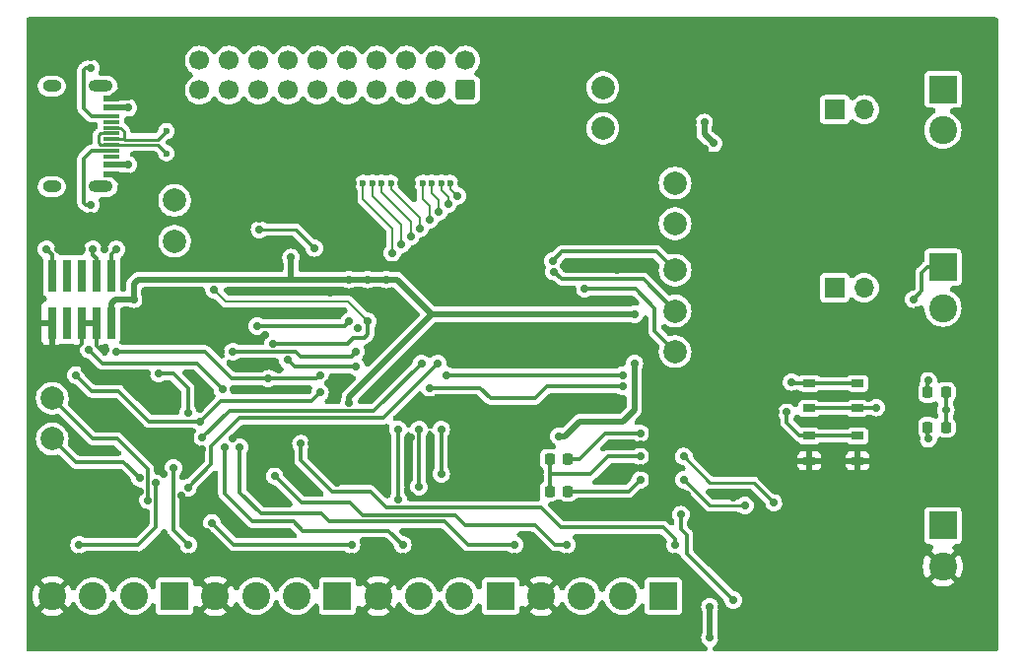
<source format=gbl>
%TF.GenerationSoftware,KiCad,Pcbnew,7.0.2-1.fc37*%
%TF.CreationDate,2023-04-28T16:21:11+01:00*%
%TF.ProjectId,grblPANEL,6772626c-5041-44e4-954c-2e6b69636164,B*%
%TF.SameCoordinates,Original*%
%TF.FileFunction,Copper,L4,Bot*%
%TF.FilePolarity,Positive*%
%FSLAX46Y46*%
G04 Gerber Fmt 4.6, Leading zero omitted, Abs format (unit mm)*
G04 Created by KiCad (PCBNEW 7.0.2-1.fc37) date 2023-04-28 16:21:11*
%MOMM*%
%LPD*%
G01*
G04 APERTURE LIST*
G04 Aperture macros list*
%AMRoundRect*
0 Rectangle with rounded corners*
0 $1 Rounding radius*
0 $2 $3 $4 $5 $6 $7 $8 $9 X,Y pos of 4 corners*
0 Add a 4 corners polygon primitive as box body*
4,1,4,$2,$3,$4,$5,$6,$7,$8,$9,$2,$3,0*
0 Add four circle primitives for the rounded corners*
1,1,$1+$1,$2,$3*
1,1,$1+$1,$4,$5*
1,1,$1+$1,$6,$7*
1,1,$1+$1,$8,$9*
0 Add four rect primitives between the rounded corners*
20,1,$1+$1,$2,$3,$4,$5,0*
20,1,$1+$1,$4,$5,$6,$7,0*
20,1,$1+$1,$6,$7,$8,$9,0*
20,1,$1+$1,$8,$9,$2,$3,0*%
G04 Aperture macros list end*
%TA.AperFunction,ComponentPad*%
%ADD10C,2.000000*%
%TD*%
%TA.AperFunction,ComponentPad*%
%ADD11C,0.600000*%
%TD*%
%TA.AperFunction,SMDPad,CuDef*%
%ADD12RoundRect,0.218750X-0.218750X-0.256250X0.218750X-0.256250X0.218750X0.256250X-0.218750X0.256250X0*%
%TD*%
%TA.AperFunction,SMDPad,CuDef*%
%ADD13RoundRect,0.218750X0.218750X0.256250X-0.218750X0.256250X-0.218750X-0.256250X0.218750X-0.256250X0*%
%TD*%
%TA.AperFunction,ComponentPad*%
%ADD14R,2.400000X2.400000*%
%TD*%
%TA.AperFunction,ComponentPad*%
%ADD15C,2.400000*%
%TD*%
%TA.AperFunction,ComponentPad*%
%ADD16R,1.700000X1.700000*%
%TD*%
%TA.AperFunction,ComponentPad*%
%ADD17O,1.700000X1.700000*%
%TD*%
%TA.AperFunction,SMDPad,CuDef*%
%ADD18R,1.050000X0.650000*%
%TD*%
%TA.AperFunction,SMDPad,CuDef*%
%ADD19R,0.740000X2.790000*%
%TD*%
%TA.AperFunction,SMDPad,CuDef*%
%ADD20R,1.450000X0.600000*%
%TD*%
%TA.AperFunction,SMDPad,CuDef*%
%ADD21R,1.450000X0.300000*%
%TD*%
%TA.AperFunction,ComponentPad*%
%ADD22O,1.600000X1.000000*%
%TD*%
%TA.AperFunction,ComponentPad*%
%ADD23O,2.100000X1.000000*%
%TD*%
%TA.AperFunction,ComponentPad*%
%ADD24RoundRect,0.250000X0.600000X-0.600000X0.600000X0.600000X-0.600000X0.600000X-0.600000X-0.600000X0*%
%TD*%
%TA.AperFunction,ComponentPad*%
%ADD25C,1.700000*%
%TD*%
%TA.AperFunction,ViaPad*%
%ADD26C,0.700000*%
%TD*%
%TA.AperFunction,ViaPad*%
%ADD27C,0.600000*%
%TD*%
%TA.AperFunction,Conductor*%
%ADD28C,0.300000*%
%TD*%
%TA.AperFunction,Conductor*%
%ADD29C,0.500000*%
%TD*%
%TA.AperFunction,Conductor*%
%ADD30C,0.250000*%
%TD*%
%TA.AperFunction,Conductor*%
%ADD31C,0.261112*%
%TD*%
%TA.AperFunction,Conductor*%
%ADD32C,0.200000*%
%TD*%
G04 APERTURE END LIST*
D10*
X161000000Y-100500000D03*
D11*
X171783300Y-119840000D03*
X171783300Y-118950000D03*
X171783300Y-118060000D03*
X170783300Y-119840000D03*
X170783300Y-118950000D03*
X170783300Y-118060000D03*
D10*
X154800000Y-81300000D03*
X161000000Y-97000000D03*
X118000000Y-94500000D03*
X161000000Y-89500000D03*
D11*
X133600000Y-95300000D03*
X133600000Y-94500000D03*
X133600000Y-93700000D03*
X132800000Y-95300000D03*
X132800000Y-94500000D03*
X132800000Y-93700000D03*
X132000000Y-95300000D03*
X132000000Y-94500000D03*
X132000000Y-93700000D03*
D10*
X161000000Y-93000000D03*
X154800000Y-84800000D03*
X118000000Y-91000000D03*
X161000000Y-104000000D03*
D12*
X182712500Y-107500000D03*
X184287500Y-107500000D03*
D13*
X151787500Y-113250000D03*
X150212500Y-113250000D03*
D14*
X118000000Y-125000000D03*
D15*
X114500000Y-125000000D03*
X111000000Y-125000000D03*
X107500000Y-125000000D03*
D16*
X174710000Y-98500000D03*
D17*
X177250000Y-98500000D03*
D18*
X176675000Y-111225000D03*
X172525000Y-111225000D03*
X176675000Y-113375000D03*
X172525000Y-113375000D03*
D12*
X182712500Y-110500000D03*
X184287500Y-110500000D03*
D14*
X160000000Y-125000000D03*
D15*
X156500000Y-125000000D03*
X153000000Y-125000000D03*
X149500000Y-125000000D03*
D16*
X174725000Y-83200000D03*
D17*
X177265000Y-83200000D03*
D14*
X184000000Y-81450000D03*
D15*
X184000000Y-84950000D03*
D19*
X112540000Y-101532000D03*
X112540000Y-97468000D03*
X111270000Y-101532000D03*
X111270000Y-97468000D03*
X110000000Y-101532000D03*
X110000000Y-97468000D03*
X108730000Y-101532000D03*
X108730000Y-97468000D03*
X107460000Y-101532000D03*
X107460000Y-97468000D03*
D10*
X107500000Y-111500000D03*
X107500000Y-108000000D03*
D14*
X184000000Y-118950000D03*
D15*
X184000000Y-122450000D03*
D13*
X151787500Y-116000000D03*
X150212500Y-116000000D03*
D18*
X176675000Y-106725000D03*
X172525000Y-106725000D03*
X176675000Y-108875000D03*
X172525000Y-108875000D03*
D20*
X112545000Y-88750000D03*
X112545000Y-87950000D03*
D21*
X112545000Y-86750000D03*
X112545000Y-85750000D03*
X112545000Y-85250000D03*
X112545000Y-84250000D03*
D20*
X112545000Y-83050000D03*
X112545000Y-82250000D03*
X112545000Y-82250000D03*
X112545000Y-83050000D03*
D21*
X112545000Y-83750000D03*
X112545000Y-84750000D03*
X112545000Y-86250000D03*
X112545000Y-87250000D03*
D20*
X112545000Y-87950000D03*
X112545000Y-88750000D03*
D22*
X107450000Y-89820000D03*
D23*
X111630000Y-89820000D03*
D22*
X107450000Y-81180000D03*
D23*
X111630000Y-81180000D03*
D14*
X132000000Y-125000000D03*
D15*
X128500000Y-125000000D03*
X125000000Y-125000000D03*
X121500000Y-125000000D03*
D24*
X143000000Y-81500000D03*
D25*
X143000000Y-78960000D03*
X140460000Y-81500000D03*
X140460000Y-78960000D03*
X137920000Y-81500000D03*
X137920000Y-78960000D03*
X135380000Y-81500000D03*
X135380000Y-78960000D03*
X132840000Y-81500000D03*
X132840000Y-78960000D03*
X130300000Y-81500000D03*
X130300000Y-78960000D03*
X127760000Y-81500000D03*
X127760000Y-78960000D03*
X125220000Y-81500000D03*
X125220000Y-78960000D03*
X122680000Y-81500000D03*
X122680000Y-78960000D03*
X120140000Y-81500000D03*
X120140000Y-78960000D03*
D14*
X184000000Y-96750000D03*
D15*
X184000000Y-100250000D03*
D14*
X146000000Y-125000000D03*
D15*
X142500000Y-125000000D03*
X139000000Y-125000000D03*
X135500000Y-125000000D03*
D26*
X161500000Y-118000000D03*
X166000000Y-125350000D03*
X111200000Y-122600000D03*
X175000000Y-104500000D03*
X162000000Y-76941799D03*
X141000000Y-93100000D03*
X142500000Y-91800000D03*
X186979040Y-82000000D03*
D27*
X135400000Y-83800000D03*
D26*
X140000000Y-111400000D03*
X167000000Y-128839052D03*
X186928500Y-97000000D03*
X106500000Y-106000000D03*
X117099500Y-114500000D03*
X164999999Y-125900000D03*
D27*
X125200000Y-83800000D03*
D26*
X147200000Y-121584476D03*
X178300000Y-117300000D03*
X138000000Y-86841716D03*
X139000000Y-122600000D03*
X110250000Y-105500000D03*
X152000000Y-86887820D03*
X142000000Y-128481535D03*
X182300000Y-83200000D03*
X132000000Y-76966742D03*
X110800000Y-78700000D03*
X115600000Y-105900000D03*
X113800000Y-81200000D03*
X147000000Y-76950113D03*
X159750000Y-118000000D03*
X187000000Y-76900000D03*
X118000000Y-96500000D03*
X163500000Y-81994500D03*
X157000000Y-91923831D03*
X157000000Y-80500000D03*
X177800000Y-96700000D03*
X172000000Y-91965208D03*
X162000000Y-116250000D03*
X134500000Y-104531955D03*
X133000000Y-86798816D03*
X129800000Y-111900000D03*
X162000000Y-82000000D03*
X145100000Y-88900000D03*
X165100000Y-111400000D03*
X132000000Y-128487309D03*
X162450000Y-118950000D03*
X113800000Y-89000000D03*
X107000000Y-77000000D03*
X120250000Y-98734515D03*
X137600000Y-121597225D03*
X125750000Y-102550000D03*
X131200000Y-106700000D03*
X137900000Y-95900000D03*
X145100000Y-115100000D03*
X133300000Y-89500000D03*
X113800000Y-89800000D03*
X163500000Y-86600000D03*
X172000000Y-76925170D03*
X151677268Y-118000000D03*
X167000000Y-91944520D03*
X108000000Y-95200000D03*
X132000000Y-115241302D03*
X186892751Y-92000000D03*
X186775876Y-117000000D03*
X163500000Y-104500000D03*
X186943291Y-87000000D03*
X166000000Y-116500000D03*
X172000000Y-128890531D03*
X116700000Y-82200000D03*
X112000000Y-76991685D03*
X131400000Y-98900000D03*
X115500000Y-99500000D03*
X119200000Y-122600000D03*
X157000000Y-86887821D03*
X146700000Y-88900000D03*
X138400000Y-89500000D03*
X107000000Y-122000000D03*
X138300000Y-111400000D03*
X170500000Y-116750000D03*
X162500000Y-84300000D03*
X179000000Y-98500000D03*
X116600000Y-102100000D03*
X158000000Y-114000000D03*
X172000000Y-107800000D03*
X161700000Y-102200000D03*
X106500000Y-113500000D03*
X112000000Y-128498857D03*
X186857001Y-102000000D03*
X133200000Y-121600000D03*
X133400000Y-111000000D03*
X133700000Y-102000000D03*
X161000000Y-121600000D03*
X139500000Y-94500000D03*
X147000000Y-128476904D03*
X158000000Y-112000000D03*
X125550000Y-114700000D03*
X151350000Y-102350000D03*
X137500000Y-89500000D03*
X140000000Y-115300000D03*
X147000000Y-82000000D03*
X182000000Y-86995069D03*
X127500000Y-86755917D03*
D27*
X118700000Y-83800000D03*
D26*
X151700000Y-121576496D03*
X165500000Y-107482790D03*
X185500000Y-108000000D03*
X162000000Y-111979125D03*
X147200000Y-122600000D03*
X165000000Y-96000000D03*
X112000000Y-95212212D03*
X157000000Y-128471130D03*
X177000000Y-128942010D03*
X137000000Y-128482678D03*
X167000000Y-76933484D03*
X137000000Y-76958428D03*
D27*
X120100000Y-83800000D03*
D26*
X126950000Y-105550000D03*
X151500000Y-82000000D03*
X125000000Y-122600000D03*
X161200000Y-122600000D03*
X165000000Y-128600000D03*
X122000000Y-76975057D03*
X186756206Y-129000000D03*
X138300000Y-116400000D03*
X117800000Y-86000000D03*
X122950000Y-111500000D03*
X152100000Y-92700000D03*
X127000000Y-76975056D03*
X181978181Y-117000000D03*
X167000000Y-101972166D03*
X110800000Y-92300000D03*
X173610000Y-100400000D03*
X177500000Y-115600000D03*
D27*
X130300000Y-83800000D03*
D26*
X117500000Y-88500000D03*
X181750000Y-111500000D03*
X161000000Y-107462102D03*
X142600000Y-89500000D03*
X162000000Y-86923570D03*
X133200000Y-122600000D03*
D27*
X140500000Y-83800000D03*
D26*
X152000000Y-128475761D03*
X134850000Y-107850000D03*
X112100000Y-103800000D03*
X142000000Y-76958428D03*
X107000000Y-128500000D03*
X186758635Y-122000000D03*
X156000000Y-105000000D03*
X181750000Y-106500000D03*
X112900000Y-108900000D03*
X178275000Y-79425000D03*
X120750000Y-119500000D03*
X151000000Y-110200000D03*
X156000000Y-108000000D03*
X156000000Y-101922514D03*
X182000000Y-128993490D03*
X119200000Y-121600000D03*
X177000000Y-76925169D03*
X177600000Y-109800000D03*
X139100000Y-107900000D03*
X135900000Y-96700000D03*
X182000000Y-92000000D03*
X111400000Y-115000000D03*
X173600000Y-94400000D03*
D27*
X181800000Y-100400000D03*
D26*
X115000000Y-116000000D03*
X132000000Y-111949333D03*
X176000000Y-87600000D03*
X141700000Y-105000000D03*
X172000000Y-86959320D03*
X109800000Y-121600000D03*
X171300000Y-124300000D03*
X161800000Y-91300000D03*
X117000000Y-128494226D03*
X172000000Y-101996992D03*
X114400000Y-79600000D03*
X157000000Y-76941799D03*
X110000000Y-95200000D03*
X177000000Y-91985896D03*
X107400000Y-103800000D03*
X117800000Y-84000000D03*
X118600000Y-116400000D03*
X109500000Y-103800000D03*
X169600000Y-109200000D03*
X113800000Y-82000000D03*
X151450000Y-96600000D03*
X120400000Y-112400000D03*
X122000000Y-122000000D03*
X122500000Y-86755917D03*
X152000000Y-76941799D03*
X167000000Y-86948520D03*
X127999938Y-94800000D03*
X123050000Y-107200000D03*
X125300000Y-92550000D03*
X185500000Y-105500000D03*
X146700000Y-115100000D03*
X122000000Y-104000000D03*
X162000000Y-128469987D03*
X152500000Y-99400000D03*
X122000000Y-128493083D03*
X107000000Y-92000000D03*
X127000000Y-128488452D03*
X107500000Y-117200000D03*
X182000000Y-76916855D03*
X139200000Y-103800000D03*
X114400000Y-91400000D03*
X120200000Y-108950000D03*
X117000000Y-76983371D03*
X156000000Y-97000000D03*
X153200000Y-122600000D03*
X151000000Y-111250000D03*
X134600000Y-97800000D03*
X128000000Y-95904128D03*
X157500000Y-100800000D03*
X184250000Y-109000000D03*
X136200000Y-97800000D03*
X163500000Y-84300000D03*
X157500000Y-105000000D03*
X133000000Y-108373500D03*
X133000000Y-97800000D03*
X114500000Y-99500000D03*
X164300000Y-86100000D03*
X139900000Y-107100000D03*
X109500000Y-106000000D03*
X120200000Y-110000000D03*
X170600000Y-109200000D03*
X130500000Y-107500000D03*
X156500000Y-107000000D03*
X164000000Y-128600000D03*
X164000000Y-125900000D03*
X114050000Y-83050000D03*
X114050000Y-87950000D03*
X182750000Y-106500000D03*
X113000000Y-95212212D03*
X111000000Y-95200000D03*
X107000000Y-95200000D03*
X110800000Y-91400000D03*
D27*
X117300000Y-85050000D03*
X117300000Y-86950000D03*
D26*
X110800000Y-79600000D03*
X137200000Y-110700000D03*
X137200000Y-116700000D03*
X150500500Y-96200000D03*
X139000000Y-110700000D03*
X139000000Y-115600000D03*
X153250000Y-98600000D03*
X116600000Y-105900000D03*
X119150000Y-109250000D03*
X178300000Y-108800000D03*
X182750000Y-111500000D03*
X110600000Y-103800000D03*
X122100000Y-107200000D03*
X126062500Y-106312500D03*
X113000000Y-104000000D03*
X156500000Y-106000000D03*
X171000000Y-106600000D03*
X141400000Y-106000000D03*
X130500000Y-106000000D03*
X120400000Y-111400000D03*
X139200000Y-105000000D03*
X125100000Y-101800000D03*
X133000000Y-101400000D03*
X126450000Y-103300000D03*
X121400000Y-98700000D03*
X134600000Y-101400000D03*
X128850000Y-111900000D03*
X161000000Y-120600000D03*
X126600000Y-114700000D03*
X151700000Y-120600000D03*
X123600000Y-112200000D03*
X147200000Y-120600000D03*
X137600000Y-120600000D03*
X122300000Y-112200000D03*
X133200000Y-120600000D03*
X121200000Y-118700000D03*
X117900000Y-114000000D03*
X119200000Y-120600000D03*
X116400000Y-115300000D03*
X109800000Y-120600000D03*
X161750000Y-113000000D03*
X169500000Y-117000000D03*
X161750000Y-115000000D03*
X167000000Y-117225788D03*
X133598363Y-103998795D03*
X123000000Y-104000000D03*
X127700000Y-104699500D03*
X133599500Y-105300500D03*
X119150000Y-115679112D03*
X140600000Y-105000000D03*
X158000000Y-113000000D03*
X181500500Y-99487174D03*
X142300000Y-90600000D03*
D27*
X141700000Y-89500000D03*
D26*
X141500000Y-91300000D03*
D27*
X140900000Y-89500000D03*
X140100000Y-89500000D03*
D26*
X140700000Y-92000000D03*
X139900000Y-92700000D03*
D27*
X139300000Y-89500000D03*
X136600000Y-89500000D03*
D26*
X139100000Y-93400000D03*
X138300000Y-94100000D03*
D27*
X135800000Y-89500000D03*
X135000000Y-89500000D03*
D26*
X137500000Y-94800000D03*
D27*
X134200000Y-89500000D03*
D26*
X136700000Y-95500000D03*
X130000000Y-95100000D03*
X125300000Y-93500000D03*
X140900000Y-114500000D03*
X150600000Y-97123500D03*
X140900000Y-110700000D03*
X115001000Y-114875000D03*
X115700500Y-116750000D03*
X158000000Y-111000000D03*
X158000000Y-115000000D03*
D28*
X166000000Y-125350000D02*
X162000000Y-121350000D01*
X162000000Y-121350000D02*
X162000000Y-119750000D01*
X162000000Y-119750000D02*
X161500000Y-119250000D01*
X161500000Y-119250000D02*
X161500000Y-118000000D01*
D29*
X157500000Y-105000000D02*
X157500000Y-109000000D01*
X157500000Y-109000000D02*
X156500000Y-110000000D01*
X156500000Y-110000000D02*
X152800000Y-110000000D01*
X152800000Y-110000000D02*
X151550000Y-111250000D01*
X151550000Y-111250000D02*
X151000000Y-111250000D01*
D28*
X150000000Y-107000000D02*
X149000000Y-108000000D01*
X144250000Y-107100000D02*
X139900000Y-107100000D01*
X156500000Y-107000000D02*
X150000000Y-107000000D01*
X149000000Y-108000000D02*
X145150000Y-108000000D01*
X145150000Y-108000000D02*
X144250000Y-107100000D01*
X156500000Y-106000000D02*
X141400000Y-106000000D01*
D29*
X140100000Y-100800000D02*
X157500000Y-100800000D01*
D28*
X153250000Y-98600000D02*
X157600000Y-98600000D01*
X157600000Y-98600000D02*
X159250000Y-100250000D01*
X159250000Y-100250000D02*
X159250000Y-102250000D01*
X159250000Y-102250000D02*
X161000000Y-104000000D01*
X150600000Y-97123500D02*
X151226500Y-97750000D01*
X151226500Y-97750000D02*
X158250000Y-97750000D01*
X158250000Y-97750000D02*
X161000000Y-100500000D01*
X150500500Y-96200000D02*
X151300500Y-95400000D01*
X151300500Y-95400000D02*
X159400000Y-95400000D01*
X159400000Y-95400000D02*
X161000000Y-97000000D01*
X176675000Y-113375000D02*
X176675000Y-114075000D01*
X107460000Y-101532000D02*
X107460000Y-103240000D01*
X176675000Y-114075000D02*
X177500000Y-114900000D01*
X111270000Y-103470000D02*
X111270000Y-101532000D01*
X172525000Y-113375000D02*
X176675000Y-113375000D01*
X112100000Y-103800000D02*
X111600000Y-103800000D01*
X107460000Y-103240000D02*
X107400000Y-103300000D01*
X110000000Y-103300000D02*
X110000000Y-101532000D01*
X109500000Y-103800000D02*
X110000000Y-103300000D01*
X107400000Y-103300000D02*
X107400000Y-103800000D01*
X177500000Y-114900000D02*
X177500000Y-115600000D01*
X111600000Y-103800000D02*
X111270000Y-103470000D01*
D29*
X135900000Y-97800000D02*
X136200000Y-97800000D01*
D28*
X184287500Y-109037500D02*
X184250000Y-109000000D01*
X184287500Y-108962500D02*
X184250000Y-109000000D01*
D29*
X112540000Y-99860000D02*
X112540000Y-101532000D01*
D28*
X184287500Y-107500000D02*
X184287500Y-108962500D01*
D29*
X114900000Y-97800000D02*
X135974500Y-97800000D01*
X114500000Y-99500000D02*
X114500000Y-98200000D01*
X114500000Y-99500000D02*
X112900000Y-99500000D01*
X163500000Y-84300000D02*
X163500000Y-85300000D01*
X133000000Y-108373500D02*
X133000000Y-107900000D01*
X136200000Y-97800000D02*
X137100000Y-97800000D01*
X137100000Y-97800000D02*
X140100000Y-100800000D01*
X133000000Y-107900000D02*
X140100000Y-100800000D01*
X114500000Y-98200000D02*
X114900000Y-97800000D01*
X128000000Y-95904128D02*
X128000000Y-97800000D01*
X112900000Y-99500000D02*
X112540000Y-99860000D01*
X163500000Y-85300000D02*
X164300000Y-86100000D01*
D28*
X184287500Y-110500000D02*
X184287500Y-109037500D01*
X115800000Y-110000000D02*
X120200000Y-110000000D01*
X110900000Y-107400000D02*
X113200000Y-107400000D01*
X171700000Y-111200000D02*
X172500000Y-111200000D01*
X172525000Y-111225000D02*
X176675000Y-111225000D01*
X170600000Y-110100000D02*
X171700000Y-111200000D01*
X113200000Y-107400000D02*
X115800000Y-110000000D01*
X109500000Y-106000000D02*
X110900000Y-107400000D01*
X130500000Y-107500000D02*
X129800000Y-108200000D01*
X129800000Y-108200000D02*
X122000000Y-108200000D01*
X170600000Y-109200000D02*
X170600000Y-110100000D01*
X122000000Y-108200000D02*
X120200000Y-110000000D01*
D29*
X114050000Y-87950000D02*
X112545000Y-87950000D01*
X164000000Y-128600000D02*
X164000000Y-125900000D01*
X114050000Y-83050000D02*
X112545000Y-83050000D01*
D28*
X182712500Y-107500000D02*
X182712500Y-106537500D01*
X182712500Y-106537500D02*
X182750000Y-106500000D01*
X112540000Y-97468000D02*
X112540000Y-95662162D01*
X112989950Y-95212212D02*
X113000000Y-95212212D01*
X112540000Y-95662162D02*
X112989950Y-95212212D01*
X111270000Y-97468000D02*
X111270000Y-95950000D01*
X111270000Y-95950000D02*
X111000000Y-95680000D01*
X111000000Y-95680000D02*
X111000000Y-95200000D01*
X107460000Y-95660000D02*
X107460000Y-97468000D01*
X107000000Y-95200000D02*
X107460000Y-95660000D01*
X110200000Y-87400000D02*
X110200000Y-91200000D01*
X112545000Y-86750000D02*
X110850000Y-86750000D01*
X110400000Y-91400000D02*
X110800000Y-91400000D01*
X110850000Y-86750000D02*
X110200000Y-87400000D01*
X110200000Y-91200000D02*
X110400000Y-91400000D01*
D30*
X112545000Y-84750000D02*
X113350000Y-84750000D01*
D31*
X113650345Y-85767844D02*
X113632501Y-85750000D01*
D30*
X113350000Y-84750000D02*
X113632501Y-85032501D01*
X113632501Y-85032501D02*
X113632501Y-85750000D01*
D31*
X117300000Y-85050000D02*
X116582156Y-85767844D01*
X116582156Y-85767844D02*
X113650345Y-85767844D01*
X113632501Y-85750000D02*
X112545000Y-85750000D01*
X116582156Y-86232156D02*
X113650345Y-86232156D01*
D30*
X111666000Y-86250000D02*
X112545000Y-86250000D01*
X111500000Y-85400000D02*
X111500000Y-86084000D01*
D31*
X117300000Y-86950000D02*
X116582156Y-86232156D01*
D30*
X111650000Y-85250000D02*
X111500000Y-85400000D01*
X112545000Y-85250000D02*
X111650000Y-85250000D01*
X111500000Y-86084000D02*
X111666000Y-86250000D01*
D31*
X113650345Y-86232156D02*
X113632501Y-86250000D01*
X113632501Y-86250000D02*
X112545000Y-86250000D01*
D28*
X110400000Y-79600000D02*
X110800000Y-79600000D01*
X110850000Y-83750000D02*
X110200000Y-83100000D01*
X110200000Y-83100000D02*
X110200000Y-79800000D01*
X112545000Y-83750000D02*
X110850000Y-83750000D01*
X110200000Y-79800000D02*
X110400000Y-79600000D01*
X137200000Y-110700000D02*
X137200000Y-116700000D01*
X139000000Y-115600000D02*
X139000000Y-110700000D01*
X116600000Y-105900000D02*
X117900000Y-105900000D01*
X117900000Y-105900000D02*
X119150000Y-107150000D01*
X119150000Y-107150000D02*
X119150000Y-109250000D01*
X172525000Y-108875000D02*
X176675000Y-108875000D01*
X176675000Y-108875000D02*
X178225000Y-108875000D01*
X178225000Y-108875000D02*
X178300000Y-108800000D01*
X182712500Y-110500000D02*
X182712500Y-111462500D01*
X182712500Y-111462500D02*
X182750000Y-111500000D01*
X111800000Y-105000000D02*
X110600000Y-103800000D01*
X122100000Y-107200000D02*
X119900000Y-105000000D01*
X119900000Y-105000000D02*
X111800000Y-105000000D01*
X172525000Y-106725000D02*
X176675000Y-106725000D01*
X126050000Y-106300000D02*
X122900000Y-106300000D01*
X126062500Y-106312500D02*
X126050000Y-106300000D01*
X171100000Y-106700000D02*
X172500000Y-106700000D01*
X171000000Y-106600000D02*
X171100000Y-106700000D01*
X122900000Y-106300000D02*
X120600000Y-104000000D01*
X130187500Y-106312500D02*
X130500000Y-106000000D01*
X120600000Y-104000000D02*
X113000000Y-104000000D01*
X126062500Y-106312500D02*
X130187500Y-106312500D01*
X135126500Y-109073500D02*
X122726500Y-109073500D01*
X122726500Y-109073500D02*
X120400000Y-111400000D01*
X139200000Y-105000000D02*
X135126500Y-109073500D01*
X125100000Y-101800000D02*
X132600000Y-101800000D01*
X132600000Y-101800000D02*
X133000000Y-101400000D01*
X134300000Y-102800000D02*
X134600000Y-102500000D01*
D32*
X121400000Y-98700000D02*
X122400000Y-99700000D01*
D28*
X134600000Y-102500000D02*
X134600000Y-101400000D01*
D32*
X122400000Y-99700000D02*
X132900000Y-99700000D01*
D28*
X126450000Y-103300000D02*
X132850000Y-103300000D01*
D32*
X132900000Y-99700000D02*
X134600000Y-101400000D01*
D28*
X132850000Y-103300000D02*
X133350000Y-102800000D01*
X133350000Y-102800000D02*
X134300000Y-102800000D01*
X134800000Y-116000000D02*
X136200000Y-117400000D01*
X149453553Y-117400000D02*
X151153553Y-119100000D01*
X128850000Y-113350000D02*
X131500000Y-116000000D01*
X136200000Y-117400000D02*
X149453553Y-117400000D01*
X160000000Y-119100000D02*
X161000000Y-120100000D01*
X128850000Y-111900000D02*
X128850000Y-113350000D01*
X151153553Y-119100000D02*
X160000000Y-119100000D01*
X131500000Y-116000000D02*
X134800000Y-116000000D01*
X161000000Y-120100000D02*
X161000000Y-120600000D01*
X151700000Y-120600000D02*
X150700000Y-120600000D01*
X142953553Y-118900000D02*
X142153553Y-118100000D01*
X142153553Y-118100000D02*
X134200000Y-118100000D01*
X134200000Y-118100000D02*
X133100000Y-117000000D01*
X149000000Y-118900000D02*
X142953553Y-118900000D01*
X133100000Y-117000000D02*
X128900000Y-117000000D01*
X128900000Y-117000000D02*
X126600000Y-114700000D01*
X150700000Y-120600000D02*
X149000000Y-118900000D01*
X125400000Y-117900000D02*
X123600000Y-116100000D01*
X131300000Y-118600000D02*
X130600000Y-117900000D01*
X123600000Y-116100000D02*
X123600000Y-112200000D01*
X143200000Y-120600000D02*
X141200000Y-118600000D01*
X130600000Y-117900000D02*
X125400000Y-117900000D01*
X141200000Y-118600000D02*
X131300000Y-118600000D01*
X147200000Y-120600000D02*
X143200000Y-120600000D01*
X122300000Y-116200000D02*
X122300000Y-112200000D01*
X136400000Y-119400000D02*
X129000000Y-119400000D01*
X137600000Y-120600000D02*
X136400000Y-119400000D01*
X124700000Y-118600000D02*
X122300000Y-116200000D01*
X128200000Y-118600000D02*
X124700000Y-118600000D01*
X129000000Y-119400000D02*
X128200000Y-118600000D01*
X123100000Y-120600000D02*
X133200000Y-120600000D01*
X121200000Y-118700000D02*
X123100000Y-120600000D01*
X117900000Y-119300000D02*
X119200000Y-120600000D01*
X117900000Y-114000000D02*
X117900000Y-119300000D01*
X116400000Y-119100000D02*
X116400000Y-115300000D01*
X114900000Y-120600000D02*
X116400000Y-119100000D01*
X109800000Y-120600000D02*
X114900000Y-120600000D01*
D30*
X164000000Y-115250000D02*
X161750000Y-113000000D01*
X169500000Y-117000000D02*
X167750000Y-115250000D01*
X167750000Y-115250000D02*
X164000000Y-115250000D01*
X167000000Y-117225788D02*
X163975788Y-117225788D01*
X163975788Y-117225788D02*
X161750000Y-115000000D01*
D28*
X133197158Y-104400000D02*
X128800000Y-104400000D01*
X128800000Y-104400000D02*
X128400000Y-104000000D01*
X133598363Y-103998795D02*
X133197158Y-104400000D01*
X128400000Y-104000000D02*
X123000000Y-104000000D01*
X133599000Y-105300000D02*
X133599500Y-105300500D01*
X127700000Y-104699500D02*
X128300500Y-105300000D01*
X128300500Y-105300000D02*
X133599000Y-105300000D01*
X119150000Y-115679112D02*
X121150000Y-113679112D01*
X123600000Y-109700000D02*
X135900000Y-109700000D01*
X121150000Y-113679112D02*
X121150000Y-112150000D01*
X135900000Y-109700000D02*
X140600000Y-105000000D01*
X121150000Y-112150000D02*
X123600000Y-109700000D01*
X158000000Y-113000000D02*
X155250000Y-113000000D01*
X150250000Y-114500000D02*
X150250000Y-115962500D01*
X150250000Y-115962500D02*
X150212500Y-116000000D01*
X150250000Y-114500000D02*
X150250000Y-113287500D01*
X153750000Y-114500000D02*
X150250000Y-114500000D01*
X150250000Y-113287500D02*
X150212500Y-113250000D01*
X155250000Y-113000000D02*
X153750000Y-114500000D01*
X182200000Y-97200000D02*
X182650000Y-96750000D01*
X181500500Y-99487174D02*
X182200000Y-98787674D01*
X182650000Y-96750000D02*
X184000000Y-96750000D01*
X182200000Y-98787674D02*
X182200000Y-97200000D01*
D32*
X141700000Y-90000000D02*
X141700000Y-89500000D01*
X142300000Y-90600000D02*
X141700000Y-90000000D01*
X141500000Y-91300000D02*
X141500000Y-90700000D01*
X140900000Y-90100000D02*
X140900000Y-89500000D01*
X141500000Y-90700000D02*
X140900000Y-90100000D01*
X140700000Y-91000000D02*
X140100000Y-90400000D01*
X140700000Y-92000000D02*
X140700000Y-91000000D01*
X140100000Y-90400000D02*
X140100000Y-89500000D01*
X139900000Y-91500000D02*
X139300000Y-90900000D01*
X139900000Y-92700000D02*
X139900000Y-91500000D01*
X139300000Y-90900000D02*
X139300000Y-89500000D01*
X139100000Y-93400000D02*
X139094610Y-93394610D01*
X139094610Y-93394610D02*
X139094610Y-92494610D01*
X136600000Y-90000000D02*
X136600000Y-89500000D01*
X139094610Y-92494610D02*
X136600000Y-90000000D01*
X138300000Y-94100000D02*
X138300000Y-92800000D01*
X135800000Y-90300000D02*
X135800000Y-89500000D01*
X138300000Y-92800000D02*
X135800000Y-90300000D01*
X135000000Y-90600000D02*
X135000000Y-89500000D01*
X137500000Y-93100000D02*
X135000000Y-90600000D01*
X137500000Y-94800000D02*
X137500000Y-93100000D01*
X136700000Y-93400000D02*
X134200000Y-90900000D01*
X134200000Y-90900000D02*
X134200000Y-89500000D01*
X136700000Y-95500000D02*
X136700000Y-93400000D01*
D30*
X128400000Y-93500000D02*
X125300000Y-93500000D01*
X130000000Y-95100000D02*
X128400000Y-93500000D01*
D28*
X140900000Y-114500000D02*
X140900000Y-110700000D01*
X113626000Y-113500000D02*
X109500000Y-113500000D01*
X115001000Y-114875000D02*
X113626000Y-113500000D01*
X109500000Y-113500000D02*
X107500000Y-111500000D01*
X115700500Y-116750000D02*
X115700500Y-114100500D01*
X115700500Y-114100500D02*
X113100000Y-111500000D01*
X111000000Y-111500000D02*
X107500000Y-108000000D01*
X113100000Y-111500000D02*
X111000000Y-111500000D01*
X155000000Y-111000000D02*
X158000000Y-111000000D01*
X151787500Y-113250000D02*
X152750000Y-113250000D01*
X152750000Y-113250000D02*
X155000000Y-111000000D01*
X158000000Y-115000000D02*
X157000000Y-116000000D01*
X157000000Y-116000000D02*
X151787500Y-116000000D01*
%TA.AperFunction,Conductor*%
G36*
X136297166Y-110193244D02*
G01*
X136385200Y-110237908D01*
X136449441Y-110312861D01*
X136480108Y-110406692D01*
X136472534Y-110505116D01*
X136467718Y-110520420D01*
X136463687Y-110531939D01*
X136444750Y-110700000D01*
X136459933Y-110834746D01*
X136463687Y-110868059D01*
X136516580Y-111019219D01*
X136519545Y-111027692D01*
X136610721Y-111172797D01*
X136645925Y-111265022D01*
X136649500Y-111307401D01*
X136649500Y-116092598D01*
X136630242Y-116189417D01*
X136610722Y-116227201D01*
X136539445Y-116340638D01*
X136519544Y-116372310D01*
X136508171Y-116404814D01*
X136505113Y-116413552D01*
X136454958Y-116498577D01*
X136376083Y-116557936D01*
X136280496Y-116582592D01*
X136182749Y-116568792D01*
X136097724Y-116518637D01*
X136087413Y-116508888D01*
X135198954Y-115620429D01*
X135192981Y-115614249D01*
X135150680Y-115568956D01*
X135150679Y-115568955D01*
X135150678Y-115568954D01*
X135121229Y-115551046D01*
X135099815Y-115536472D01*
X135072339Y-115515637D01*
X135065911Y-115513102D01*
X135027281Y-115493915D01*
X135021380Y-115490326D01*
X134988183Y-115481025D01*
X134963634Y-115472770D01*
X134931562Y-115460123D01*
X134924687Y-115459416D01*
X134882320Y-115451364D01*
X134875667Y-115449500D01*
X134875665Y-115449500D01*
X134841198Y-115449500D01*
X134815326Y-115448174D01*
X134781028Y-115444648D01*
X134774222Y-115445821D01*
X134731237Y-115449500D01*
X131832821Y-115449500D01*
X131736002Y-115430242D01*
X131653923Y-115375398D01*
X129474602Y-113196077D01*
X129419758Y-113113998D01*
X129400500Y-113017179D01*
X129400500Y-112786936D01*
X129400500Y-112507395D01*
X129419757Y-112410583D01*
X129439278Y-112372796D01*
X129440473Y-112370893D01*
X129440477Y-112370890D01*
X129530456Y-112227690D01*
X129586313Y-112068059D01*
X129605249Y-111900000D01*
X129605160Y-111899214D01*
X129601926Y-111870505D01*
X129586313Y-111731941D01*
X129530456Y-111572310D01*
X129440477Y-111429110D01*
X129320890Y-111309523D01*
X129320889Y-111309522D01*
X129177692Y-111219545D01*
X129177691Y-111219544D01*
X129177690Y-111219544D01*
X129018059Y-111163687D01*
X128984020Y-111159851D01*
X128849999Y-111144750D01*
X128697395Y-111161945D01*
X128681941Y-111163687D01*
X128547922Y-111210582D01*
X128522307Y-111219545D01*
X128379110Y-111309522D01*
X128259522Y-111429110D01*
X128169545Y-111572307D01*
X128166322Y-111581519D01*
X128113687Y-111731941D01*
X128113194Y-111736313D01*
X128094750Y-111900000D01*
X128110204Y-112037150D01*
X128113687Y-112068059D01*
X128153693Y-112182389D01*
X128169545Y-112227692D01*
X128260720Y-112372796D01*
X128295924Y-112465021D01*
X128299499Y-112507400D01*
X128299499Y-113336268D01*
X128299352Y-113344902D01*
X128297237Y-113406825D01*
X128305398Y-113440313D01*
X128310234Y-113465759D01*
X128314930Y-113499922D01*
X128317681Y-113506256D01*
X128331430Y-113547141D01*
X128333064Y-113553848D01*
X128349963Y-113583903D01*
X128361481Y-113607091D01*
X128370998Y-113629000D01*
X128375222Y-113638724D01*
X128379578Y-113644078D01*
X128403848Y-113679737D01*
X128407234Y-113685759D01*
X128407235Y-113685760D01*
X128431611Y-113710136D01*
X128448969Y-113729370D01*
X128470722Y-113756108D01*
X128476357Y-113760086D01*
X128509358Y-113787883D01*
X130739077Y-116017602D01*
X130793921Y-116099681D01*
X130813179Y-116196500D01*
X130793921Y-116293319D01*
X130739077Y-116375398D01*
X130656998Y-116430242D01*
X130560179Y-116449500D01*
X129232820Y-116449500D01*
X129136001Y-116430242D01*
X129053922Y-116375398D01*
X127414892Y-114736367D01*
X127360048Y-114654288D01*
X127342381Y-114585794D01*
X127336313Y-114531940D01*
X127280456Y-114372310D01*
X127190477Y-114229110D01*
X127070889Y-114109522D01*
X126927692Y-114019545D01*
X126927691Y-114019544D01*
X126927690Y-114019544D01*
X126768059Y-113963687D01*
X126737150Y-113960204D01*
X126600000Y-113944750D01*
X126448960Y-113961769D01*
X126431941Y-113963687D01*
X126342922Y-113994836D01*
X126272307Y-114019545D01*
X126129110Y-114109522D01*
X126009522Y-114229110D01*
X125919545Y-114372307D01*
X125919543Y-114372310D01*
X125919544Y-114372310D01*
X125863688Y-114531940D01*
X125863687Y-114531942D01*
X125844750Y-114699999D01*
X125857919Y-114816871D01*
X125863687Y-114868059D01*
X125902805Y-114979852D01*
X125919545Y-115027692D01*
X126009522Y-115170889D01*
X126129110Y-115290477D01*
X126272310Y-115380456D01*
X126431940Y-115436313D01*
X126485794Y-115442381D01*
X126579848Y-115472357D01*
X126636367Y-115514892D01*
X127518616Y-116397141D01*
X128039078Y-116917602D01*
X128093921Y-116999681D01*
X128113180Y-117096500D01*
X128093922Y-117193319D01*
X128039078Y-117275398D01*
X127956999Y-117330241D01*
X127860180Y-117349500D01*
X125732820Y-117349500D01*
X125636001Y-117330242D01*
X125553922Y-117275398D01*
X124224601Y-115946077D01*
X124169757Y-115863998D01*
X124150499Y-115767179D01*
X124150499Y-114301868D01*
X124150499Y-112807396D01*
X124169757Y-112710582D01*
X124189278Y-112672796D01*
X124190473Y-112670893D01*
X124190477Y-112670890D01*
X124280456Y-112527690D01*
X124336313Y-112368059D01*
X124355249Y-112200000D01*
X124336313Y-112031941D01*
X124280456Y-111872310D01*
X124190477Y-111729110D01*
X124070890Y-111609523D01*
X124070889Y-111609522D01*
X123927692Y-111519545D01*
X123927691Y-111519544D01*
X123927690Y-111519544D01*
X123768059Y-111463687D01*
X123737150Y-111460204D01*
X123600000Y-111444750D01*
X123448960Y-111461769D01*
X123431941Y-111463687D01*
X123272310Y-111519544D01*
X123272307Y-111519545D01*
X123272306Y-111519546D01*
X123254252Y-111530890D01*
X123162026Y-111566093D01*
X123063349Y-111563323D01*
X122973244Y-111523001D01*
X122905428Y-111451268D01*
X122870225Y-111359042D01*
X122872995Y-111260365D01*
X122913317Y-111170260D01*
X122940745Y-111137777D01*
X123753921Y-110324602D01*
X123836001Y-110269758D01*
X123932820Y-110250500D01*
X135886270Y-110250500D01*
X135894906Y-110250647D01*
X135896183Y-110250690D01*
X135956826Y-110252762D01*
X135990310Y-110244601D01*
X136015748Y-110239766D01*
X136049920Y-110235070D01*
X136056245Y-110232322D01*
X136097156Y-110218565D01*
X136103848Y-110216934D01*
X136103848Y-110216933D01*
X136103852Y-110216933D01*
X136104913Y-110216336D01*
X136198742Y-110185670D01*
X136297166Y-110193244D01*
G37*
%TD.AperFunction*%
%TA.AperFunction,Conductor*%
G36*
X139167240Y-107432156D02*
G01*
X139249319Y-107487000D01*
X139284641Y-107531292D01*
X139309522Y-107570889D01*
X139309523Y-107570890D01*
X139429110Y-107690477D01*
X139572310Y-107780456D01*
X139731941Y-107836313D01*
X139884545Y-107853507D01*
X139899999Y-107855249D01*
X139899999Y-107855248D01*
X139900000Y-107855249D01*
X140068059Y-107836313D01*
X140227690Y-107780456D01*
X140370890Y-107690477D01*
X140370889Y-107690477D01*
X140372797Y-107689279D01*
X140465022Y-107654075D01*
X140507401Y-107650500D01*
X143917179Y-107650500D01*
X144013998Y-107669758D01*
X144096077Y-107724602D01*
X144751030Y-108379554D01*
X144757034Y-108385767D01*
X144799317Y-108431042D01*
X144799319Y-108431043D01*
X144799320Y-108431044D01*
X144828777Y-108448957D01*
X144850190Y-108463530D01*
X144861763Y-108472307D01*
X144877658Y-108484361D01*
X144884078Y-108486893D01*
X144922711Y-108506080D01*
X144928618Y-108509672D01*
X144961832Y-108518978D01*
X144986359Y-108527226D01*
X145018436Y-108539876D01*
X145025314Y-108540583D01*
X145067681Y-108548635D01*
X145074335Y-108550500D01*
X145108802Y-108550500D01*
X145134673Y-108551825D01*
X145168972Y-108555352D01*
X145175777Y-108554178D01*
X145218763Y-108550500D01*
X148986270Y-108550500D01*
X148994906Y-108550647D01*
X148996183Y-108550690D01*
X149056826Y-108552762D01*
X149090310Y-108544601D01*
X149115748Y-108539766D01*
X149149920Y-108535070D01*
X149156245Y-108532322D01*
X149197156Y-108518565D01*
X149203849Y-108516934D01*
X149203849Y-108516933D01*
X149203852Y-108516933D01*
X149233908Y-108500032D01*
X149257086Y-108488520D01*
X149288720Y-108474780D01*
X149294069Y-108470427D01*
X149329747Y-108446146D01*
X149332228Y-108444751D01*
X149335759Y-108442766D01*
X149360132Y-108418391D01*
X149379366Y-108401033D01*
X149406108Y-108379278D01*
X149410090Y-108373636D01*
X149437879Y-108340644D01*
X150153922Y-107624602D01*
X150236002Y-107569758D01*
X150332821Y-107550500D01*
X155892599Y-107550500D01*
X155989418Y-107569758D01*
X156027203Y-107589279D01*
X156092395Y-107630242D01*
X156172310Y-107680456D01*
X156331941Y-107736313D01*
X156500000Y-107755249D01*
X156568174Y-107747567D01*
X156666537Y-107755863D01*
X156754241Y-107801171D01*
X156817930Y-107876593D01*
X156847909Y-107970646D01*
X156849500Y-107998976D01*
X156849500Y-108625757D01*
X156830242Y-108722576D01*
X156775398Y-108804655D01*
X156304656Y-109275398D01*
X156222577Y-109330241D01*
X156125758Y-109349500D01*
X152899744Y-109349500D01*
X152875379Y-109346810D01*
X152793774Y-109349375D01*
X152785826Y-109349500D01*
X152759075Y-109349500D01*
X152751203Y-109350494D01*
X152748247Y-109350680D01*
X152740323Y-109351054D01*
X152697430Y-109352402D01*
X152686792Y-109355493D01*
X152647935Y-109363540D01*
X152636939Y-109364929D01*
X152600143Y-109379497D01*
X152577605Y-109387214D01*
X152539600Y-109398256D01*
X152530069Y-109403893D01*
X152494431Y-109421352D01*
X152484128Y-109425431D01*
X152452112Y-109448691D01*
X152432206Y-109461767D01*
X152398136Y-109481917D01*
X152390300Y-109489753D01*
X152360124Y-109515526D01*
X152351161Y-109522037D01*
X152325935Y-109552530D01*
X152309898Y-109570154D01*
X151427371Y-110452681D01*
X151345292Y-110507525D01*
X151248473Y-110526783D01*
X151177957Y-110514801D01*
X151000001Y-110494750D01*
X150863900Y-110510086D01*
X150831941Y-110513687D01*
X150726735Y-110550500D01*
X150672307Y-110569545D01*
X150529110Y-110659522D01*
X150409522Y-110779110D01*
X150319545Y-110922307D01*
X150319543Y-110922310D01*
X150319544Y-110922310D01*
X150282670Y-111027692D01*
X150263687Y-111081942D01*
X150244750Y-111249999D01*
X150257037Y-111359042D01*
X150263687Y-111418059D01*
X150319544Y-111577690D01*
X150319545Y-111577692D01*
X150408316Y-111718970D01*
X150409523Y-111720890D01*
X150529110Y-111840477D01*
X150635897Y-111907576D01*
X150707626Y-111975390D01*
X150747946Y-112065496D01*
X150750714Y-112164172D01*
X150715511Y-112256398D01*
X150647693Y-112328131D01*
X150557587Y-112368451D01*
X150492689Y-112374478D01*
X150493787Y-112374500D01*
X150492458Y-112374500D01*
X150492457Y-112374500D01*
X150488830Y-112374500D01*
X149936170Y-112374500D01*
X149936144Y-112374500D01*
X149931214Y-112374501D01*
X149926280Y-112374889D01*
X149926259Y-112374890D01*
X149896111Y-112377262D01*
X149745858Y-112420913D01*
X149611192Y-112500555D01*
X149500555Y-112611192D01*
X149420913Y-112745858D01*
X149377263Y-112896108D01*
X149374889Y-112926260D01*
X149374888Y-112926281D01*
X149374500Y-112931213D01*
X149374500Y-112936182D01*
X149374500Y-112936183D01*
X149374500Y-113563829D01*
X149374500Y-113563854D01*
X149374501Y-113568786D01*
X149374889Y-113573720D01*
X149374890Y-113573740D01*
X149377262Y-113603888D01*
X149420913Y-113754141D01*
X149500555Y-113888807D01*
X149625398Y-114013650D01*
X149680242Y-114095729D01*
X149699500Y-114192548D01*
X149699500Y-114472542D01*
X149698910Y-114489807D01*
X149695334Y-114542084D01*
X149699500Y-114582605D01*
X149699500Y-115057452D01*
X149680242Y-115154271D01*
X149625398Y-115236350D01*
X149500555Y-115361192D01*
X149420913Y-115495858D01*
X149377263Y-115646108D01*
X149374889Y-115676260D01*
X149374888Y-115676281D01*
X149374500Y-115681213D01*
X149374500Y-115686182D01*
X149374500Y-115686183D01*
X149374500Y-116313829D01*
X149374500Y-116313854D01*
X149374501Y-116318786D01*
X149374889Y-116323720D01*
X149374890Y-116323740D01*
X149377262Y-116353888D01*
X149377262Y-116353891D01*
X149377263Y-116353892D01*
X149412383Y-116474779D01*
X149427240Y-116525917D01*
X149435757Y-116624265D01*
X149405990Y-116718385D01*
X149342470Y-116793950D01*
X149254868Y-116839455D01*
X149184285Y-116849500D01*
X139118480Y-116849500D01*
X139021661Y-116830242D01*
X138999002Y-116815102D01*
X138951558Y-116839612D01*
X138881520Y-116849500D01*
X138198188Y-116849500D01*
X138101369Y-116830242D01*
X138019290Y-116775398D01*
X137964446Y-116693319D01*
X137946779Y-116624828D01*
X137945118Y-116610086D01*
X137936313Y-116531941D01*
X137880456Y-116372310D01*
X137805569Y-116253128D01*
X137789278Y-116227201D01*
X137754075Y-116134976D01*
X137750500Y-116092598D01*
X137750500Y-115718480D01*
X137769758Y-115621661D01*
X137784898Y-115599002D01*
X137760388Y-115551557D01*
X137750500Y-115481519D01*
X137750500Y-111307401D01*
X137769758Y-111210582D01*
X137789278Y-111172798D01*
X137795003Y-111163687D01*
X137880456Y-111027690D01*
X137880458Y-111027684D01*
X137885777Y-111019219D01*
X137953594Y-110947486D01*
X138043700Y-110907166D01*
X138142377Y-110904396D01*
X138234602Y-110939600D01*
X138306335Y-111007417D01*
X138314220Y-111019217D01*
X138319544Y-111027690D01*
X138409127Y-111170260D01*
X138410721Y-111172796D01*
X138445925Y-111265021D01*
X138449500Y-111307401D01*
X138449500Y-114992598D01*
X138430242Y-115089417D01*
X138410722Y-115127201D01*
X138342139Y-115236350D01*
X138319544Y-115272310D01*
X138263687Y-115431941D01*
X138257108Y-115490328D01*
X138254909Y-115509847D01*
X138225074Y-115603451D01*
X138237242Y-115621661D01*
X138254908Y-115690150D01*
X138263687Y-115768059D01*
X138319097Y-115926413D01*
X138319545Y-115927692D01*
X138376039Y-116017602D01*
X138409523Y-116070890D01*
X138529110Y-116190477D01*
X138672310Y-116280456D01*
X138831941Y-116336313D01*
X138909848Y-116345091D01*
X139003451Y-116374925D01*
X139021661Y-116362758D01*
X139090150Y-116345091D01*
X139168059Y-116336313D01*
X139327690Y-116280456D01*
X139470890Y-116190477D01*
X139590477Y-116070890D01*
X139680456Y-115927690D01*
X139736313Y-115768059D01*
X139755249Y-115600000D01*
X139736313Y-115431941D01*
X139680456Y-115272310D01*
X139616729Y-115170889D01*
X139589278Y-115127201D01*
X139554075Y-115034976D01*
X139550500Y-114992598D01*
X139550500Y-111307401D01*
X139569758Y-111210582D01*
X139589279Y-111172797D01*
X139626078Y-111114232D01*
X139680456Y-111027690D01*
X139711199Y-110939829D01*
X139761352Y-110854809D01*
X139840227Y-110795449D01*
X139935814Y-110770792D01*
X140033560Y-110784591D01*
X140118585Y-110834746D01*
X140177945Y-110913621D01*
X140188796Y-110939818D01*
X140216580Y-111019219D01*
X140219545Y-111027692D01*
X140310721Y-111172797D01*
X140345925Y-111265022D01*
X140349500Y-111307401D01*
X140349500Y-113892598D01*
X140330242Y-113989417D01*
X140310722Y-114027201D01*
X140256039Y-114114229D01*
X140219544Y-114172310D01*
X140165175Y-114327690D01*
X140163687Y-114331942D01*
X140144750Y-114499999D01*
X140158221Y-114619545D01*
X140163687Y-114668059D01*
X140217461Y-114821737D01*
X140219545Y-114827692D01*
X140291850Y-114942765D01*
X140309523Y-114970890D01*
X140429110Y-115090477D01*
X140572310Y-115180456D01*
X140731941Y-115236313D01*
X140884545Y-115253507D01*
X140899999Y-115255249D01*
X140899999Y-115255248D01*
X140900000Y-115255249D01*
X141068059Y-115236313D01*
X141227690Y-115180456D01*
X141370890Y-115090477D01*
X141490477Y-114970890D01*
X141580456Y-114827690D01*
X141636313Y-114668059D01*
X141655249Y-114500000D01*
X141636313Y-114331941D01*
X141580456Y-114172310D01*
X141506966Y-114055352D01*
X141489278Y-114027201D01*
X141454075Y-113934976D01*
X141450500Y-113892598D01*
X141450500Y-111307401D01*
X141469758Y-111210582D01*
X141489279Y-111172797D01*
X141526078Y-111114232D01*
X141580456Y-111027690D01*
X141636313Y-110868059D01*
X141655249Y-110700000D01*
X141636313Y-110531941D01*
X141580456Y-110372310D01*
X141490477Y-110229110D01*
X141370890Y-110109523D01*
X141370889Y-110109522D01*
X141227692Y-110019545D01*
X141227691Y-110019544D01*
X141227690Y-110019544D01*
X141068059Y-109963687D01*
X141034020Y-109959851D01*
X140899999Y-109944750D01*
X140754963Y-109961093D01*
X140731941Y-109963687D01*
X140604507Y-110008278D01*
X140572307Y-110019545D01*
X140429110Y-110109522D01*
X140309522Y-110229110D01*
X140219544Y-110372310D01*
X140188802Y-110460166D01*
X140138647Y-110545191D01*
X140059773Y-110604550D01*
X139964186Y-110629207D01*
X139866439Y-110615407D01*
X139781414Y-110565252D01*
X139722055Y-110486378D01*
X139711198Y-110460166D01*
X139702658Y-110435760D01*
X139680456Y-110372310D01*
X139590477Y-110229110D01*
X139470890Y-110109523D01*
X139470889Y-110109522D01*
X139327692Y-110019545D01*
X139327691Y-110019544D01*
X139327690Y-110019544D01*
X139168059Y-109963687D01*
X139137150Y-109960204D01*
X139000000Y-109944750D01*
X138854963Y-109961093D01*
X138831941Y-109963687D01*
X138704507Y-110008278D01*
X138672307Y-110019545D01*
X138529110Y-110109522D01*
X138409520Y-110229112D01*
X138314219Y-110380782D01*
X138246402Y-110452515D01*
X138156295Y-110492834D01*
X138057618Y-110495602D01*
X137965394Y-110460397D01*
X137893661Y-110392580D01*
X137885778Y-110380781D01*
X137880456Y-110372312D01*
X137880456Y-110372310D01*
X137790477Y-110229110D01*
X137670890Y-110109523D01*
X137670889Y-110109522D01*
X137527692Y-110019545D01*
X137527691Y-110019544D01*
X137527690Y-110019544D01*
X137368059Y-109963687D01*
X137334020Y-109959851D01*
X137199999Y-109944750D01*
X137054963Y-109961093D01*
X136956596Y-109952796D01*
X136868893Y-109907488D01*
X136805204Y-109832065D01*
X136775226Y-109738012D01*
X136783523Y-109639645D01*
X136828831Y-109551942D01*
X136847728Y-109530795D01*
X138891526Y-107486997D01*
X138973602Y-107432156D01*
X139070421Y-107412898D01*
X139167240Y-107432156D01*
G37*
%TD.AperFunction*%
%TA.AperFunction,Conductor*%
G36*
X119663998Y-105569758D02*
G01*
X119746077Y-105624602D01*
X121285107Y-107163632D01*
X121339951Y-107245711D01*
X121357618Y-107314200D01*
X121363687Y-107368060D01*
X121419543Y-107527689D01*
X121495200Y-107648095D01*
X121530404Y-107740320D01*
X121527636Y-107838997D01*
X121487316Y-107929103D01*
X121459877Y-107961597D01*
X120288507Y-109132966D01*
X120206428Y-109187810D01*
X120109609Y-109207068D01*
X120012790Y-109187809D01*
X119930711Y-109132966D01*
X119875867Y-109050887D01*
X119870821Y-109037668D01*
X119830456Y-108922310D01*
X119753603Y-108800000D01*
X119739278Y-108777201D01*
X119704075Y-108684976D01*
X119700500Y-108642598D01*
X119700500Y-107163730D01*
X119700647Y-107155094D01*
X119701270Y-107136847D01*
X119702762Y-107093174D01*
X119694598Y-107059677D01*
X119689766Y-107034250D01*
X119685070Y-107000080D01*
X119682320Y-106993750D01*
X119668565Y-106952846D01*
X119666933Y-106946148D01*
X119666932Y-106946147D01*
X119666932Y-106946145D01*
X119650035Y-106916094D01*
X119638515Y-106892902D01*
X119624780Y-106861280D01*
X119620423Y-106855924D01*
X119596148Y-106820257D01*
X119592766Y-106814241D01*
X119568387Y-106789862D01*
X119551028Y-106770627D01*
X119548937Y-106768057D01*
X119529278Y-106743892D01*
X119527137Y-106742381D01*
X119523637Y-106739910D01*
X119490640Y-106712115D01*
X118760923Y-105982398D01*
X118706079Y-105900319D01*
X118686821Y-105803500D01*
X118706079Y-105706681D01*
X118760923Y-105624602D01*
X118843002Y-105569758D01*
X118939821Y-105550500D01*
X119567179Y-105550500D01*
X119663998Y-105569758D01*
G37*
%TD.AperFunction*%
%TA.AperFunction,Conductor*%
G36*
X133088122Y-105869758D02*
G01*
X133125907Y-105889279D01*
X133174075Y-105919545D01*
X133271810Y-105980956D01*
X133430527Y-106036493D01*
X133515547Y-106086645D01*
X133574907Y-106165519D01*
X133599564Y-106261106D01*
X133585765Y-106358853D01*
X133535610Y-106443878D01*
X133525860Y-106454191D01*
X132610549Y-107369503D01*
X132591419Y-107384830D01*
X132535534Y-107444341D01*
X132530015Y-107450037D01*
X132516709Y-107463343D01*
X132516696Y-107463357D01*
X132511089Y-107468965D01*
X132506225Y-107475234D01*
X132504254Y-107477470D01*
X132498920Y-107483331D01*
X132469550Y-107514607D01*
X132464214Y-107524314D01*
X132442429Y-107557479D01*
X132435637Y-107566235D01*
X132419919Y-107602556D01*
X132409437Y-107623952D01*
X132390373Y-107658629D01*
X132387617Y-107669365D01*
X132374763Y-107706909D01*
X132370364Y-107717073D01*
X132364173Y-107756159D01*
X132359342Y-107779487D01*
X132349499Y-107817823D01*
X132349499Y-107828903D01*
X132346386Y-107868460D01*
X132344652Y-107879405D01*
X132346950Y-107903706D01*
X132336889Y-108001908D01*
X132328499Y-108020214D01*
X132263687Y-108205441D01*
X132253221Y-108298328D01*
X132223243Y-108392382D01*
X132159554Y-108467804D01*
X132071850Y-108513112D01*
X132001812Y-108523000D01*
X131149163Y-108523000D01*
X131052344Y-108503742D01*
X130970265Y-108448898D01*
X130915421Y-108366819D01*
X130896163Y-108270000D01*
X130915421Y-108173181D01*
X130970265Y-108091102D01*
X131016617Y-108044750D01*
X131090477Y-107970890D01*
X131180456Y-107827690D01*
X131236313Y-107668059D01*
X131255249Y-107500000D01*
X131236313Y-107331941D01*
X131180456Y-107172310D01*
X131090477Y-107029110D01*
X130990265Y-106928898D01*
X130935421Y-106846819D01*
X130916163Y-106750000D01*
X130935421Y-106653181D01*
X130990265Y-106571102D01*
X131036765Y-106524602D01*
X131090477Y-106470890D01*
X131180456Y-106327690D01*
X131236313Y-106168059D01*
X131246779Y-106075171D01*
X131276757Y-105981118D01*
X131340446Y-105905696D01*
X131428150Y-105860388D01*
X131498188Y-105850500D01*
X132991303Y-105850500D01*
X133088122Y-105869758D01*
G37*
%TD.AperFunction*%
%TA.AperFunction,Conductor*%
G36*
X125532024Y-106869758D02*
G01*
X125569809Y-106889279D01*
X125660311Y-106946145D01*
X125734810Y-106992956D01*
X125894441Y-107048813D01*
X126062500Y-107067749D01*
X126230559Y-107048813D01*
X126390190Y-106992956D01*
X126529911Y-106905163D01*
X126535297Y-106901779D01*
X126627522Y-106866575D01*
X126669901Y-106863000D01*
X129571207Y-106863000D01*
X129668026Y-106882258D01*
X129750105Y-106937102D01*
X129804949Y-107019181D01*
X129824207Y-107116000D01*
X129810009Y-107199558D01*
X129793860Y-107245711D01*
X129763687Y-107331939D01*
X129757618Y-107385798D01*
X129727638Y-107479852D01*
X129685112Y-107536360D01*
X129646081Y-107575393D01*
X129564003Y-107630239D01*
X129467184Y-107649500D01*
X123087709Y-107649500D01*
X122990890Y-107630242D01*
X122908811Y-107575398D01*
X122853967Y-107493319D01*
X122834709Y-107396500D01*
X122836300Y-107368172D01*
X122838393Y-107349602D01*
X122855249Y-107200000D01*
X122852574Y-107176259D01*
X122847568Y-107131827D01*
X122855865Y-107033461D01*
X122901174Y-106945757D01*
X122976596Y-106882069D01*
X123070650Y-106852091D01*
X123098977Y-106850500D01*
X125435205Y-106850500D01*
X125532024Y-106869758D01*
G37*
%TD.AperFunction*%
%TA.AperFunction,Conductor*%
G36*
X120487363Y-98469758D02*
G01*
X120569442Y-98524602D01*
X120624286Y-98606681D01*
X120641953Y-98675172D01*
X120652492Y-98768703D01*
X120663687Y-98868059D01*
X120705763Y-98988305D01*
X120719545Y-99027692D01*
X120808811Y-99169758D01*
X120809523Y-99170890D01*
X120929110Y-99290477D01*
X121072310Y-99380456D01*
X121231941Y-99436313D01*
X121365488Y-99451360D01*
X121459540Y-99481338D01*
X121516057Y-99523871D01*
X121988810Y-99996624D01*
X122013744Y-100027565D01*
X122051908Y-100060634D01*
X122065126Y-100072940D01*
X122071409Y-100079223D01*
X122078522Y-100084548D01*
X122092583Y-100095879D01*
X122130744Y-100128945D01*
X122152563Y-100141891D01*
X122157667Y-100143794D01*
X122157669Y-100143796D01*
X122199893Y-100159544D01*
X122216555Y-100166446D01*
X122257543Y-100185165D01*
X122262501Y-100187429D01*
X122287073Y-100193700D01*
X122292511Y-100194088D01*
X122292517Y-100194091D01*
X122337481Y-100197306D01*
X122355389Y-100199232D01*
X122364201Y-100200500D01*
X122373088Y-100200500D01*
X122391137Y-100201144D01*
X122436073Y-100204359D01*
X122436074Y-100204358D01*
X122441504Y-100204747D01*
X122481015Y-100200500D01*
X132587890Y-100200500D01*
X132684709Y-100219758D01*
X132766788Y-100274602D01*
X132787191Y-100295005D01*
X132842035Y-100377084D01*
X132861293Y-100473903D01*
X132842035Y-100570722D01*
X132787191Y-100652801D01*
X132705112Y-100707645D01*
X132691868Y-100712700D01*
X132672310Y-100719544D01*
X132672308Y-100719544D01*
X132672308Y-100719545D01*
X132529110Y-100809522D01*
X132409522Y-100929110D01*
X132319546Y-101072306D01*
X132319545Y-101072307D01*
X132319544Y-101072310D01*
X132316830Y-101080065D01*
X132266678Y-101165086D01*
X132187803Y-101224445D01*
X132092216Y-101249102D01*
X132078030Y-101249500D01*
X125707401Y-101249500D01*
X125610582Y-101230242D01*
X125572797Y-101210721D01*
X125427692Y-101119545D01*
X125427691Y-101119544D01*
X125427690Y-101119544D01*
X125268059Y-101063687D01*
X125237150Y-101060204D01*
X125100000Y-101044750D01*
X124948960Y-101061769D01*
X124931941Y-101063687D01*
X124885147Y-101080061D01*
X124772307Y-101119545D01*
X124629110Y-101209522D01*
X124509522Y-101329110D01*
X124419545Y-101472307D01*
X124363687Y-101631942D01*
X124344750Y-101800000D01*
X124352953Y-101872797D01*
X124363687Y-101968059D01*
X124419544Y-102127690D01*
X124419545Y-102127692D01*
X124496082Y-102249500D01*
X124509523Y-102270890D01*
X124629110Y-102390477D01*
X124772310Y-102480456D01*
X124931941Y-102536313D01*
X125100000Y-102555249D01*
X125268059Y-102536313D01*
X125427690Y-102480456D01*
X125545778Y-102406256D01*
X125572797Y-102389279D01*
X125665022Y-102354075D01*
X125707401Y-102350500D01*
X125727337Y-102350500D01*
X125824156Y-102369758D01*
X125906235Y-102424602D01*
X125961079Y-102506681D01*
X125980337Y-102603500D01*
X125961079Y-102700319D01*
X125906235Y-102782398D01*
X125859522Y-102829110D01*
X125769545Y-102972307D01*
X125769543Y-102972310D01*
X125769544Y-102972310D01*
X125713687Y-103131941D01*
X125703946Y-103218394D01*
X125703221Y-103224828D01*
X125673243Y-103318882D01*
X125609554Y-103394304D01*
X125521850Y-103439612D01*
X125451812Y-103449500D01*
X123607401Y-103449500D01*
X123510582Y-103430242D01*
X123472797Y-103410721D01*
X123327692Y-103319545D01*
X123327691Y-103319544D01*
X123327690Y-103319544D01*
X123168059Y-103263687D01*
X123137150Y-103260204D01*
X123000000Y-103244750D01*
X122861974Y-103260303D01*
X122831941Y-103263687D01*
X122728164Y-103300000D01*
X122672307Y-103319545D01*
X122529110Y-103409522D01*
X122409522Y-103529110D01*
X122319545Y-103672307D01*
X122319543Y-103672310D01*
X122319544Y-103672310D01*
X122264109Y-103830737D01*
X122263687Y-103831942D01*
X122244750Y-104000000D01*
X122263687Y-104168060D01*
X122283573Y-104224892D01*
X122297372Y-104322638D01*
X122272714Y-104418225D01*
X122213354Y-104497099D01*
X122128328Y-104547253D01*
X122030582Y-104561052D01*
X121934995Y-104536394D01*
X121865874Y-104487349D01*
X120998969Y-103620444D01*
X120992966Y-103614232D01*
X120950681Y-103568956D01*
X120921229Y-103551046D01*
X120899815Y-103536472D01*
X120872339Y-103515637D01*
X120865911Y-103513102D01*
X120827281Y-103493915D01*
X120821380Y-103490326D01*
X120788183Y-103481025D01*
X120763634Y-103472770D01*
X120731562Y-103460123D01*
X120724687Y-103459416D01*
X120682320Y-103451364D01*
X120675667Y-103449500D01*
X120675665Y-103449500D01*
X120641198Y-103449500D01*
X120615326Y-103448174D01*
X120581028Y-103444648D01*
X120574222Y-103445821D01*
X120531237Y-103449500D01*
X113607401Y-103449500D01*
X113510582Y-103430242D01*
X113472796Y-103410721D01*
X113470890Y-103409523D01*
X113396078Y-103362515D01*
X113324346Y-103294698D01*
X113284027Y-103204592D01*
X113281259Y-103105915D01*
X113292560Y-103071788D01*
X113298213Y-103036094D01*
X113310500Y-102958519D01*
X113310499Y-100403499D01*
X113329757Y-100306681D01*
X113384601Y-100224602D01*
X113466680Y-100169759D01*
X113563499Y-100150500D01*
X114051747Y-100150500D01*
X114148566Y-100169758D01*
X114162895Y-100177161D01*
X114172307Y-100180454D01*
X114172310Y-100180456D01*
X114331941Y-100236313D01*
X114500000Y-100255249D01*
X114668059Y-100236313D01*
X114827690Y-100180456D01*
X114970890Y-100090477D01*
X115090477Y-99970890D01*
X115180456Y-99827690D01*
X115236313Y-99668059D01*
X115255249Y-99500000D01*
X115236313Y-99331941D01*
X115191088Y-99202694D01*
X115171041Y-99145402D01*
X115173340Y-99144597D01*
X115154074Y-99094119D01*
X115150500Y-99051746D01*
X115150500Y-98703500D01*
X115169758Y-98606681D01*
X115224602Y-98524602D01*
X115306681Y-98469758D01*
X115403500Y-98450500D01*
X120390544Y-98450500D01*
X120487363Y-98469758D01*
G37*
%TD.AperFunction*%
%TA.AperFunction,Conductor*%
G36*
X126798687Y-104569758D02*
G01*
X126880766Y-104624602D01*
X126935610Y-104706681D01*
X126953277Y-104775171D01*
X126963687Y-104867559D01*
X126994364Y-104955229D01*
X127019545Y-105027192D01*
X127109522Y-105170389D01*
X127229110Y-105289977D01*
X127236752Y-105294779D01*
X127308485Y-105362596D01*
X127348805Y-105452702D01*
X127351573Y-105551379D01*
X127316369Y-105643604D01*
X127248552Y-105715337D01*
X127158446Y-105755657D01*
X127102148Y-105762000D01*
X126669901Y-105762000D01*
X126573082Y-105742742D01*
X126535297Y-105723221D01*
X126390192Y-105632045D01*
X126390191Y-105632044D01*
X126390190Y-105632044D01*
X126230559Y-105576187D01*
X126196150Y-105572310D01*
X126062500Y-105557250D01*
X125911460Y-105574269D01*
X125894441Y-105576187D01*
X125756078Y-105624602D01*
X125734807Y-105632045D01*
X125609597Y-105710721D01*
X125517372Y-105745925D01*
X125474993Y-105749500D01*
X123232820Y-105749500D01*
X123136001Y-105730242D01*
X123053922Y-105675398D01*
X122512651Y-105134127D01*
X122457807Y-105052048D01*
X122438549Y-104955229D01*
X122457807Y-104858410D01*
X122512651Y-104776331D01*
X122594730Y-104721487D01*
X122691549Y-104702229D01*
X122775104Y-104716425D01*
X122831941Y-104736313D01*
X123000000Y-104755249D01*
X123168059Y-104736313D01*
X123327690Y-104680456D01*
X123470890Y-104590477D01*
X123470889Y-104590477D01*
X123472797Y-104589279D01*
X123565022Y-104554075D01*
X123607401Y-104550500D01*
X126701868Y-104550500D01*
X126798687Y-104569758D01*
G37*
%TD.AperFunction*%
%TA.AperFunction,Conductor*%
G36*
X127956891Y-98454498D02*
G01*
X128012506Y-98450999D01*
X128028392Y-98450500D01*
X132551747Y-98450500D01*
X132648566Y-98469758D01*
X132662895Y-98477161D01*
X132672307Y-98480454D01*
X132672310Y-98480456D01*
X132831941Y-98536313D01*
X132984477Y-98553500D01*
X132999999Y-98555249D01*
X132999999Y-98555248D01*
X133000000Y-98555249D01*
X133168059Y-98536313D01*
X133327690Y-98480456D01*
X133327692Y-98480454D01*
X133354598Y-98471040D01*
X133355402Y-98473340D01*
X133405876Y-98454074D01*
X133448253Y-98450500D01*
X134151747Y-98450500D01*
X134248566Y-98469758D01*
X134262895Y-98477161D01*
X134272307Y-98480454D01*
X134272310Y-98480456D01*
X134431941Y-98536313D01*
X134584477Y-98553500D01*
X134599999Y-98555249D01*
X134599999Y-98555248D01*
X134600000Y-98555249D01*
X134768059Y-98536313D01*
X134927690Y-98480456D01*
X134927692Y-98480454D01*
X134954598Y-98471040D01*
X134955402Y-98473340D01*
X135005876Y-98454074D01*
X135048253Y-98450500D01*
X135751747Y-98450500D01*
X135848566Y-98469758D01*
X135862895Y-98477161D01*
X135872307Y-98480454D01*
X135872310Y-98480456D01*
X136031941Y-98536313D01*
X136184477Y-98553500D01*
X136199999Y-98555249D01*
X136199999Y-98555248D01*
X136200000Y-98555249D01*
X136368059Y-98536313D01*
X136527690Y-98480456D01*
X136527692Y-98480454D01*
X136554598Y-98471040D01*
X136555402Y-98473340D01*
X136605876Y-98454074D01*
X136648253Y-98450500D01*
X136725758Y-98450500D01*
X136822577Y-98469758D01*
X136904656Y-98524602D01*
X139001155Y-100621101D01*
X139055999Y-100703180D01*
X139075257Y-100799999D01*
X139055999Y-100896818D01*
X139001155Y-100978897D01*
X134753191Y-105226860D01*
X134671112Y-105281704D01*
X134574293Y-105300962D01*
X134477474Y-105281704D01*
X134395395Y-105226860D01*
X134340551Y-105144781D01*
X134335507Y-105131566D01*
X134279956Y-104972810D01*
X134211054Y-104863153D01*
X134189976Y-104829608D01*
X134188340Y-104827972D01*
X134133498Y-104745892D01*
X134114242Y-104649072D01*
X134133503Y-104552254D01*
X134188345Y-104470179D01*
X134188840Y-104469685D01*
X134278819Y-104326485D01*
X134334676Y-104166854D01*
X134353612Y-103998795D01*
X134334676Y-103830736D01*
X134278819Y-103671105D01*
X134278817Y-103671102D01*
X134276681Y-103664997D01*
X134262882Y-103567251D01*
X134287539Y-103471664D01*
X134346899Y-103392789D01*
X134418676Y-103350448D01*
X134418017Y-103348929D01*
X134430292Y-103343596D01*
X134431924Y-103342634D01*
X134433234Y-103342318D01*
X134449918Y-103335070D01*
X134449920Y-103335070D01*
X134456245Y-103332322D01*
X134497156Y-103318565D01*
X134503849Y-103316934D01*
X134503849Y-103316933D01*
X134503852Y-103316933D01*
X134533908Y-103300032D01*
X134557086Y-103288520D01*
X134588720Y-103274780D01*
X134594069Y-103270427D01*
X134629747Y-103246146D01*
X134635759Y-103242766D01*
X134660142Y-103218382D01*
X134679362Y-103201036D01*
X134706108Y-103179278D01*
X134710089Y-103173637D01*
X134737881Y-103140641D01*
X134979581Y-102898941D01*
X134985705Y-102893022D01*
X135031044Y-102850680D01*
X135048953Y-102821227D01*
X135063525Y-102799816D01*
X135084361Y-102772342D01*
X135086893Y-102765920D01*
X135106084Y-102727281D01*
X135109672Y-102721382D01*
X135118977Y-102688170D01*
X135127226Y-102663641D01*
X135139876Y-102631564D01*
X135140583Y-102624686D01*
X135148636Y-102582314D01*
X135150500Y-102575665D01*
X135150500Y-102541190D01*
X135151827Y-102515314D01*
X135155352Y-102481028D01*
X135154178Y-102474218D01*
X135150500Y-102431233D01*
X135150500Y-102007401D01*
X135169758Y-101910582D01*
X135189279Y-101872797D01*
X135249553Y-101776871D01*
X135280456Y-101727690D01*
X135336313Y-101568059D01*
X135355249Y-101400000D01*
X135336313Y-101231941D01*
X135280456Y-101072310D01*
X135190477Y-100929110D01*
X135070890Y-100809523D01*
X135070890Y-100809522D01*
X135070889Y-100809522D01*
X134927692Y-100719545D01*
X134927691Y-100719544D01*
X134927690Y-100719544D01*
X134768059Y-100663687D01*
X134727523Y-100659119D01*
X134634511Y-100648639D01*
X134540457Y-100618661D01*
X134483942Y-100576128D01*
X133311191Y-99403377D01*
X133286260Y-99372438D01*
X133248098Y-99339372D01*
X133234878Y-99327064D01*
X133228592Y-99320778D01*
X133221473Y-99315449D01*
X133207428Y-99304132D01*
X133173373Y-99274623D01*
X133173368Y-99274621D01*
X133169252Y-99271054D01*
X133147429Y-99258105D01*
X133114975Y-99246000D01*
X133100116Y-99240458D01*
X133083435Y-99233549D01*
X133037505Y-99212573D01*
X133012911Y-99206297D01*
X132962548Y-99202694D01*
X132944610Y-99200766D01*
X132935801Y-99199500D01*
X132935799Y-99199500D01*
X132926912Y-99199500D01*
X132908862Y-99198855D01*
X132900145Y-99198231D01*
X132858495Y-99195252D01*
X132818985Y-99199500D01*
X122712110Y-99199500D01*
X122615291Y-99180242D01*
X122533212Y-99125398D01*
X122290212Y-98882398D01*
X122235368Y-98800319D01*
X122216110Y-98703500D01*
X122235368Y-98606681D01*
X122290212Y-98524602D01*
X122372291Y-98469758D01*
X122469110Y-98450500D01*
X127914594Y-98450500D01*
X127956891Y-98454498D01*
G37*
%TD.AperFunction*%
%TA.AperFunction,Conductor*%
G36*
X112090693Y-103319931D02*
G01*
X112125040Y-103325371D01*
X112217652Y-103359536D01*
X112290142Y-103426543D01*
X112331472Y-103516191D01*
X112335349Y-103614830D01*
X112324266Y-103658816D01*
X112319544Y-103672309D01*
X112319544Y-103672310D01*
X112264109Y-103830737D01*
X112263687Y-103831942D01*
X112244750Y-104000002D01*
X112248394Y-104032339D01*
X112240097Y-104130706D01*
X112194788Y-104218409D01*
X112119365Y-104282097D01*
X112025311Y-104312074D01*
X111926944Y-104303777D01*
X111839241Y-104258468D01*
X111818087Y-104239563D01*
X111445423Y-103866898D01*
X111390579Y-103784819D01*
X111371321Y-103688000D01*
X111390580Y-103591181D01*
X111445423Y-103509102D01*
X111527502Y-103454258D01*
X111624321Y-103435000D01*
X111681816Y-103435000D01*
X111695328Y-103434275D01*
X111749094Y-103428494D01*
X111885959Y-103377447D01*
X111899530Y-103367288D01*
X111988578Y-103324682D01*
X112087152Y-103319397D01*
X112090693Y-103319931D01*
G37*
%TD.AperFunction*%
%TA.AperFunction,Conductor*%
G36*
X111367819Y-101297258D02*
G01*
X111449898Y-101352102D01*
X111504742Y-101434181D01*
X111524000Y-101531000D01*
X111524000Y-101533000D01*
X111504742Y-101629819D01*
X111449898Y-101711898D01*
X111367819Y-101766742D01*
X111271000Y-101786000D01*
X109999000Y-101786000D01*
X109902181Y-101766742D01*
X109820102Y-101711898D01*
X109765258Y-101629819D01*
X109746000Y-101533000D01*
X109746000Y-101531000D01*
X109765258Y-101434181D01*
X109820102Y-101352102D01*
X109902181Y-101297258D01*
X109999000Y-101278000D01*
X111271000Y-101278000D01*
X111367819Y-101297258D01*
G37*
%TD.AperFunction*%
%TA.AperFunction,Conductor*%
G36*
X188593319Y-75269758D02*
G01*
X188675398Y-75324602D01*
X188730242Y-75406681D01*
X188749500Y-75503500D01*
X188749500Y-129496500D01*
X188730242Y-129593319D01*
X188675398Y-129675398D01*
X188593319Y-129730242D01*
X188496500Y-129749500D01*
X164459392Y-129749500D01*
X164362573Y-129730242D01*
X164280494Y-129675398D01*
X164225650Y-129593319D01*
X164206392Y-129496500D01*
X164225650Y-129399681D01*
X164280494Y-129317602D01*
X164324788Y-129282279D01*
X164327688Y-129280456D01*
X164327690Y-129280456D01*
X164470890Y-129190477D01*
X164590477Y-129070890D01*
X164680456Y-128927690D01*
X164736313Y-128768059D01*
X164755249Y-128600000D01*
X164736313Y-128431941D01*
X164680456Y-128272310D01*
X164671041Y-128245402D01*
X164673340Y-128244597D01*
X164654074Y-128194119D01*
X164650500Y-128151746D01*
X164650500Y-126348252D01*
X164669758Y-126251433D01*
X164677161Y-126237102D01*
X164680452Y-126227695D01*
X164680456Y-126227690D01*
X164736313Y-126068059D01*
X164755249Y-125900000D01*
X164754266Y-125891280D01*
X164748087Y-125836436D01*
X164736313Y-125731941D01*
X164680456Y-125572310D01*
X164590477Y-125429110D01*
X164584580Y-125419725D01*
X164555022Y-125342292D01*
X164518058Y-125334940D01*
X164480272Y-125315419D01*
X164470892Y-125309525D01*
X164470890Y-125309523D01*
X164327690Y-125219544D01*
X164168059Y-125163687D01*
X164137150Y-125160204D01*
X164000000Y-125144750D01*
X163848960Y-125161769D01*
X163831941Y-125163687D01*
X163692174Y-125212593D01*
X163672307Y-125219545D01*
X163529110Y-125309522D01*
X163409522Y-125429110D01*
X163319545Y-125572307D01*
X163319543Y-125572310D01*
X163319544Y-125572310D01*
X163264766Y-125728859D01*
X163263687Y-125731942D01*
X163244750Y-125900000D01*
X163257769Y-126015537D01*
X163263687Y-126068059D01*
X163287189Y-126135223D01*
X163328959Y-126254596D01*
X163326658Y-126255400D01*
X163345923Y-126305862D01*
X163349499Y-126348250D01*
X163349499Y-128151749D01*
X163330241Y-128248568D01*
X163322837Y-128262898D01*
X163319544Y-128272310D01*
X163263688Y-128431940D01*
X163263687Y-128431942D01*
X163244750Y-128600000D01*
X163260204Y-128737150D01*
X163263687Y-128768059D01*
X163319544Y-128927690D01*
X163409523Y-129070890D01*
X163529110Y-129190477D01*
X163672310Y-129280456D01*
X163672311Y-129280456D01*
X163675212Y-129282279D01*
X163746945Y-129350096D01*
X163787265Y-129440202D01*
X163790033Y-129538879D01*
X163754829Y-129631104D01*
X163687012Y-129702837D01*
X163596906Y-129743157D01*
X163540608Y-129749500D01*
X105503500Y-129749500D01*
X105406681Y-129730242D01*
X105324602Y-129675398D01*
X105269758Y-129593319D01*
X105250500Y-129496500D01*
X105250500Y-125000000D01*
X105787211Y-125000000D01*
X105806341Y-125255278D01*
X105863305Y-125504852D01*
X105956831Y-125743153D01*
X106084826Y-125964847D01*
X106125250Y-126015537D01*
X106125251Y-126015538D01*
X106935569Y-125205218D01*
X106975901Y-125302588D01*
X107072075Y-125427925D01*
X107197412Y-125524099D01*
X107294779Y-125564429D01*
X106484421Y-126374787D01*
X106643604Y-126483317D01*
X106874249Y-126594389D01*
X107118872Y-126669846D01*
X107372002Y-126708000D01*
X107627998Y-126708000D01*
X107881127Y-126669846D01*
X108125753Y-126594388D01*
X108356395Y-126483318D01*
X108515577Y-126374787D01*
X107705219Y-125564429D01*
X107802588Y-125524099D01*
X107927925Y-125427925D01*
X108024099Y-125302589D01*
X108064430Y-125205220D01*
X108874747Y-126015537D01*
X108915171Y-125964850D01*
X109043170Y-125743148D01*
X109072950Y-125667269D01*
X109126248Y-125584178D01*
X109207287Y-125527809D01*
X109303729Y-125506742D01*
X109400891Y-125524186D01*
X109483982Y-125577484D01*
X109540351Y-125658523D01*
X109542203Y-125662878D01*
X109569531Y-125728855D01*
X109701166Y-125943662D01*
X109726530Y-125973359D01*
X109864776Y-126135224D01*
X110056341Y-126298836D01*
X110180281Y-126374787D01*
X110271142Y-126430467D01*
X110372648Y-126472511D01*
X110503889Y-126526873D01*
X110748852Y-126585683D01*
X111000000Y-126605449D01*
X111251148Y-126585683D01*
X111496111Y-126526873D01*
X111728859Y-126430466D01*
X111943659Y-126298836D01*
X112135224Y-126135224D01*
X112298836Y-125943659D01*
X112430466Y-125728859D01*
X112516259Y-125521735D01*
X112571101Y-125439658D01*
X112653180Y-125384814D01*
X112749999Y-125365555D01*
X112846818Y-125384813D01*
X112928897Y-125439656D01*
X112983741Y-125521735D01*
X112983742Y-125521737D01*
X113069532Y-125728857D01*
X113201166Y-125943662D01*
X113226530Y-125973359D01*
X113364776Y-126135224D01*
X113556341Y-126298836D01*
X113680281Y-126374787D01*
X113771142Y-126430467D01*
X113872648Y-126472511D01*
X114003889Y-126526873D01*
X114248852Y-126585683D01*
X114500000Y-126605449D01*
X114751148Y-126585683D01*
X114996111Y-126526873D01*
X115228859Y-126430466D01*
X115443659Y-126298836D01*
X115635224Y-126135224D01*
X115798836Y-125943659D01*
X115930466Y-125728859D01*
X115930467Y-125728854D01*
X115930782Y-125728342D01*
X115997790Y-125655853D01*
X116087438Y-125614525D01*
X116186077Y-125610649D01*
X116278692Y-125644816D01*
X116351181Y-125711824D01*
X116392509Y-125801472D01*
X116399500Y-125860533D01*
X116399500Y-126231515D01*
X116414354Y-126325305D01*
X116471949Y-126438342D01*
X116561656Y-126528049D01*
X116561658Y-126528050D01*
X116674696Y-126585646D01*
X116768481Y-126600500D01*
X119231518Y-126600499D01*
X119325304Y-126585646D01*
X119438342Y-126528050D01*
X119528050Y-126438342D01*
X119585646Y-126325304D01*
X119600500Y-126231519D01*
X119600499Y-126070173D01*
X119619757Y-125973359D01*
X119674600Y-125891280D01*
X119756679Y-125836436D01*
X119853498Y-125817177D01*
X119950317Y-125836435D01*
X120032396Y-125891278D01*
X120072601Y-125943673D01*
X120084826Y-125964847D01*
X120125250Y-126015537D01*
X120125251Y-126015538D01*
X120935569Y-125205218D01*
X120975901Y-125302588D01*
X121072075Y-125427925D01*
X121197412Y-125524099D01*
X121294779Y-125564429D01*
X120484421Y-126374787D01*
X120643604Y-126483317D01*
X120874249Y-126594389D01*
X121118872Y-126669846D01*
X121372002Y-126708000D01*
X121627998Y-126708000D01*
X121881127Y-126669846D01*
X122125753Y-126594388D01*
X122356395Y-126483318D01*
X122515577Y-126374787D01*
X121705219Y-125564429D01*
X121802588Y-125524099D01*
X121927925Y-125427925D01*
X122024099Y-125302589D01*
X122064430Y-125205220D01*
X122874747Y-126015537D01*
X122915171Y-125964850D01*
X123043170Y-125743148D01*
X123072950Y-125667269D01*
X123126248Y-125584178D01*
X123207287Y-125527809D01*
X123303729Y-125506742D01*
X123400891Y-125524186D01*
X123483982Y-125577484D01*
X123540351Y-125658523D01*
X123542203Y-125662878D01*
X123569531Y-125728855D01*
X123701166Y-125943662D01*
X123726530Y-125973359D01*
X123864776Y-126135224D01*
X124056341Y-126298836D01*
X124180281Y-126374787D01*
X124271142Y-126430467D01*
X124372648Y-126472511D01*
X124503889Y-126526873D01*
X124748852Y-126585683D01*
X125000000Y-126605449D01*
X125251148Y-126585683D01*
X125496111Y-126526873D01*
X125728859Y-126430466D01*
X125943659Y-126298836D01*
X126135224Y-126135224D01*
X126298836Y-125943659D01*
X126430466Y-125728859D01*
X126516259Y-125521735D01*
X126571101Y-125439658D01*
X126653180Y-125384814D01*
X126749999Y-125365555D01*
X126846818Y-125384813D01*
X126928897Y-125439656D01*
X126983741Y-125521735D01*
X126983742Y-125521737D01*
X127069532Y-125728857D01*
X127201166Y-125943662D01*
X127226530Y-125973359D01*
X127364776Y-126135224D01*
X127556341Y-126298836D01*
X127680281Y-126374787D01*
X127771142Y-126430467D01*
X127872648Y-126472511D01*
X128003889Y-126526873D01*
X128248852Y-126585683D01*
X128500000Y-126605449D01*
X128751148Y-126585683D01*
X128996111Y-126526873D01*
X129228859Y-126430466D01*
X129443659Y-126298836D01*
X129635224Y-126135224D01*
X129798836Y-125943659D01*
X129930466Y-125728859D01*
X129930467Y-125728854D01*
X129930782Y-125728342D01*
X129997790Y-125655853D01*
X130087438Y-125614525D01*
X130186077Y-125610649D01*
X130278692Y-125644816D01*
X130351181Y-125711824D01*
X130392509Y-125801472D01*
X130399500Y-125860533D01*
X130399500Y-126231515D01*
X130414354Y-126325305D01*
X130471949Y-126438342D01*
X130561656Y-126528049D01*
X130561658Y-126528050D01*
X130674696Y-126585646D01*
X130768481Y-126600500D01*
X133231518Y-126600499D01*
X133325304Y-126585646D01*
X133438342Y-126528050D01*
X133528050Y-126438342D01*
X133585646Y-126325304D01*
X133600500Y-126231519D01*
X133600499Y-126070173D01*
X133619757Y-125973359D01*
X133674600Y-125891280D01*
X133756679Y-125836436D01*
X133853498Y-125817177D01*
X133950317Y-125836435D01*
X134032396Y-125891278D01*
X134072601Y-125943673D01*
X134084826Y-125964847D01*
X134125250Y-126015537D01*
X134125251Y-126015538D01*
X134935569Y-125205218D01*
X134975901Y-125302588D01*
X135072075Y-125427925D01*
X135197412Y-125524099D01*
X135294779Y-125564429D01*
X134484421Y-126374787D01*
X134643604Y-126483317D01*
X134874249Y-126594389D01*
X135118872Y-126669846D01*
X135372002Y-126708000D01*
X135627998Y-126708000D01*
X135881127Y-126669846D01*
X136125753Y-126594388D01*
X136356395Y-126483318D01*
X136515577Y-126374787D01*
X135705219Y-125564429D01*
X135802588Y-125524099D01*
X135927925Y-125427925D01*
X136024099Y-125302589D01*
X136064430Y-125205220D01*
X136874747Y-126015537D01*
X136915171Y-125964850D01*
X137043170Y-125743148D01*
X137072950Y-125667269D01*
X137126248Y-125584178D01*
X137207287Y-125527809D01*
X137303729Y-125506742D01*
X137400891Y-125524186D01*
X137483982Y-125577484D01*
X137540351Y-125658523D01*
X137542203Y-125662878D01*
X137569531Y-125728855D01*
X137701166Y-125943662D01*
X137726530Y-125973359D01*
X137864776Y-126135224D01*
X138056341Y-126298836D01*
X138180281Y-126374787D01*
X138271142Y-126430467D01*
X138372648Y-126472511D01*
X138503889Y-126526873D01*
X138748852Y-126585683D01*
X139000000Y-126605449D01*
X139251148Y-126585683D01*
X139496111Y-126526873D01*
X139728859Y-126430466D01*
X139943659Y-126298836D01*
X140135224Y-126135224D01*
X140298836Y-125943659D01*
X140430466Y-125728859D01*
X140516259Y-125521735D01*
X140571101Y-125439658D01*
X140653180Y-125384814D01*
X140749999Y-125365555D01*
X140846818Y-125384813D01*
X140928897Y-125439656D01*
X140983741Y-125521735D01*
X140983742Y-125521737D01*
X141069532Y-125728857D01*
X141201166Y-125943662D01*
X141226530Y-125973359D01*
X141364776Y-126135224D01*
X141556341Y-126298836D01*
X141680281Y-126374787D01*
X141771142Y-126430467D01*
X141872648Y-126472511D01*
X142003889Y-126526873D01*
X142248852Y-126585683D01*
X142500000Y-126605449D01*
X142751148Y-126585683D01*
X142996111Y-126526873D01*
X143228859Y-126430466D01*
X143443659Y-126298836D01*
X143635224Y-126135224D01*
X143798836Y-125943659D01*
X143930466Y-125728859D01*
X143930467Y-125728854D01*
X143930782Y-125728342D01*
X143997790Y-125655853D01*
X144087438Y-125614525D01*
X144186077Y-125610649D01*
X144278692Y-125644816D01*
X144351181Y-125711824D01*
X144392509Y-125801472D01*
X144399500Y-125860533D01*
X144399500Y-126231515D01*
X144414354Y-126325305D01*
X144471949Y-126438342D01*
X144561656Y-126528049D01*
X144561658Y-126528050D01*
X144674696Y-126585646D01*
X144768481Y-126600500D01*
X147231518Y-126600499D01*
X147325304Y-126585646D01*
X147438342Y-126528050D01*
X147528050Y-126438342D01*
X147585646Y-126325304D01*
X147600500Y-126231519D01*
X147600499Y-126070173D01*
X147619757Y-125973359D01*
X147674600Y-125891280D01*
X147756679Y-125836436D01*
X147853498Y-125817177D01*
X147950317Y-125836435D01*
X148032396Y-125891278D01*
X148072601Y-125943673D01*
X148084826Y-125964847D01*
X148125250Y-126015537D01*
X148125251Y-126015538D01*
X148935569Y-125205218D01*
X148975901Y-125302588D01*
X149072075Y-125427925D01*
X149197412Y-125524099D01*
X149294779Y-125564429D01*
X148484421Y-126374787D01*
X148643604Y-126483317D01*
X148874249Y-126594389D01*
X149118872Y-126669846D01*
X149372002Y-126708000D01*
X149627998Y-126708000D01*
X149881127Y-126669846D01*
X150125753Y-126594388D01*
X150356395Y-126483318D01*
X150515578Y-126374787D01*
X149705220Y-125564429D01*
X149802588Y-125524099D01*
X149927925Y-125427925D01*
X150024099Y-125302589D01*
X150064430Y-125205220D01*
X150874747Y-126015537D01*
X150915171Y-125964850D01*
X151043170Y-125743148D01*
X151072950Y-125667269D01*
X151126248Y-125584178D01*
X151207287Y-125527809D01*
X151303729Y-125506742D01*
X151400891Y-125524186D01*
X151483982Y-125577484D01*
X151540351Y-125658523D01*
X151542203Y-125662878D01*
X151569531Y-125728855D01*
X151701166Y-125943662D01*
X151726530Y-125973359D01*
X151864776Y-126135224D01*
X152056341Y-126298836D01*
X152180281Y-126374787D01*
X152271142Y-126430467D01*
X152372648Y-126472511D01*
X152503889Y-126526873D01*
X152748852Y-126585683D01*
X153000000Y-126605449D01*
X153251148Y-126585683D01*
X153496111Y-126526873D01*
X153728859Y-126430466D01*
X153943659Y-126298836D01*
X154135224Y-126135224D01*
X154298836Y-125943659D01*
X154430466Y-125728859D01*
X154516259Y-125521735D01*
X154571101Y-125439658D01*
X154653180Y-125384814D01*
X154749999Y-125365555D01*
X154846818Y-125384813D01*
X154928897Y-125439656D01*
X154983741Y-125521735D01*
X154983742Y-125521737D01*
X155069532Y-125728857D01*
X155201166Y-125943662D01*
X155226530Y-125973359D01*
X155364776Y-126135224D01*
X155556341Y-126298836D01*
X155680281Y-126374787D01*
X155771142Y-126430467D01*
X155872648Y-126472511D01*
X156003889Y-126526873D01*
X156248852Y-126585683D01*
X156500000Y-126605449D01*
X156751148Y-126585683D01*
X156996111Y-126526873D01*
X157228859Y-126430466D01*
X157443659Y-126298836D01*
X157635224Y-126135224D01*
X157798836Y-125943659D01*
X157930466Y-125728859D01*
X157930467Y-125728854D01*
X157930782Y-125728342D01*
X157997790Y-125655853D01*
X158087438Y-125614525D01*
X158186077Y-125610649D01*
X158278692Y-125644816D01*
X158351181Y-125711824D01*
X158392509Y-125801472D01*
X158399500Y-125860533D01*
X158399500Y-126231515D01*
X158414354Y-126325305D01*
X158471949Y-126438342D01*
X158561656Y-126528049D01*
X158561658Y-126528050D01*
X158674696Y-126585646D01*
X158768481Y-126600500D01*
X161231518Y-126600499D01*
X161325304Y-126585646D01*
X161438342Y-126528050D01*
X161528050Y-126438342D01*
X161585646Y-126325304D01*
X161600500Y-126231519D01*
X161600499Y-123768482D01*
X161585646Y-123674696D01*
X161560432Y-123625211D01*
X161528050Y-123561657D01*
X161438343Y-123471950D01*
X161325302Y-123414353D01*
X161231520Y-123399500D01*
X158768484Y-123399500D01*
X158674694Y-123414354D01*
X158561657Y-123471949D01*
X158471950Y-123561656D01*
X158414353Y-123674697D01*
X158399500Y-123768479D01*
X158399500Y-124139464D01*
X158380242Y-124236283D01*
X158325398Y-124318362D01*
X158243319Y-124373206D01*
X158146500Y-124392464D01*
X158049681Y-124373206D01*
X157967602Y-124318362D01*
X157930782Y-124271657D01*
X157909105Y-124236283D01*
X157798836Y-124056341D01*
X157798822Y-124056325D01*
X157693764Y-123933318D01*
X157635224Y-123864776D01*
X157519706Y-123766114D01*
X157443662Y-123701166D01*
X157228857Y-123569532D01*
X156996113Y-123473128D01*
X156996111Y-123473127D01*
X156751148Y-123414317D01*
X156751144Y-123414316D01*
X156500000Y-123394551D01*
X156248855Y-123414316D01*
X156126370Y-123443721D01*
X156003889Y-123473127D01*
X156003887Y-123473127D01*
X156003886Y-123473128D01*
X155771142Y-123569532D01*
X155556337Y-123701166D01*
X155364776Y-123864776D01*
X155201166Y-124056337D01*
X155069532Y-124271143D01*
X154983742Y-124478262D01*
X154928898Y-124560342D01*
X154846819Y-124615185D01*
X154750001Y-124634444D01*
X154653182Y-124615186D01*
X154571102Y-124560342D01*
X154516259Y-124478263D01*
X154516258Y-124478262D01*
X154430467Y-124271143D01*
X154409105Y-124236283D01*
X154298836Y-124056341D01*
X154298822Y-124056325D01*
X154193764Y-123933318D01*
X154135224Y-123864776D01*
X154019706Y-123766114D01*
X153943662Y-123701166D01*
X153728857Y-123569532D01*
X153496113Y-123473128D01*
X153496111Y-123473127D01*
X153251148Y-123414317D01*
X153251144Y-123414316D01*
X153000000Y-123394551D01*
X152748855Y-123414316D01*
X152626370Y-123443721D01*
X152503889Y-123473127D01*
X152503887Y-123473127D01*
X152503886Y-123473128D01*
X152271142Y-123569532D01*
X152056337Y-123701166D01*
X151864776Y-123864776D01*
X151701166Y-124056337D01*
X151569532Y-124271142D01*
X151542203Y-124337122D01*
X151487359Y-124419200D01*
X151405279Y-124474043D01*
X151308460Y-124493301D01*
X151211641Y-124474042D01*
X151129563Y-124419198D01*
X151074720Y-124337118D01*
X151072950Y-124332731D01*
X151043167Y-124256844D01*
X150915175Y-124035156D01*
X150874747Y-123984461D01*
X150064429Y-124794779D01*
X150024099Y-124697412D01*
X149927925Y-124572075D01*
X149802588Y-124475901D01*
X149705218Y-124435569D01*
X150515577Y-123625211D01*
X150356394Y-123516680D01*
X150125753Y-123405611D01*
X149881127Y-123330153D01*
X149627998Y-123292000D01*
X149372002Y-123292000D01*
X149118872Y-123330153D01*
X148874243Y-123405612D01*
X148643611Y-123516678D01*
X148484421Y-123625211D01*
X149294780Y-124435570D01*
X149197412Y-124475901D01*
X149072075Y-124572075D01*
X148975901Y-124697411D01*
X148935569Y-124794779D01*
X148125250Y-123984460D01*
X148084825Y-124035153D01*
X148072602Y-124056325D01*
X148007514Y-124130543D01*
X147918978Y-124174203D01*
X147820474Y-124180658D01*
X147726997Y-124148926D01*
X147652779Y-124083838D01*
X147609119Y-123995302D01*
X147600499Y-123929823D01*
X147600499Y-123768484D01*
X147600499Y-123768481D01*
X147585646Y-123674696D01*
X147560432Y-123625211D01*
X147528050Y-123561657D01*
X147438343Y-123471950D01*
X147325302Y-123414353D01*
X147231520Y-123399500D01*
X144768484Y-123399500D01*
X144674694Y-123414354D01*
X144561657Y-123471949D01*
X144471950Y-123561656D01*
X144414353Y-123674697D01*
X144399500Y-123768479D01*
X144399500Y-124139464D01*
X144380242Y-124236283D01*
X144325398Y-124318362D01*
X144243319Y-124373206D01*
X144146500Y-124392464D01*
X144049681Y-124373206D01*
X143967602Y-124318362D01*
X143930782Y-124271657D01*
X143909105Y-124236283D01*
X143798836Y-124056341D01*
X143798822Y-124056325D01*
X143693764Y-123933318D01*
X143635224Y-123864776D01*
X143519706Y-123766114D01*
X143443662Y-123701166D01*
X143228857Y-123569532D01*
X142996113Y-123473128D01*
X142996111Y-123473127D01*
X142751148Y-123414317D01*
X142751144Y-123414316D01*
X142500000Y-123394551D01*
X142248855Y-123414316D01*
X142126370Y-123443722D01*
X142003889Y-123473127D01*
X142003887Y-123473127D01*
X142003886Y-123473128D01*
X141771142Y-123569532D01*
X141556337Y-123701166D01*
X141364776Y-123864776D01*
X141201166Y-124056337D01*
X141069532Y-124271143D01*
X140983742Y-124478262D01*
X140928898Y-124560342D01*
X140846819Y-124615185D01*
X140750001Y-124634444D01*
X140653182Y-124615186D01*
X140571102Y-124560342D01*
X140516259Y-124478263D01*
X140516258Y-124478262D01*
X140430467Y-124271143D01*
X140409105Y-124236283D01*
X140298836Y-124056341D01*
X140298822Y-124056325D01*
X140193764Y-123933318D01*
X140135224Y-123864776D01*
X140019706Y-123766114D01*
X139943662Y-123701166D01*
X139728857Y-123569532D01*
X139496113Y-123473128D01*
X139496111Y-123473127D01*
X139251148Y-123414317D01*
X139251144Y-123414316D01*
X139000000Y-123394551D01*
X138748855Y-123414316D01*
X138626370Y-123443722D01*
X138503889Y-123473127D01*
X138503887Y-123473127D01*
X138503886Y-123473128D01*
X138271142Y-123569532D01*
X138056337Y-123701166D01*
X137864776Y-123864776D01*
X137701166Y-124056337D01*
X137569532Y-124271142D01*
X137542203Y-124337122D01*
X137487359Y-124419200D01*
X137405279Y-124474043D01*
X137308460Y-124493301D01*
X137211641Y-124474042D01*
X137129563Y-124419198D01*
X137074720Y-124337118D01*
X137072950Y-124332731D01*
X137043167Y-124256844D01*
X136915175Y-124035156D01*
X136874747Y-123984461D01*
X136064429Y-124794779D01*
X136024099Y-124697412D01*
X135927925Y-124572075D01*
X135802588Y-124475901D01*
X135705218Y-124435569D01*
X136515578Y-123625211D01*
X136356394Y-123516680D01*
X136125753Y-123405611D01*
X135881127Y-123330153D01*
X135627998Y-123292000D01*
X135372002Y-123292000D01*
X135118872Y-123330153D01*
X134874243Y-123405612D01*
X134643611Y-123516678D01*
X134484421Y-123625211D01*
X135294780Y-124435570D01*
X135197412Y-124475901D01*
X135072075Y-124572075D01*
X134975901Y-124697411D01*
X134935569Y-124794779D01*
X134125250Y-123984460D01*
X134084825Y-124035153D01*
X134072602Y-124056325D01*
X134007514Y-124130543D01*
X133918978Y-124174203D01*
X133820474Y-124180658D01*
X133726997Y-124148926D01*
X133652779Y-124083838D01*
X133609119Y-123995302D01*
X133600499Y-123929823D01*
X133600499Y-123768484D01*
X133600499Y-123768481D01*
X133585646Y-123674696D01*
X133560432Y-123625211D01*
X133528050Y-123561657D01*
X133438343Y-123471950D01*
X133325302Y-123414353D01*
X133231520Y-123399500D01*
X130768484Y-123399500D01*
X130674694Y-123414354D01*
X130561657Y-123471949D01*
X130471950Y-123561656D01*
X130414353Y-123674697D01*
X130399500Y-123768479D01*
X130399500Y-124139464D01*
X130380242Y-124236283D01*
X130325398Y-124318362D01*
X130243319Y-124373206D01*
X130146500Y-124392464D01*
X130049681Y-124373206D01*
X129967602Y-124318362D01*
X129930782Y-124271657D01*
X129909105Y-124236283D01*
X129798836Y-124056341D01*
X129798822Y-124056325D01*
X129693764Y-123933318D01*
X129635224Y-123864776D01*
X129519706Y-123766114D01*
X129443662Y-123701166D01*
X129228857Y-123569532D01*
X128996113Y-123473128D01*
X128996111Y-123473127D01*
X128751148Y-123414317D01*
X128751144Y-123414316D01*
X128500000Y-123394551D01*
X128248855Y-123414316D01*
X128126370Y-123443722D01*
X128003889Y-123473127D01*
X128003887Y-123473127D01*
X128003886Y-123473128D01*
X127771142Y-123569532D01*
X127556337Y-123701166D01*
X127364776Y-123864776D01*
X127201166Y-124056337D01*
X127069532Y-124271143D01*
X126983742Y-124478262D01*
X126928898Y-124560342D01*
X126846819Y-124615185D01*
X126750001Y-124634444D01*
X126653182Y-124615186D01*
X126571102Y-124560342D01*
X126516259Y-124478263D01*
X126516258Y-124478262D01*
X126430467Y-124271143D01*
X126409105Y-124236283D01*
X126298836Y-124056341D01*
X126298822Y-124056325D01*
X126193764Y-123933318D01*
X126135224Y-123864776D01*
X126019706Y-123766114D01*
X125943662Y-123701166D01*
X125728857Y-123569532D01*
X125496113Y-123473128D01*
X125496111Y-123473127D01*
X125251148Y-123414317D01*
X125251144Y-123414316D01*
X125000000Y-123394551D01*
X124748855Y-123414316D01*
X124626370Y-123443722D01*
X124503889Y-123473127D01*
X124503887Y-123473127D01*
X124503886Y-123473128D01*
X124271142Y-123569532D01*
X124056337Y-123701166D01*
X123864776Y-123864776D01*
X123701166Y-124056337D01*
X123569532Y-124271142D01*
X123542203Y-124337122D01*
X123487359Y-124419200D01*
X123405279Y-124474043D01*
X123308460Y-124493301D01*
X123211641Y-124474042D01*
X123129563Y-124419198D01*
X123074720Y-124337118D01*
X123072950Y-124332731D01*
X123043167Y-124256844D01*
X122915175Y-124035156D01*
X122874747Y-123984461D01*
X122064429Y-124794779D01*
X122024099Y-124697412D01*
X121927925Y-124572075D01*
X121802588Y-124475901D01*
X121705218Y-124435569D01*
X122515578Y-123625211D01*
X122356394Y-123516680D01*
X122125753Y-123405611D01*
X121881127Y-123330153D01*
X121627998Y-123292000D01*
X121372002Y-123292000D01*
X121118872Y-123330153D01*
X120874243Y-123405612D01*
X120643611Y-123516678D01*
X120484421Y-123625211D01*
X121294780Y-124435570D01*
X121197412Y-124475901D01*
X121072075Y-124572075D01*
X120975901Y-124697411D01*
X120935569Y-124794779D01*
X120125250Y-123984460D01*
X120084825Y-124035153D01*
X120072602Y-124056325D01*
X120007514Y-124130543D01*
X119918978Y-124174203D01*
X119820474Y-124180658D01*
X119726997Y-124148926D01*
X119652779Y-124083838D01*
X119609119Y-123995302D01*
X119600499Y-123929823D01*
X119600499Y-123768484D01*
X119600499Y-123768481D01*
X119585646Y-123674696D01*
X119560432Y-123625211D01*
X119528050Y-123561657D01*
X119438343Y-123471950D01*
X119325302Y-123414353D01*
X119231520Y-123399500D01*
X116768484Y-123399500D01*
X116674694Y-123414354D01*
X116561657Y-123471949D01*
X116471950Y-123561656D01*
X116414353Y-123674697D01*
X116399500Y-123768479D01*
X116399500Y-124139464D01*
X116380242Y-124236283D01*
X116325398Y-124318362D01*
X116243319Y-124373206D01*
X116146500Y-124392464D01*
X116049681Y-124373206D01*
X115967602Y-124318362D01*
X115930782Y-124271657D01*
X115909105Y-124236283D01*
X115798836Y-124056341D01*
X115798822Y-124056325D01*
X115693764Y-123933318D01*
X115635224Y-123864776D01*
X115519706Y-123766114D01*
X115443662Y-123701166D01*
X115228857Y-123569532D01*
X114996113Y-123473128D01*
X114996111Y-123473127D01*
X114751148Y-123414317D01*
X114751144Y-123414316D01*
X114500000Y-123394551D01*
X114248855Y-123414316D01*
X114126370Y-123443722D01*
X114003889Y-123473127D01*
X114003887Y-123473127D01*
X114003886Y-123473128D01*
X113771142Y-123569532D01*
X113556337Y-123701166D01*
X113364776Y-123864776D01*
X113201166Y-124056337D01*
X113069532Y-124271143D01*
X112983742Y-124478262D01*
X112928898Y-124560342D01*
X112846819Y-124615185D01*
X112750001Y-124634444D01*
X112653182Y-124615186D01*
X112571102Y-124560342D01*
X112516259Y-124478263D01*
X112516258Y-124478262D01*
X112430467Y-124271143D01*
X112409105Y-124236283D01*
X112298836Y-124056341D01*
X112298822Y-124056325D01*
X112193764Y-123933318D01*
X112135224Y-123864776D01*
X112019706Y-123766114D01*
X111943662Y-123701166D01*
X111728857Y-123569532D01*
X111496113Y-123473128D01*
X111496111Y-123473127D01*
X111251148Y-123414317D01*
X111251144Y-123414316D01*
X111000000Y-123394551D01*
X110748855Y-123414316D01*
X110626370Y-123443722D01*
X110503889Y-123473127D01*
X110503887Y-123473127D01*
X110503886Y-123473128D01*
X110271142Y-123569532D01*
X110056337Y-123701166D01*
X109864776Y-123864776D01*
X109701166Y-124056337D01*
X109569532Y-124271142D01*
X109542203Y-124337122D01*
X109487359Y-124419200D01*
X109405279Y-124474043D01*
X109308460Y-124493301D01*
X109211641Y-124474042D01*
X109129563Y-124419198D01*
X109074720Y-124337118D01*
X109072950Y-124332731D01*
X109043167Y-124256844D01*
X108915175Y-124035156D01*
X108874747Y-123984461D01*
X108064429Y-124794779D01*
X108024099Y-124697412D01*
X107927925Y-124572075D01*
X107802588Y-124475901D01*
X107705218Y-124435569D01*
X108515577Y-123625211D01*
X108356394Y-123516680D01*
X108125753Y-123405611D01*
X107881127Y-123330153D01*
X107627998Y-123292000D01*
X107372002Y-123292000D01*
X107118872Y-123330153D01*
X106874243Y-123405612D01*
X106643611Y-123516678D01*
X106484422Y-123625211D01*
X107294780Y-124435570D01*
X107197412Y-124475901D01*
X107072075Y-124572075D01*
X106975901Y-124697411D01*
X106935569Y-124794779D01*
X106125250Y-123984460D01*
X106084829Y-124035149D01*
X105956829Y-124256851D01*
X105863305Y-124495147D01*
X105806341Y-124744721D01*
X105787211Y-125000000D01*
X105250500Y-125000000D01*
X105250500Y-111500000D01*
X106094700Y-111500000D01*
X106113865Y-111731306D01*
X106170842Y-111956299D01*
X106207503Y-112039876D01*
X106264076Y-112168849D01*
X106296396Y-112218319D01*
X106391017Y-112363148D01*
X106391019Y-112363150D01*
X106391021Y-112363153D01*
X106543795Y-112529110D01*
X106548218Y-112533915D01*
X106731371Y-112676468D01*
X106731374Y-112676470D01*
X106794934Y-112710867D01*
X106935497Y-112786936D01*
X107155022Y-112862299D01*
X107383948Y-112900500D01*
X107383951Y-112900500D01*
X107616052Y-112900500D01*
X107844976Y-112862299D01*
X107844976Y-112862298D01*
X107844981Y-112862298D01*
X107873371Y-112852551D01*
X107971194Y-112839328D01*
X108066634Y-112864547D01*
X108134416Y-112912941D01*
X108566378Y-113344902D01*
X109101030Y-113879554D01*
X109107034Y-113885767D01*
X109149317Y-113931042D01*
X109149319Y-113931043D01*
X109149320Y-113931044D01*
X109178777Y-113948957D01*
X109200190Y-113963530D01*
X109227657Y-113984360D01*
X109227658Y-113984361D01*
X109234078Y-113986893D01*
X109272711Y-114006080D01*
X109278618Y-114009672D01*
X109311832Y-114018978D01*
X109336359Y-114027226D01*
X109368436Y-114039876D01*
X109375314Y-114040583D01*
X109417681Y-114048635D01*
X109424335Y-114050500D01*
X109458802Y-114050500D01*
X109484673Y-114051825D01*
X109518972Y-114055352D01*
X109525777Y-114054178D01*
X109568763Y-114050500D01*
X113293179Y-114050500D01*
X113389998Y-114069758D01*
X113472077Y-114124602D01*
X114186107Y-114838632D01*
X114240951Y-114920711D01*
X114258618Y-114989200D01*
X114264687Y-115043060D01*
X114280809Y-115089133D01*
X114320544Y-115202690D01*
X114410523Y-115345890D01*
X114530110Y-115465477D01*
X114673310Y-115555456D01*
X114832941Y-115611313D01*
X114925328Y-115621722D01*
X115019380Y-115651699D01*
X115094802Y-115715388D01*
X115140111Y-115803092D01*
X115149999Y-115873131D01*
X115149999Y-116142599D01*
X115130741Y-116239418D01*
X115111221Y-116277202D01*
X115020045Y-116422308D01*
X115020044Y-116422310D01*
X114964187Y-116581941D01*
X114962269Y-116598960D01*
X114945250Y-116750000D01*
X114959392Y-116875500D01*
X114964187Y-116918059D01*
X115013060Y-117057730D01*
X115020045Y-117077692D01*
X115076825Y-117168057D01*
X115110023Y-117220890D01*
X115229610Y-117340477D01*
X115372810Y-117430456D01*
X115532441Y-117486313D01*
X115624829Y-117496722D01*
X115718881Y-117526699D01*
X115794303Y-117590388D01*
X115839612Y-117678091D01*
X115849500Y-117748131D01*
X115849500Y-118767178D01*
X115830242Y-118863997D01*
X115775398Y-118946076D01*
X114746077Y-119975398D01*
X114663998Y-120030241D01*
X114567179Y-120049500D01*
X110407401Y-120049500D01*
X110310582Y-120030242D01*
X110272797Y-120010721D01*
X110127692Y-119919545D01*
X110127691Y-119919544D01*
X110127690Y-119919544D01*
X109968059Y-119863687D01*
X109937150Y-119860204D01*
X109800000Y-119844750D01*
X109648960Y-119861769D01*
X109631941Y-119863687D01*
X109500523Y-119909672D01*
X109472307Y-119919545D01*
X109329110Y-120009522D01*
X109209522Y-120129110D01*
X109119545Y-120272307D01*
X109119543Y-120272310D01*
X109119544Y-120272310D01*
X109063688Y-120431940D01*
X109063687Y-120431942D01*
X109044750Y-120600000D01*
X109056771Y-120706679D01*
X109063687Y-120768059D01*
X109109966Y-120900317D01*
X109119545Y-120927692D01*
X109204897Y-121063529D01*
X109209523Y-121070890D01*
X109329110Y-121190477D01*
X109472310Y-121280456D01*
X109631941Y-121336313D01*
X109800000Y-121355249D01*
X109968059Y-121336313D01*
X110127690Y-121280456D01*
X110235855Y-121212490D01*
X110272797Y-121189279D01*
X110365022Y-121154075D01*
X110407401Y-121150500D01*
X114886270Y-121150500D01*
X114894906Y-121150647D01*
X114896183Y-121150690D01*
X114956826Y-121152762D01*
X114990310Y-121144601D01*
X115015748Y-121139766D01*
X115049920Y-121135070D01*
X115056245Y-121132322D01*
X115097156Y-121118565D01*
X115103849Y-121116934D01*
X115103849Y-121116933D01*
X115103852Y-121116933D01*
X115133908Y-121100032D01*
X115157086Y-121088520D01*
X115188720Y-121074780D01*
X115194069Y-121070427D01*
X115229747Y-121046146D01*
X115235759Y-121042766D01*
X115260132Y-121018391D01*
X115279366Y-121001033D01*
X115306108Y-120979278D01*
X115310090Y-120973636D01*
X115337879Y-120940644D01*
X116779580Y-119498942D01*
X116785704Y-119493023D01*
X116831044Y-119450680D01*
X116848953Y-119421227D01*
X116863525Y-119399816D01*
X116884361Y-119372342D01*
X116884362Y-119372339D01*
X116905378Y-119344628D01*
X116905788Y-119344938D01*
X116931793Y-119304537D01*
X117012920Y-119248295D01*
X117109395Y-119227379D01*
X117206530Y-119244975D01*
X117289537Y-119298403D01*
X117345779Y-119379530D01*
X117364375Y-119445884D01*
X117364930Y-119449922D01*
X117367681Y-119456256D01*
X117381430Y-119497141D01*
X117383064Y-119503848D01*
X117399963Y-119533903D01*
X117411485Y-119557099D01*
X117425222Y-119588724D01*
X117429578Y-119594078D01*
X117453848Y-119629737D01*
X117456371Y-119634224D01*
X117457235Y-119635760D01*
X117481611Y-119660136D01*
X117498969Y-119679370D01*
X117520722Y-119706108D01*
X117526357Y-119710086D01*
X117559358Y-119737883D01*
X118385107Y-120563632D01*
X118439951Y-120645711D01*
X118457618Y-120714200D01*
X118463687Y-120768060D01*
X118491615Y-120847874D01*
X118519544Y-120927690D01*
X118572857Y-121012537D01*
X118604897Y-121063529D01*
X118609523Y-121070890D01*
X118729110Y-121190477D01*
X118872310Y-121280456D01*
X119031941Y-121336313D01*
X119200000Y-121355249D01*
X119368059Y-121336313D01*
X119527690Y-121280456D01*
X119670890Y-121190477D01*
X119790477Y-121070890D01*
X119880456Y-120927690D01*
X119936313Y-120768059D01*
X119955249Y-120600000D01*
X119936313Y-120431941D01*
X119880456Y-120272310D01*
X119790477Y-120129110D01*
X119670890Y-120009523D01*
X119670889Y-120009522D01*
X119599552Y-119964698D01*
X119527690Y-119919544D01*
X119427142Y-119884361D01*
X119368060Y-119863687D01*
X119314200Y-119857618D01*
X119220146Y-119827639D01*
X119163632Y-119785107D01*
X118524602Y-119146077D01*
X118469758Y-119063998D01*
X118450500Y-118967179D01*
X118450500Y-116583712D01*
X118469758Y-116486893D01*
X118524602Y-116404814D01*
X118606681Y-116349970D01*
X118703500Y-116330712D01*
X118800319Y-116349970D01*
X118811727Y-116355864D01*
X118822306Y-116359565D01*
X118822310Y-116359568D01*
X118981941Y-116415425D01*
X119150000Y-116434361D01*
X119318059Y-116415425D01*
X119477690Y-116359568D01*
X119620890Y-116269589D01*
X119740477Y-116150002D01*
X119830456Y-116006802D01*
X119886313Y-115847171D01*
X119889950Y-115814892D01*
X119892381Y-115793317D01*
X119922357Y-115699263D01*
X119964889Y-115642746D01*
X121317602Y-114290032D01*
X121399681Y-114235189D01*
X121496500Y-114215931D01*
X121593319Y-114235189D01*
X121675398Y-114290033D01*
X121730242Y-114372112D01*
X121749500Y-114468931D01*
X121749500Y-116186268D01*
X121749353Y-116194904D01*
X121747237Y-116256827D01*
X121755398Y-116290313D01*
X121760234Y-116315759D01*
X121764930Y-116349922D01*
X121767681Y-116356256D01*
X121781430Y-116397141D01*
X121783064Y-116403848D01*
X121799963Y-116433903D01*
X121811481Y-116457091D01*
X121825130Y-116488512D01*
X121825222Y-116488724D01*
X121829578Y-116494078D01*
X121853848Y-116529737D01*
X121856846Y-116535069D01*
X121857235Y-116535760D01*
X121881611Y-116560136D01*
X121898969Y-116579370D01*
X121920722Y-116606108D01*
X121926357Y-116610086D01*
X121959358Y-116637883D01*
X124301031Y-118979556D01*
X124307033Y-118985766D01*
X124349320Y-119031044D01*
X124378773Y-119048955D01*
X124400184Y-119063527D01*
X124423264Y-119081029D01*
X124427658Y-119084361D01*
X124434079Y-119086893D01*
X124472711Y-119106080D01*
X124478618Y-119109672D01*
X124511832Y-119118978D01*
X124536359Y-119127226D01*
X124568436Y-119139876D01*
X124575314Y-119140583D01*
X124617681Y-119148635D01*
X124624335Y-119150500D01*
X124658802Y-119150500D01*
X124684673Y-119151825D01*
X124718972Y-119155352D01*
X124725777Y-119154178D01*
X124768763Y-119150500D01*
X127867179Y-119150500D01*
X127963998Y-119169758D01*
X128046077Y-119224602D01*
X128439077Y-119617602D01*
X128493921Y-119699681D01*
X128513179Y-119796500D01*
X128493921Y-119893319D01*
X128439077Y-119975398D01*
X128356998Y-120030242D01*
X128260179Y-120049500D01*
X123432821Y-120049500D01*
X123336002Y-120030242D01*
X123253923Y-119975398D01*
X122014892Y-118736367D01*
X121960048Y-118654288D01*
X121942381Y-118585794D01*
X121936313Y-118531940D01*
X121880456Y-118372310D01*
X121790477Y-118229110D01*
X121670889Y-118109522D01*
X121527692Y-118019545D01*
X121527691Y-118019544D01*
X121527690Y-118019544D01*
X121368059Y-117963687D01*
X121337150Y-117960204D01*
X121200000Y-117944750D01*
X121048960Y-117961769D01*
X121031941Y-117963687D01*
X120928164Y-118000000D01*
X120872307Y-118019545D01*
X120729110Y-118109522D01*
X120609522Y-118229110D01*
X120519545Y-118372307D01*
X120513239Y-118390328D01*
X120463688Y-118531940D01*
X120463687Y-118531942D01*
X120444750Y-118700000D01*
X120451173Y-118756997D01*
X120463687Y-118868059D01*
X120517544Y-119021974D01*
X120519545Y-119027692D01*
X120609522Y-119170889D01*
X120729110Y-119290477D01*
X120872310Y-119380456D01*
X121031940Y-119436313D01*
X121085794Y-119442381D01*
X121179848Y-119472357D01*
X121236367Y-119514892D01*
X122701031Y-120979556D01*
X122707033Y-120985766D01*
X122749320Y-121031044D01*
X122778773Y-121048955D01*
X122800184Y-121063527D01*
X122815591Y-121075210D01*
X122827658Y-121084361D01*
X122834079Y-121086893D01*
X122872711Y-121106080D01*
X122878618Y-121109672D01*
X122911832Y-121118978D01*
X122936359Y-121127226D01*
X122968436Y-121139876D01*
X122975314Y-121140583D01*
X123017681Y-121148635D01*
X123024335Y-121150500D01*
X123058802Y-121150500D01*
X123084673Y-121151825D01*
X123118972Y-121155352D01*
X123125777Y-121154178D01*
X123168763Y-121150500D01*
X132592599Y-121150500D01*
X132689418Y-121169758D01*
X132727203Y-121189279D01*
X132827077Y-121252034D01*
X132872310Y-121280456D01*
X133031941Y-121336313D01*
X133200000Y-121355249D01*
X133368059Y-121336313D01*
X133527690Y-121280456D01*
X133670890Y-121190477D01*
X133790477Y-121070890D01*
X133880456Y-120927690D01*
X133936313Y-120768059D01*
X133955249Y-120600000D01*
X133936313Y-120431941D01*
X133885616Y-120287058D01*
X133871817Y-120189314D01*
X133896474Y-120093728D01*
X133955833Y-120014853D01*
X134040858Y-119964698D01*
X134124419Y-119950500D01*
X136067179Y-119950500D01*
X136163998Y-119969758D01*
X136246077Y-120024602D01*
X136785107Y-120563631D01*
X136839950Y-120645710D01*
X136857618Y-120714199D01*
X136863687Y-120768059D01*
X136909966Y-120900317D01*
X136919545Y-120927692D01*
X137004897Y-121063529D01*
X137009523Y-121070890D01*
X137129110Y-121190477D01*
X137272310Y-121280456D01*
X137431941Y-121336313D01*
X137600000Y-121355249D01*
X137768059Y-121336313D01*
X137927690Y-121280456D01*
X138070890Y-121190477D01*
X138190477Y-121070890D01*
X138280456Y-120927690D01*
X138336313Y-120768059D01*
X138355249Y-120600000D01*
X138336313Y-120431941D01*
X138280456Y-120272310D01*
X138190477Y-120129110D01*
X138070890Y-120009523D01*
X138070889Y-120009522D01*
X137927692Y-119919545D01*
X137927691Y-119919544D01*
X137927690Y-119919544D01*
X137768059Y-119863687D01*
X137731935Y-119859616D01*
X137714199Y-119857618D01*
X137620145Y-119827639D01*
X137563631Y-119785107D01*
X137360922Y-119582398D01*
X137306078Y-119500319D01*
X137286820Y-119403500D01*
X137306078Y-119306681D01*
X137360922Y-119224602D01*
X137443001Y-119169758D01*
X137539820Y-119150500D01*
X140867179Y-119150500D01*
X140963998Y-119169758D01*
X141046077Y-119224602D01*
X142801030Y-120979554D01*
X142807034Y-120985767D01*
X142849317Y-121031042D01*
X142849319Y-121031043D01*
X142849320Y-121031044D01*
X142878777Y-121048957D01*
X142900188Y-121063529D01*
X142927657Y-121084360D01*
X142927658Y-121084361D01*
X142934078Y-121086893D01*
X142972711Y-121106080D01*
X142978618Y-121109672D01*
X143011832Y-121118978D01*
X143036359Y-121127226D01*
X143068436Y-121139876D01*
X143075314Y-121140583D01*
X143117681Y-121148635D01*
X143124335Y-121150500D01*
X143158802Y-121150500D01*
X143184673Y-121151825D01*
X143218972Y-121155352D01*
X143225777Y-121154178D01*
X143268763Y-121150500D01*
X146592599Y-121150500D01*
X146689418Y-121169758D01*
X146727203Y-121189279D01*
X146827077Y-121252034D01*
X146872310Y-121280456D01*
X147031941Y-121336313D01*
X147200000Y-121355249D01*
X147368059Y-121336313D01*
X147527690Y-121280456D01*
X147670890Y-121190477D01*
X147790477Y-121070890D01*
X147880456Y-120927690D01*
X147936313Y-120768059D01*
X147955249Y-120600000D01*
X147936313Y-120431941D01*
X147880456Y-120272310D01*
X147790477Y-120129110D01*
X147670890Y-120009523D01*
X147670890Y-120009522D01*
X147670889Y-120009522D01*
X147560048Y-119939876D01*
X147527690Y-119919544D01*
X147527688Y-119919543D01*
X147524788Y-119917721D01*
X147453055Y-119849904D01*
X147412735Y-119759798D01*
X147409967Y-119661121D01*
X147445171Y-119568896D01*
X147512988Y-119497163D01*
X147603094Y-119456843D01*
X147659392Y-119450500D01*
X148667179Y-119450500D01*
X148763998Y-119469758D01*
X148846077Y-119524602D01*
X150301030Y-120979554D01*
X150307034Y-120985767D01*
X150349317Y-121031042D01*
X150349319Y-121031043D01*
X150349320Y-121031044D01*
X150378777Y-121048957D01*
X150400188Y-121063529D01*
X150427658Y-121084361D01*
X150434078Y-121086893D01*
X150472711Y-121106080D01*
X150478618Y-121109672D01*
X150511832Y-121118978D01*
X150536359Y-121127226D01*
X150568436Y-121139876D01*
X150575314Y-121140583D01*
X150617681Y-121148635D01*
X150624335Y-121150500D01*
X150658802Y-121150500D01*
X150684673Y-121151825D01*
X150718972Y-121155352D01*
X150725777Y-121154178D01*
X150768763Y-121150500D01*
X151092599Y-121150500D01*
X151189418Y-121169758D01*
X151227203Y-121189279D01*
X151327077Y-121252034D01*
X151372310Y-121280456D01*
X151531941Y-121336313D01*
X151700000Y-121355249D01*
X151868059Y-121336313D01*
X152027690Y-121280456D01*
X152170890Y-121190477D01*
X152290477Y-121070890D01*
X152380456Y-120927690D01*
X152436313Y-120768059D01*
X152455249Y-120600000D01*
X152436313Y-120431941D01*
X152380456Y-120272310D01*
X152290477Y-120129110D01*
X152243765Y-120082398D01*
X152188921Y-120000319D01*
X152169663Y-119903500D01*
X152188921Y-119806681D01*
X152243765Y-119724602D01*
X152325844Y-119669758D01*
X152422663Y-119650500D01*
X159667179Y-119650500D01*
X159763998Y-119669758D01*
X159846077Y-119724602D01*
X160226379Y-120104904D01*
X160281223Y-120186983D01*
X160300481Y-120283802D01*
X160286284Y-120367360D01*
X160263687Y-120431938D01*
X160244750Y-120600000D01*
X160256771Y-120706679D01*
X160263687Y-120768059D01*
X160309966Y-120900317D01*
X160319545Y-120927692D01*
X160404897Y-121063529D01*
X160409523Y-121070890D01*
X160529110Y-121190477D01*
X160672310Y-121280456D01*
X160831941Y-121336313D01*
X161000000Y-121355249D01*
X161168059Y-121336313D01*
X161168060Y-121336312D01*
X161196385Y-121333121D01*
X161196895Y-121337650D01*
X161239793Y-121331579D01*
X161335388Y-121356203D01*
X161414284Y-121415535D01*
X161457749Y-121483390D01*
X161467679Y-121506251D01*
X161481430Y-121547141D01*
X161483064Y-121553848D01*
X161499963Y-121583903D01*
X161511485Y-121607099D01*
X161525222Y-121638724D01*
X161529578Y-121644078D01*
X161553848Y-121679737D01*
X161557234Y-121685759D01*
X161557235Y-121685760D01*
X161581611Y-121710136D01*
X161598969Y-121729370D01*
X161620722Y-121756108D01*
X161626357Y-121760086D01*
X161659358Y-121787883D01*
X164793775Y-124922300D01*
X164848619Y-125004379D01*
X164855428Y-125038611D01*
X164945205Y-125078784D01*
X164977699Y-125106223D01*
X165185107Y-125313631D01*
X165239951Y-125395710D01*
X165257618Y-125464199D01*
X165263687Y-125518059D01*
X165314361Y-125662878D01*
X165319545Y-125677692D01*
X165397321Y-125801472D01*
X165409523Y-125820890D01*
X165529110Y-125940477D01*
X165672310Y-126030456D01*
X165831941Y-126086313D01*
X166000000Y-126105249D01*
X166168059Y-126086313D01*
X166327690Y-126030456D01*
X166470890Y-125940477D01*
X166590477Y-125820890D01*
X166680456Y-125677690D01*
X166736313Y-125518059D01*
X166755249Y-125350000D01*
X166736313Y-125181941D01*
X166680456Y-125022310D01*
X166590477Y-124879110D01*
X166470890Y-124759523D01*
X166470889Y-124759522D01*
X166327692Y-124669545D01*
X166327691Y-124669544D01*
X166327690Y-124669544D01*
X166168059Y-124613687D01*
X166131935Y-124609616D01*
X166114199Y-124607618D01*
X166020145Y-124577639D01*
X165963631Y-124535107D01*
X163878524Y-122449999D01*
X182287211Y-122449999D01*
X182306341Y-122705278D01*
X182363305Y-122954852D01*
X182456831Y-123193153D01*
X182584826Y-123414847D01*
X182625250Y-123465537D01*
X183435569Y-122655217D01*
X183475901Y-122752588D01*
X183572075Y-122877925D01*
X183697412Y-122974099D01*
X183794779Y-123014429D01*
X182984421Y-123824787D01*
X183143604Y-123933317D01*
X183374249Y-124044389D01*
X183618872Y-124119846D01*
X183872002Y-124158000D01*
X184127998Y-124158000D01*
X184381127Y-124119846D01*
X184625753Y-124044388D01*
X184856395Y-123933318D01*
X185015578Y-123824787D01*
X184205220Y-123014429D01*
X184302588Y-122974099D01*
X184427925Y-122877925D01*
X184524099Y-122752589D01*
X184564430Y-122655220D01*
X185374747Y-123465537D01*
X185415171Y-123414850D01*
X185543170Y-123193148D01*
X185636694Y-122954852D01*
X185693658Y-122705278D01*
X185712788Y-122449999D01*
X185693658Y-122194721D01*
X185636694Y-121945147D01*
X185543168Y-121706846D01*
X185415175Y-121485156D01*
X185374747Y-121434461D01*
X184564429Y-122244779D01*
X184524099Y-122147412D01*
X184427925Y-122022075D01*
X184302588Y-121925901D01*
X184205218Y-121885569D01*
X185015578Y-121075210D01*
X184923653Y-121012537D01*
X184854506Y-120942085D01*
X184817584Y-120850534D01*
X184818507Y-120751823D01*
X184857135Y-120660979D01*
X184927587Y-120591832D01*
X185019138Y-120554910D01*
X185066172Y-120550499D01*
X185231518Y-120550499D01*
X185325304Y-120535646D01*
X185438342Y-120478050D01*
X185528050Y-120388342D01*
X185585646Y-120275304D01*
X185600500Y-120181519D01*
X185600499Y-117718482D01*
X185585646Y-117624696D01*
X185568493Y-117591031D01*
X185528050Y-117511657D01*
X185438343Y-117421950D01*
X185325302Y-117364353D01*
X185231520Y-117349500D01*
X182768484Y-117349500D01*
X182674694Y-117364354D01*
X182561657Y-117421949D01*
X182471950Y-117511656D01*
X182414353Y-117624697D01*
X182399500Y-117718479D01*
X182399500Y-120181515D01*
X182414354Y-120275305D01*
X182471949Y-120388342D01*
X182561656Y-120478049D01*
X182561658Y-120478050D01*
X182674696Y-120535646D01*
X182768481Y-120550500D01*
X182933828Y-120550499D01*
X183030643Y-120569757D01*
X183112722Y-120624600D01*
X183167566Y-120706679D01*
X183186825Y-120803498D01*
X183167567Y-120900317D01*
X183112724Y-120982396D01*
X183076346Y-121012537D01*
X182984421Y-121075210D01*
X182984421Y-121075211D01*
X183794780Y-121885570D01*
X183697412Y-121925901D01*
X183572075Y-122022075D01*
X183475901Y-122147411D01*
X183435569Y-122244780D01*
X182625250Y-121434460D01*
X182584829Y-121485149D01*
X182456829Y-121706851D01*
X182363305Y-121945147D01*
X182306341Y-122194721D01*
X182287211Y-122449999D01*
X163878524Y-122449999D01*
X162624602Y-121196077D01*
X162569758Y-121113998D01*
X162550500Y-121017179D01*
X162550500Y-119763730D01*
X162550647Y-119755094D01*
X162551235Y-119737883D01*
X162552762Y-119693174D01*
X162544598Y-119659677D01*
X162539766Y-119634250D01*
X162535070Y-119600080D01*
X162532320Y-119593750D01*
X162518565Y-119552846D01*
X162516933Y-119546148D01*
X162516932Y-119546147D01*
X162516932Y-119546145D01*
X162500035Y-119516094D01*
X162488515Y-119492902D01*
X162474780Y-119461280D01*
X162470423Y-119455924D01*
X162446148Y-119420257D01*
X162442766Y-119414241D01*
X162418387Y-119389862D01*
X162401028Y-119370627D01*
X162389800Y-119356826D01*
X162379278Y-119343892D01*
X162373637Y-119339910D01*
X162340640Y-119312115D01*
X162124602Y-119096076D01*
X162069758Y-119013996D01*
X162050500Y-118917178D01*
X162050500Y-118607401D01*
X162069758Y-118510582D01*
X162089279Y-118472797D01*
X162131776Y-118405163D01*
X162180456Y-118327690D01*
X162236313Y-118168059D01*
X162255249Y-118000000D01*
X162236313Y-117831941D01*
X162180456Y-117672310D01*
X162090477Y-117529110D01*
X161970890Y-117409523D01*
X161970890Y-117409522D01*
X161970889Y-117409522D01*
X161827692Y-117319545D01*
X161827691Y-117319544D01*
X161827690Y-117319544D01*
X161668059Y-117263687D01*
X161637150Y-117260204D01*
X161500000Y-117244750D01*
X161348960Y-117261769D01*
X161331941Y-117263687D01*
X161207024Y-117307397D01*
X161172307Y-117319545D01*
X161029110Y-117409522D01*
X160909522Y-117529110D01*
X160819545Y-117672307D01*
X160819543Y-117672310D01*
X160819544Y-117672310D01*
X160769173Y-117816265D01*
X160763687Y-117831942D01*
X160744750Y-118000000D01*
X160750328Y-118049500D01*
X160763687Y-118168059D01*
X160785050Y-118229110D01*
X160819545Y-118327692D01*
X160910721Y-118472797D01*
X160945925Y-118565022D01*
X160949500Y-118607401D01*
X160949500Y-118660178D01*
X160930242Y-118756997D01*
X160875398Y-118839076D01*
X160793319Y-118893920D01*
X160696500Y-118913178D01*
X160599681Y-118893920D01*
X160517603Y-118839077D01*
X160398955Y-118720430D01*
X160392981Y-118714249D01*
X160350680Y-118668956D01*
X160350679Y-118668955D01*
X160350678Y-118668954D01*
X160321229Y-118651046D01*
X160299815Y-118636472D01*
X160272339Y-118615637D01*
X160265911Y-118613102D01*
X160227281Y-118593915D01*
X160221380Y-118590326D01*
X160188183Y-118581025D01*
X160163634Y-118572770D01*
X160131562Y-118560123D01*
X160124687Y-118559416D01*
X160082320Y-118551364D01*
X160075667Y-118549500D01*
X160075665Y-118549500D01*
X160041198Y-118549500D01*
X160015326Y-118548174D01*
X159981028Y-118544648D01*
X159974222Y-118545821D01*
X159931237Y-118549500D01*
X151486373Y-118549500D01*
X151389554Y-118530242D01*
X151307475Y-118475398D01*
X150139475Y-117307397D01*
X150084631Y-117225318D01*
X150065373Y-117128499D01*
X150084632Y-117031680D01*
X150139475Y-116949601D01*
X150221554Y-116894757D01*
X150318371Y-116875499D01*
X150493786Y-116875499D01*
X150528892Y-116872737D01*
X150679139Y-116829087D01*
X150813809Y-116749443D01*
X150821101Y-116742149D01*
X150903181Y-116687306D01*
X151000000Y-116668048D01*
X151096819Y-116687306D01*
X151178898Y-116742150D01*
X151186192Y-116749444D01*
X151320858Y-116829086D01*
X151320860Y-116829086D01*
X151320861Y-116829087D01*
X151471108Y-116872737D01*
X151506213Y-116875500D01*
X152068786Y-116875499D01*
X152103892Y-116872737D01*
X152254139Y-116829087D01*
X152388809Y-116749443D01*
X152499443Y-116638809D01*
X152499443Y-116638808D01*
X152513650Y-116624602D01*
X152595729Y-116569758D01*
X152692548Y-116550500D01*
X156986270Y-116550500D01*
X156994906Y-116550647D01*
X156996183Y-116550690D01*
X157056826Y-116552762D01*
X157090310Y-116544601D01*
X157115748Y-116539766D01*
X157149920Y-116535070D01*
X157156245Y-116532322D01*
X157197156Y-116518565D01*
X157203849Y-116516934D01*
X157203849Y-116516933D01*
X157203852Y-116516933D01*
X157233908Y-116500032D01*
X157257086Y-116488520D01*
X157288720Y-116474780D01*
X157294069Y-116470427D01*
X157329747Y-116446146D01*
X157335759Y-116442766D01*
X157360132Y-116418391D01*
X157379366Y-116401033D01*
X157406108Y-116379278D01*
X157410090Y-116373636D01*
X157437879Y-116340644D01*
X157963634Y-115814889D01*
X158045710Y-115760048D01*
X158114205Y-115742381D01*
X158168059Y-115736313D01*
X158168062Y-115736312D01*
X158327690Y-115680456D01*
X158470890Y-115590477D01*
X158590477Y-115470890D01*
X158680456Y-115327690D01*
X158736313Y-115168059D01*
X158755249Y-115000000D01*
X160994750Y-115000000D01*
X161008779Y-115124500D01*
X161013687Y-115168059D01*
X161059855Y-115300000D01*
X161069545Y-115327692D01*
X161156121Y-115465477D01*
X161159523Y-115470890D01*
X161279110Y-115590477D01*
X161422310Y-115680456D01*
X161581941Y-115736313D01*
X161675642Y-115746870D01*
X161769694Y-115776847D01*
X161826211Y-115819381D01*
X163594798Y-117587968D01*
X163600800Y-117594179D01*
X163641030Y-117637254D01*
X163641033Y-117637257D01*
X163668649Y-117654051D01*
X163690043Y-117668611D01*
X163715813Y-117688153D01*
X163721043Y-117690215D01*
X163759677Y-117709405D01*
X163764460Y-117712314D01*
X163795568Y-117721030D01*
X163820115Y-117729285D01*
X163837938Y-117736313D01*
X163850199Y-117741148D01*
X163855783Y-117741722D01*
X163898165Y-117749776D01*
X163903560Y-117751288D01*
X163935866Y-117751288D01*
X163961738Y-117752614D01*
X163993898Y-117755920D01*
X163999426Y-117754966D01*
X164042414Y-117751288D01*
X166359337Y-117751288D01*
X166456156Y-117770546D01*
X166504058Y-117802553D01*
X166504973Y-117801099D01*
X166632023Y-117880930D01*
X166672310Y-117906244D01*
X166831941Y-117962101D01*
X167000000Y-117981037D01*
X167168059Y-117962101D01*
X167327690Y-117906244D01*
X167470890Y-117816265D01*
X167590477Y-117696678D01*
X167680456Y-117553478D01*
X167736313Y-117393847D01*
X167755249Y-117225788D01*
X167736313Y-117057729D01*
X167680456Y-116898098D01*
X167590477Y-116754898D01*
X167470890Y-116635311D01*
X167470889Y-116635310D01*
X167327692Y-116545333D01*
X167327691Y-116545332D01*
X167327690Y-116545332D01*
X167168059Y-116489475D01*
X167137150Y-116485992D01*
X167000000Y-116470538D01*
X166848960Y-116487557D01*
X166831941Y-116489475D01*
X166710574Y-116531943D01*
X166672307Y-116545333D01*
X166504973Y-116650477D01*
X166504058Y-116649022D01*
X166456156Y-116681030D01*
X166359337Y-116700288D01*
X164298253Y-116700288D01*
X164201434Y-116681030D01*
X164119355Y-116626186D01*
X163695299Y-116202130D01*
X163640455Y-116120051D01*
X163621197Y-116023232D01*
X163640455Y-115926413D01*
X163695299Y-115844334D01*
X163777378Y-115789490D01*
X163874197Y-115770232D01*
X163912522Y-115775500D01*
X163927772Y-115775500D01*
X163960078Y-115775500D01*
X163985950Y-115776826D01*
X164018110Y-115780132D01*
X164023638Y-115779178D01*
X164066626Y-115775500D01*
X167427534Y-115775500D01*
X167524353Y-115794758D01*
X167606432Y-115849602D01*
X168680618Y-116923788D01*
X168735462Y-117005867D01*
X168753129Y-117074357D01*
X168763687Y-117168059D01*
X168816694Y-117319544D01*
X168819545Y-117327692D01*
X168878771Y-117421950D01*
X168909523Y-117470890D01*
X169029110Y-117590477D01*
X169172310Y-117680456D01*
X169331941Y-117736313D01*
X169500000Y-117755249D01*
X169668059Y-117736313D01*
X169827690Y-117680456D01*
X169970890Y-117590477D01*
X170090477Y-117470890D01*
X170180456Y-117327690D01*
X170236313Y-117168059D01*
X170255249Y-117000000D01*
X170236313Y-116831941D01*
X170180456Y-116672310D01*
X170090477Y-116529110D01*
X169970890Y-116409523D01*
X169970890Y-116409522D01*
X169970889Y-116409522D01*
X169827692Y-116319545D01*
X169827691Y-116319544D01*
X169827690Y-116319544D01*
X169668059Y-116263687D01*
X169640604Y-116260593D01*
X169574354Y-116253128D01*
X169480300Y-116223149D01*
X169423786Y-116180617D01*
X168131003Y-114887834D01*
X168124999Y-114881622D01*
X168084754Y-114838530D01*
X168057139Y-114821737D01*
X168035721Y-114807160D01*
X168009974Y-114787635D01*
X168004754Y-114785577D01*
X167966121Y-114766388D01*
X167961329Y-114763474D01*
X167930214Y-114754756D01*
X167905660Y-114746499D01*
X167875588Y-114734640D01*
X167870002Y-114734066D01*
X167827631Y-114726013D01*
X167822230Y-114724500D01*
X167822228Y-114724500D01*
X167789912Y-114724500D01*
X167764040Y-114723174D01*
X167731890Y-114719868D01*
X167726918Y-114720726D01*
X167726367Y-114720821D01*
X167683380Y-114724500D01*
X164322465Y-114724500D01*
X164225646Y-114705242D01*
X164143567Y-114650398D01*
X163122169Y-113629000D01*
X171492000Y-113629000D01*
X171492000Y-113741815D01*
X171492724Y-113755328D01*
X171498505Y-113809094D01*
X171549553Y-113945961D01*
X171637095Y-114062904D01*
X171754038Y-114150446D01*
X171890905Y-114201494D01*
X171944671Y-114207275D01*
X171958184Y-114208000D01*
X172271000Y-114208000D01*
X172271000Y-113629000D01*
X172779000Y-113629000D01*
X172779000Y-114208000D01*
X173091816Y-114208000D01*
X173105328Y-114207275D01*
X173159094Y-114201494D01*
X173295961Y-114150446D01*
X173412904Y-114062904D01*
X173500446Y-113945961D01*
X173551494Y-113809094D01*
X173557275Y-113755328D01*
X173558000Y-113741815D01*
X173558000Y-113629000D01*
X175642000Y-113629000D01*
X175642000Y-113741815D01*
X175642724Y-113755328D01*
X175648505Y-113809094D01*
X175699553Y-113945961D01*
X175787095Y-114062904D01*
X175904038Y-114150446D01*
X176040905Y-114201494D01*
X176094671Y-114207275D01*
X176108184Y-114208000D01*
X176421000Y-114208000D01*
X176421000Y-113629000D01*
X176929000Y-113629000D01*
X176929000Y-114208000D01*
X177241816Y-114208000D01*
X177255328Y-114207275D01*
X177309094Y-114201494D01*
X177445961Y-114150446D01*
X177562904Y-114062904D01*
X177650446Y-113945961D01*
X177701494Y-113809094D01*
X177707275Y-113755328D01*
X177708000Y-113741815D01*
X177708000Y-113629000D01*
X176929000Y-113629000D01*
X176421000Y-113629000D01*
X175642000Y-113629000D01*
X173558000Y-113629000D01*
X172779000Y-113629000D01*
X172271000Y-113629000D01*
X171492000Y-113629000D01*
X163122169Y-113629000D01*
X162614169Y-113121000D01*
X171492000Y-113121000D01*
X172271000Y-113121000D01*
X172271000Y-112542000D01*
X172779000Y-112542000D01*
X172779000Y-113121000D01*
X173558000Y-113121000D01*
X175642000Y-113121000D01*
X176421000Y-113121000D01*
X176421000Y-112542000D01*
X176929000Y-112542000D01*
X176929000Y-113121000D01*
X177708000Y-113121000D01*
X177708000Y-113008184D01*
X177707275Y-112994671D01*
X177701494Y-112940905D01*
X177650446Y-112804038D01*
X177562904Y-112687095D01*
X177445961Y-112599553D01*
X177309094Y-112548505D01*
X177255328Y-112542724D01*
X177241816Y-112542000D01*
X176929000Y-112542000D01*
X176421000Y-112542000D01*
X176108184Y-112542000D01*
X176094671Y-112542724D01*
X176040905Y-112548505D01*
X175904038Y-112599553D01*
X175787095Y-112687095D01*
X175699553Y-112804038D01*
X175648505Y-112940905D01*
X175642724Y-112994671D01*
X175642000Y-113008184D01*
X175642000Y-113121000D01*
X173558000Y-113121000D01*
X173558000Y-113008184D01*
X173557275Y-112994671D01*
X173551494Y-112940905D01*
X173500446Y-112804038D01*
X173412904Y-112687095D01*
X173295961Y-112599553D01*
X173159094Y-112548505D01*
X173105328Y-112542724D01*
X173091816Y-112542000D01*
X172779000Y-112542000D01*
X172271000Y-112542000D01*
X171958184Y-112542000D01*
X171944671Y-112542724D01*
X171890905Y-112548505D01*
X171754038Y-112599553D01*
X171637095Y-112687095D01*
X171549553Y-112804038D01*
X171498505Y-112940905D01*
X171492724Y-112994671D01*
X171492000Y-113008184D01*
X171492000Y-113121000D01*
X162614169Y-113121000D01*
X162569381Y-113076212D01*
X162514537Y-112994133D01*
X162496871Y-112925645D01*
X162486313Y-112831941D01*
X162430456Y-112672310D01*
X162340477Y-112529110D01*
X162220890Y-112409523D01*
X162220890Y-112409522D01*
X162220889Y-112409522D01*
X162077692Y-112319545D01*
X162077691Y-112319544D01*
X162077690Y-112319544D01*
X161918059Y-112263687D01*
X161887150Y-112260204D01*
X161750000Y-112244750D01*
X161598960Y-112261769D01*
X161581941Y-112263687D01*
X161442174Y-112312593D01*
X161422307Y-112319545D01*
X161279110Y-112409522D01*
X161159522Y-112529110D01*
X161069545Y-112672307D01*
X161069543Y-112672310D01*
X161069544Y-112672310D01*
X161027202Y-112793319D01*
X161013687Y-112831942D01*
X160994750Y-113000000D01*
X161003338Y-113076212D01*
X161013687Y-113168059D01*
X161040523Y-113244751D01*
X161069545Y-113327692D01*
X161120962Y-113409522D01*
X161159523Y-113470890D01*
X161279110Y-113590477D01*
X161422310Y-113680456D01*
X161581941Y-113736313D01*
X161675642Y-113746870D01*
X161769694Y-113776847D01*
X161826211Y-113819381D01*
X161829303Y-113822473D01*
X161884147Y-113904552D01*
X161903405Y-114001371D01*
X161884147Y-114098190D01*
X161829303Y-114180269D01*
X161747224Y-114235113D01*
X161678735Y-114252780D01*
X161603998Y-114261201D01*
X161581941Y-114263687D01*
X161432900Y-114315838D01*
X161422307Y-114319545D01*
X161279110Y-114409522D01*
X161159522Y-114529110D01*
X161069545Y-114672307D01*
X161069543Y-114672310D01*
X161069544Y-114672310D01*
X161013687Y-114831941D01*
X161012933Y-114838632D01*
X160994750Y-115000000D01*
X158755249Y-115000000D01*
X158736313Y-114831941D01*
X158680456Y-114672310D01*
X158590477Y-114529110D01*
X158470890Y-114409523D01*
X158470890Y-114409522D01*
X158470889Y-114409522D01*
X158327692Y-114319545D01*
X158327691Y-114319544D01*
X158327690Y-114319544D01*
X158168059Y-114263687D01*
X158059088Y-114251408D01*
X158001865Y-114233169D01*
X157982620Y-114243112D01*
X157940910Y-114251408D01*
X157831941Y-114263687D01*
X157692174Y-114312593D01*
X157672307Y-114319545D01*
X157529110Y-114409522D01*
X157409522Y-114529110D01*
X157319544Y-114672310D01*
X157263687Y-114831939D01*
X157257618Y-114885799D01*
X157227639Y-114979852D01*
X157185108Y-115036365D01*
X156846078Y-115375397D01*
X156763999Y-115430241D01*
X156667180Y-115449500D01*
X154163308Y-115449500D01*
X154066489Y-115430242D01*
X153984410Y-115375398D01*
X153929566Y-115293319D01*
X153910308Y-115196500D01*
X153929566Y-115099681D01*
X153984410Y-115017602D01*
X154012929Y-114998191D01*
X154011741Y-114996730D01*
X154038717Y-114974780D01*
X154038720Y-114974780D01*
X154044069Y-114970427D01*
X154079747Y-114946146D01*
X154085759Y-114942766D01*
X154110132Y-114918391D01*
X154129366Y-114901033D01*
X154156108Y-114879278D01*
X154160090Y-114873636D01*
X154187879Y-114840644D01*
X155403922Y-113624602D01*
X155486001Y-113569758D01*
X155582820Y-113550500D01*
X157392599Y-113550500D01*
X157489418Y-113569758D01*
X157527203Y-113589279D01*
X157583419Y-113624602D01*
X157672310Y-113680456D01*
X157831941Y-113736313D01*
X157940910Y-113748591D01*
X157998133Y-113766829D01*
X158017378Y-113756888D01*
X158059087Y-113748591D01*
X158168059Y-113736313D01*
X158327690Y-113680456D01*
X158470890Y-113590477D01*
X158590477Y-113470890D01*
X158680456Y-113327690D01*
X158736313Y-113168059D01*
X158755249Y-113000000D01*
X158736313Y-112831941D01*
X158680456Y-112672310D01*
X158590477Y-112529110D01*
X158470890Y-112409523D01*
X158470890Y-112409522D01*
X158470889Y-112409522D01*
X158327692Y-112319545D01*
X158327691Y-112319544D01*
X158327690Y-112319544D01*
X158168059Y-112263687D01*
X158059088Y-112251408D01*
X158001865Y-112233169D01*
X157982620Y-112243112D01*
X157940910Y-112251408D01*
X157831941Y-112263687D01*
X157692174Y-112312593D01*
X157672307Y-112319545D01*
X157527203Y-112410721D01*
X157434978Y-112445925D01*
X157392599Y-112449500D01*
X155263730Y-112449500D01*
X155255093Y-112449353D01*
X155193168Y-112447237D01*
X155159677Y-112455399D01*
X155134234Y-112460235D01*
X155100080Y-112464929D01*
X155093742Y-112467683D01*
X155052860Y-112481431D01*
X155049466Y-112482258D01*
X155046146Y-112483067D01*
X155016089Y-112499967D01*
X154992898Y-112511485D01*
X154930646Y-112538526D01*
X154834170Y-112559436D01*
X154737037Y-112541835D01*
X154654032Y-112488402D01*
X154597794Y-112407272D01*
X154576884Y-112310796D01*
X154594485Y-112213663D01*
X154647918Y-112130658D01*
X154650907Y-112127617D01*
X155153922Y-111624602D01*
X155236002Y-111569758D01*
X155332821Y-111550500D01*
X157392599Y-111550500D01*
X157489418Y-111569758D01*
X157527203Y-111589279D01*
X157529110Y-111590477D01*
X157672310Y-111680456D01*
X157831941Y-111736313D01*
X157940910Y-111748591D01*
X157998133Y-111766829D01*
X158017378Y-111756888D01*
X158059087Y-111748591D01*
X158168059Y-111736313D01*
X158327690Y-111680456D01*
X158470890Y-111590477D01*
X158590477Y-111470890D01*
X158680456Y-111327690D01*
X158736313Y-111168059D01*
X158755249Y-111000000D01*
X158736313Y-110831941D01*
X158680456Y-110672310D01*
X158590477Y-110529110D01*
X158470890Y-110409523D01*
X158470890Y-110409522D01*
X158470889Y-110409522D01*
X158327692Y-110319545D01*
X158327691Y-110319544D01*
X158327690Y-110319544D01*
X158168059Y-110263687D01*
X158137150Y-110260204D01*
X158000000Y-110244750D01*
X157857279Y-110260831D01*
X157831941Y-110263687D01*
X157831940Y-110263687D01*
X157803615Y-110266879D01*
X157803545Y-110266258D01*
X157741068Y-110275076D01*
X157645482Y-110250415D01*
X157566610Y-110191052D01*
X157516459Y-110106025D01*
X157502664Y-110008278D01*
X157527325Y-109912692D01*
X157576364Y-109843580D01*
X157889443Y-109530501D01*
X157908569Y-109515179D01*
X157917935Y-109505204D01*
X157917940Y-109505202D01*
X157964481Y-109455639D01*
X157969983Y-109449962D01*
X157988912Y-109431034D01*
X157993797Y-109424734D01*
X157995701Y-109422576D01*
X158001017Y-109416733D01*
X158030448Y-109385393D01*
X158035776Y-109375699D01*
X158057580Y-109342505D01*
X158064363Y-109333763D01*
X158080083Y-109297433D01*
X158090555Y-109276056D01*
X158109627Y-109241368D01*
X158112377Y-109230653D01*
X158122871Y-109200000D01*
X169844750Y-109200000D01*
X169857190Y-109310399D01*
X169863687Y-109368059D01*
X169915288Y-109515526D01*
X169919545Y-109527692D01*
X170010721Y-109672797D01*
X170045925Y-109765022D01*
X170049500Y-109807401D01*
X170049500Y-110086268D01*
X170049353Y-110094904D01*
X170047237Y-110156827D01*
X170055398Y-110190313D01*
X170060234Y-110215759D01*
X170064930Y-110249922D01*
X170067681Y-110256256D01*
X170081430Y-110297141D01*
X170083064Y-110303848D01*
X170099963Y-110333903D01*
X170111481Y-110357091D01*
X170125220Y-110388720D01*
X170125222Y-110388724D01*
X170129578Y-110394078D01*
X170153848Y-110429737D01*
X170157234Y-110435759D01*
X170157235Y-110435760D01*
X170181611Y-110460136D01*
X170198969Y-110479370D01*
X170220722Y-110506108D01*
X170226357Y-110510086D01*
X170259358Y-110537883D01*
X171301031Y-111579556D01*
X171307033Y-111585766D01*
X171349320Y-111631044D01*
X171378773Y-111648955D01*
X171400184Y-111663527D01*
X171427658Y-111684360D01*
X171427658Y-111684361D01*
X171434079Y-111686893D01*
X171472711Y-111706080D01*
X171478618Y-111709672D01*
X171511832Y-111718978D01*
X171536359Y-111727226D01*
X171568436Y-111739876D01*
X171600786Y-111752633D01*
X171599741Y-111755281D01*
X171634677Y-111766040D01*
X171693372Y-111809764D01*
X171761656Y-111878049D01*
X171761658Y-111878050D01*
X171874696Y-111935646D01*
X171968481Y-111950500D01*
X173081518Y-111950499D01*
X173175304Y-111935646D01*
X173288342Y-111878050D01*
X173300281Y-111866111D01*
X173316791Y-111849602D01*
X173398870Y-111794758D01*
X173495689Y-111775500D01*
X175704311Y-111775500D01*
X175801130Y-111794758D01*
X175883209Y-111849602D01*
X175911656Y-111878049D01*
X175911658Y-111878050D01*
X176024696Y-111935646D01*
X176118481Y-111950500D01*
X177231518Y-111950499D01*
X177325304Y-111935646D01*
X177438342Y-111878050D01*
X177528050Y-111788342D01*
X177585646Y-111675304D01*
X177600500Y-111581519D01*
X177600499Y-110868482D01*
X177591847Y-110813854D01*
X181874500Y-110813854D01*
X181874501Y-110818786D01*
X181874889Y-110823720D01*
X181874890Y-110823740D01*
X181877262Y-110853888D01*
X181877262Y-110853891D01*
X181877263Y-110853892D01*
X181881378Y-110868057D01*
X181920912Y-111004139D01*
X181991365Y-111123266D01*
X182024074Y-111216406D01*
X182018650Y-111314972D01*
X182013789Y-111331027D01*
X181994750Y-111499999D01*
X182004810Y-111589279D01*
X182013687Y-111668059D01*
X182068452Y-111824568D01*
X182069545Y-111827692D01*
X182150354Y-111956299D01*
X182159523Y-111970890D01*
X182279110Y-112090477D01*
X182422310Y-112180456D01*
X182581941Y-112236313D01*
X182734545Y-112253507D01*
X182749999Y-112255249D01*
X182749999Y-112255248D01*
X182750000Y-112255249D01*
X182918059Y-112236313D01*
X183077690Y-112180456D01*
X183220890Y-112090477D01*
X183340477Y-111970890D01*
X183430456Y-111827690D01*
X183486313Y-111668059D01*
X183500277Y-111544122D01*
X183530255Y-111450070D01*
X183593943Y-111374647D01*
X183681647Y-111329339D01*
X183780013Y-111321042D01*
X183822268Y-111329495D01*
X183971108Y-111372737D01*
X184006213Y-111375500D01*
X184568786Y-111375499D01*
X184603892Y-111372737D01*
X184754139Y-111329087D01*
X184767743Y-111321042D01*
X184888807Y-111249444D01*
X184888806Y-111249444D01*
X184888809Y-111249443D01*
X184999443Y-111138809D01*
X185073786Y-111013102D01*
X185079086Y-111004141D01*
X185079087Y-111004139D01*
X185122737Y-110853892D01*
X185125500Y-110818787D01*
X185125499Y-110181214D01*
X185122737Y-110146108D01*
X185079087Y-109995861D01*
X185079086Y-109995860D01*
X185079086Y-109995858D01*
X184999444Y-109861192D01*
X184912102Y-109773850D01*
X184857258Y-109691771D01*
X184838000Y-109594952D01*
X184838000Y-109547720D01*
X184857258Y-109450901D01*
X184876779Y-109413116D01*
X184886116Y-109398256D01*
X184930456Y-109327690D01*
X184986313Y-109168059D01*
X185005249Y-109000000D01*
X184986313Y-108831941D01*
X184930456Y-108672310D01*
X184876778Y-108586882D01*
X184841574Y-108494657D01*
X184838000Y-108452279D01*
X184838000Y-108405047D01*
X184857258Y-108308228D01*
X184912099Y-108226152D01*
X184999443Y-108138809D01*
X185069580Y-108020214D01*
X185079086Y-108004141D01*
X185080831Y-107998135D01*
X185122737Y-107853892D01*
X185125500Y-107818787D01*
X185125499Y-107181214D01*
X185122737Y-107146108D01*
X185079087Y-106995861D01*
X185079086Y-106995860D01*
X185079086Y-106995858D01*
X184999444Y-106861192D01*
X184888807Y-106750555D01*
X184754141Y-106670913D01*
X184639817Y-106637700D01*
X184603892Y-106627263D01*
X184601047Y-106627039D01*
X184573739Y-106624889D01*
X184573719Y-106624888D01*
X184568787Y-106624500D01*
X184563816Y-106624500D01*
X184011170Y-106624500D01*
X184011144Y-106624500D01*
X184006214Y-106624501D01*
X184001280Y-106624889D01*
X184001259Y-106624890D01*
X183971109Y-106627262D01*
X183822268Y-106670503D01*
X183723920Y-106679020D01*
X183629800Y-106649252D01*
X183554235Y-106585732D01*
X183508731Y-106498130D01*
X183500277Y-106455876D01*
X183500074Y-106454075D01*
X183486313Y-106331941D01*
X183430456Y-106172310D01*
X183340477Y-106029110D01*
X183220890Y-105909523D01*
X183220889Y-105909522D01*
X183077692Y-105819545D01*
X183077691Y-105819544D01*
X183077690Y-105819544D01*
X182918059Y-105763687D01*
X182884020Y-105759851D01*
X182749999Y-105744750D01*
X182597395Y-105761945D01*
X182581941Y-105763687D01*
X182442174Y-105812593D01*
X182422307Y-105819545D01*
X182279110Y-105909522D01*
X182159522Y-106029110D01*
X182069545Y-106172307D01*
X182069543Y-106172310D01*
X182069544Y-106172310D01*
X182015175Y-106327690D01*
X182013687Y-106331942D01*
X181994750Y-106499999D01*
X182016720Y-106694981D01*
X182026200Y-106762138D01*
X182001539Y-106857724D01*
X181991366Y-106876732D01*
X181920912Y-106995861D01*
X181877263Y-107146108D01*
X181874889Y-107176260D01*
X181874888Y-107176281D01*
X181874500Y-107181213D01*
X181874500Y-107186182D01*
X181874500Y-107186183D01*
X181874500Y-107813829D01*
X181874500Y-107813854D01*
X181874501Y-107818786D01*
X181874889Y-107823720D01*
X181874890Y-107823740D01*
X181877262Y-107853888D01*
X181920913Y-108004141D01*
X182000555Y-108138807D01*
X182111192Y-108249444D01*
X182245858Y-108329086D01*
X182245860Y-108329086D01*
X182245861Y-108329087D01*
X182396108Y-108372737D01*
X182431213Y-108375500D01*
X182993786Y-108375499D01*
X183028892Y-108372737D01*
X183179139Y-108329087D01*
X183245414Y-108289891D01*
X183338552Y-108257182D01*
X183437119Y-108262606D01*
X183526107Y-108305336D01*
X183591969Y-108378868D01*
X183624679Y-108472007D01*
X183619255Y-108570574D01*
X183588425Y-108642260D01*
X183569546Y-108672305D01*
X183569545Y-108672308D01*
X183569544Y-108672310D01*
X183532174Y-108779110D01*
X183513687Y-108831942D01*
X183494750Y-109000000D01*
X183503984Y-109081943D01*
X183513687Y-109168059D01*
X183560300Y-109301271D01*
X183569545Y-109327692D01*
X183588424Y-109357737D01*
X183623628Y-109449962D01*
X183620860Y-109548639D01*
X183580540Y-109638745D01*
X183508807Y-109706562D01*
X183416582Y-109741766D01*
X183317905Y-109738998D01*
X183245415Y-109710108D01*
X183179141Y-109670913D01*
X183068414Y-109638745D01*
X183028892Y-109627263D01*
X183026047Y-109627039D01*
X182998739Y-109624889D01*
X182998719Y-109624888D01*
X182993787Y-109624500D01*
X182988816Y-109624500D01*
X182436170Y-109624500D01*
X182436144Y-109624500D01*
X182431214Y-109624501D01*
X182426280Y-109624889D01*
X182426259Y-109624890D01*
X182396111Y-109627262D01*
X182245858Y-109670913D01*
X182111192Y-109750555D01*
X182000555Y-109861192D01*
X181920913Y-109995858D01*
X181877263Y-110146108D01*
X181874889Y-110176260D01*
X181874888Y-110176281D01*
X181874500Y-110181213D01*
X181874500Y-110186182D01*
X181874500Y-110186183D01*
X181874500Y-110813829D01*
X181874500Y-110813854D01*
X177591847Y-110813854D01*
X177585646Y-110774696D01*
X177560122Y-110724602D01*
X177528050Y-110661657D01*
X177438343Y-110571950D01*
X177325302Y-110514353D01*
X177231520Y-110499500D01*
X176118484Y-110499500D01*
X176024694Y-110514354D01*
X175911657Y-110571949D01*
X175883209Y-110600398D01*
X175801130Y-110655242D01*
X175704311Y-110674500D01*
X173495689Y-110674500D01*
X173398870Y-110655242D01*
X173316791Y-110600398D01*
X173288343Y-110571950D01*
X173175302Y-110514353D01*
X173081520Y-110499500D01*
X171968481Y-110499500D01*
X171931384Y-110505376D01*
X171832745Y-110501499D01*
X171743098Y-110460169D01*
X171712913Y-110434388D01*
X171240122Y-109961597D01*
X171185278Y-109879518D01*
X171166020Y-109782699D01*
X171185278Y-109685880D01*
X171204796Y-109648100D01*
X171280456Y-109527690D01*
X171280456Y-109527689D01*
X171295623Y-109503552D01*
X171299120Y-109505749D01*
X171322248Y-109466534D01*
X171401117Y-109407167D01*
X171496701Y-109382500D01*
X171594449Y-109396290D01*
X171679479Y-109446437D01*
X171689810Y-109456203D01*
X171761656Y-109528049D01*
X171761658Y-109528050D01*
X171874696Y-109585646D01*
X171968481Y-109600500D01*
X173081518Y-109600499D01*
X173175304Y-109585646D01*
X173288342Y-109528050D01*
X173301213Y-109515179D01*
X173316791Y-109499602D01*
X173398870Y-109444758D01*
X173495689Y-109425500D01*
X175704311Y-109425500D01*
X175801130Y-109444758D01*
X175883209Y-109499602D01*
X175911656Y-109528049D01*
X175911658Y-109528050D01*
X176024696Y-109585646D01*
X176118481Y-109600500D01*
X177231518Y-109600499D01*
X177325304Y-109585646D01*
X177438342Y-109528050D01*
X177451213Y-109515179D01*
X177466791Y-109499602D01*
X177548870Y-109444758D01*
X177645689Y-109425500D01*
X177811960Y-109425500D01*
X177908779Y-109444758D01*
X177946565Y-109464280D01*
X177972308Y-109480455D01*
X177972310Y-109480456D01*
X178131941Y-109536313D01*
X178300000Y-109555249D01*
X178468059Y-109536313D01*
X178627690Y-109480456D01*
X178770890Y-109390477D01*
X178890477Y-109270890D01*
X178980456Y-109127690D01*
X179036313Y-108968059D01*
X179055249Y-108800000D01*
X179036313Y-108631941D01*
X178980456Y-108472310D01*
X178890477Y-108329110D01*
X178770890Y-108209523D01*
X178770889Y-108209523D01*
X178770889Y-108209522D01*
X178627692Y-108119545D01*
X178627691Y-108119544D01*
X178627690Y-108119544D01*
X178468059Y-108063687D01*
X178437150Y-108060204D01*
X178300000Y-108044750D01*
X178148960Y-108061769D01*
X178131941Y-108063687D01*
X178053593Y-108091102D01*
X177972307Y-108119545D01*
X177829110Y-108209522D01*
X177806411Y-108232222D01*
X177724332Y-108287066D01*
X177627513Y-108306324D01*
X177530694Y-108287066D01*
X177448615Y-108232222D01*
X177438343Y-108221950D01*
X177325302Y-108164353D01*
X177231520Y-108149500D01*
X176118484Y-108149500D01*
X176024694Y-108164354D01*
X175911657Y-108221949D01*
X175883209Y-108250398D01*
X175801130Y-108305242D01*
X175704311Y-108324500D01*
X173495689Y-108324500D01*
X173398870Y-108305242D01*
X173316791Y-108250398D01*
X173288343Y-108221950D01*
X173175302Y-108164353D01*
X173081520Y-108149500D01*
X171968484Y-108149500D01*
X171874694Y-108164354D01*
X171761657Y-108221949D01*
X171671950Y-108311656D01*
X171614353Y-108424697D01*
X171599500Y-108518479D01*
X171599500Y-108527337D01*
X171580242Y-108624156D01*
X171525398Y-108706235D01*
X171443319Y-108761079D01*
X171346500Y-108780337D01*
X171249681Y-108761079D01*
X171167602Y-108706235D01*
X171070889Y-108609522D01*
X170927692Y-108519545D01*
X170927691Y-108519544D01*
X170927690Y-108519544D01*
X170768059Y-108463687D01*
X170737150Y-108460204D01*
X170600000Y-108444750D01*
X170448960Y-108461769D01*
X170431941Y-108463687D01*
X170342922Y-108494836D01*
X170272307Y-108519545D01*
X170129110Y-108609522D01*
X170009522Y-108729110D01*
X169919545Y-108872307D01*
X169919543Y-108872310D01*
X169919544Y-108872310D01*
X169867658Y-109020594D01*
X169863687Y-109031942D01*
X169844750Y-109200000D01*
X158122871Y-109200000D01*
X158125238Y-109193086D01*
X158129636Y-109182926D01*
X158135826Y-109143834D01*
X158140660Y-109120498D01*
X158150500Y-109082177D01*
X158150500Y-109071108D01*
X158153615Y-109031530D01*
X158155347Y-109020594D01*
X158151623Y-108981198D01*
X158150500Y-108957389D01*
X158150500Y-106600000D01*
X170244750Y-106600000D01*
X170257490Y-106713063D01*
X170263687Y-106768059D01*
X170319544Y-106927690D01*
X170319545Y-106927692D01*
X170402485Y-107059690D01*
X170409523Y-107070890D01*
X170529110Y-107190477D01*
X170672310Y-107280456D01*
X170831941Y-107336313D01*
X171000000Y-107355249D01*
X171168059Y-107336313D01*
X171327690Y-107280456D01*
X171327692Y-107280454D01*
X171354598Y-107271040D01*
X171355402Y-107273340D01*
X171405876Y-107254074D01*
X171448253Y-107250500D01*
X171529312Y-107250500D01*
X171626131Y-107269758D01*
X171708210Y-107324602D01*
X171708211Y-107324603D01*
X171761656Y-107378049D01*
X171761658Y-107378050D01*
X171874696Y-107435646D01*
X171968481Y-107450500D01*
X173081518Y-107450499D01*
X173175304Y-107435646D01*
X173288342Y-107378050D01*
X173298333Y-107368059D01*
X173316791Y-107349602D01*
X173398870Y-107294758D01*
X173495689Y-107275500D01*
X175704311Y-107275500D01*
X175801130Y-107294758D01*
X175883209Y-107349602D01*
X175911656Y-107378049D01*
X175911658Y-107378050D01*
X176024696Y-107435646D01*
X176118481Y-107450500D01*
X177231518Y-107450499D01*
X177325304Y-107435646D01*
X177438342Y-107378050D01*
X177528050Y-107288342D01*
X177585646Y-107175304D01*
X177600500Y-107081519D01*
X177600499Y-106368482D01*
X177585646Y-106274696D01*
X177561695Y-106227690D01*
X177528050Y-106161657D01*
X177438343Y-106071950D01*
X177325302Y-106014353D01*
X177231520Y-105999500D01*
X176118484Y-105999500D01*
X176024694Y-106014354D01*
X175911657Y-106071949D01*
X175883209Y-106100398D01*
X175801130Y-106155242D01*
X175704311Y-106174500D01*
X173495689Y-106174500D01*
X173398870Y-106155242D01*
X173316791Y-106100398D01*
X173288343Y-106071950D01*
X173175302Y-106014353D01*
X173081520Y-105999500D01*
X171968484Y-105999500D01*
X171915441Y-106007901D01*
X171874696Y-106014354D01*
X171874694Y-106014354D01*
X171874693Y-106014355D01*
X171774168Y-106065574D01*
X171679159Y-106092368D01*
X171581127Y-106080765D01*
X171494999Y-106032529D01*
X171480413Y-106019046D01*
X171470889Y-106009522D01*
X171327692Y-105919545D01*
X171327691Y-105919544D01*
X171327690Y-105919544D01*
X171168059Y-105863687D01*
X171137150Y-105860204D01*
X171000000Y-105844750D01*
X170848960Y-105861769D01*
X170831941Y-105863687D01*
X170728167Y-105899999D01*
X170672307Y-105919545D01*
X170529110Y-106009522D01*
X170409522Y-106129110D01*
X170319545Y-106272307D01*
X170319543Y-106272310D01*
X170319544Y-106272310D01*
X170285892Y-106368484D01*
X170263687Y-106431942D01*
X170244750Y-106600000D01*
X158150500Y-106600000D01*
X158150500Y-105448252D01*
X158169758Y-105351433D01*
X158177161Y-105337102D01*
X158180452Y-105327695D01*
X158180456Y-105327690D01*
X158236313Y-105168059D01*
X158255249Y-105000000D01*
X158236313Y-104831941D01*
X158180456Y-104672310D01*
X158090477Y-104529110D01*
X157970890Y-104409523D01*
X157970890Y-104409522D01*
X157970889Y-104409522D01*
X157827692Y-104319545D01*
X157827691Y-104319544D01*
X157827690Y-104319544D01*
X157668059Y-104263687D01*
X157637150Y-104260204D01*
X157500000Y-104244750D01*
X157348960Y-104261769D01*
X157331941Y-104263687D01*
X157217370Y-104303777D01*
X157172307Y-104319545D01*
X157029110Y-104409522D01*
X156909522Y-104529110D01*
X156819545Y-104672307D01*
X156819543Y-104672310D01*
X156819544Y-104672310D01*
X156764504Y-104829608D01*
X156763687Y-104831942D01*
X156742556Y-105019476D01*
X156712578Y-105113529D01*
X156648889Y-105188951D01*
X156561185Y-105234260D01*
X156519476Y-105242556D01*
X156363961Y-105260079D01*
X156331941Y-105263687D01*
X156243085Y-105294779D01*
X156172307Y-105319545D01*
X156027203Y-105410721D01*
X155934978Y-105445925D01*
X155892599Y-105449500D01*
X142007401Y-105449500D01*
X141910582Y-105430242D01*
X141872797Y-105410721D01*
X141727692Y-105319545D01*
X141727691Y-105319544D01*
X141727690Y-105319544D01*
X141568059Y-105263687D01*
X141568056Y-105263686D01*
X141541153Y-105254273D01*
X141541662Y-105252816D01*
X141485929Y-105235051D01*
X141410508Y-105171360D01*
X141365201Y-105083656D01*
X141360515Y-105028094D01*
X141358441Y-105028328D01*
X141342381Y-104885799D01*
X141336313Y-104831941D01*
X141280456Y-104672310D01*
X141190477Y-104529110D01*
X141070890Y-104409523D01*
X141070890Y-104409522D01*
X141070889Y-104409522D01*
X140927692Y-104319545D01*
X140927691Y-104319544D01*
X140927690Y-104319544D01*
X140768059Y-104263687D01*
X140734020Y-104259851D01*
X140599999Y-104244750D01*
X140447395Y-104261945D01*
X140431941Y-104263687D01*
X140317370Y-104303777D01*
X140272307Y-104319545D01*
X140129110Y-104409522D01*
X140078898Y-104459735D01*
X139996819Y-104514579D01*
X139900000Y-104533837D01*
X139803181Y-104514579D01*
X139721102Y-104459735D01*
X139670889Y-104409522D01*
X139527692Y-104319545D01*
X139527691Y-104319544D01*
X139527690Y-104319544D01*
X139368059Y-104263687D01*
X139337150Y-104260204D01*
X139200000Y-104244750D01*
X139048960Y-104261769D01*
X139031941Y-104263687D01*
X138917370Y-104303777D01*
X138872307Y-104319545D01*
X138729110Y-104409522D01*
X138609522Y-104529110D01*
X138519544Y-104672310D01*
X138463687Y-104831939D01*
X138457618Y-104885799D01*
X138427639Y-104979852D01*
X138385107Y-105036366D01*
X134972577Y-108448898D01*
X134890498Y-108503741D01*
X134793679Y-108523000D01*
X133998188Y-108523000D01*
X133901369Y-108503742D01*
X133819290Y-108448898D01*
X133764446Y-108366819D01*
X133746779Y-108298330D01*
X133745510Y-108287066D01*
X133737619Y-108217036D01*
X133745915Y-108118676D01*
X133791223Y-108030972D01*
X133810121Y-108009823D01*
X140295343Y-101524602D01*
X140377423Y-101469758D01*
X140474242Y-101450500D01*
X157051747Y-101450500D01*
X157148566Y-101469758D01*
X157162895Y-101477161D01*
X157172307Y-101480454D01*
X157172310Y-101480456D01*
X157331941Y-101536313D01*
X157484545Y-101553507D01*
X157499999Y-101555249D01*
X157499999Y-101555248D01*
X157500000Y-101555249D01*
X157668059Y-101536313D01*
X157827690Y-101480456D01*
X157970890Y-101390477D01*
X158090477Y-101270890D01*
X158180456Y-101127690D01*
X158207699Y-101049831D01*
X158257852Y-100964811D01*
X158336727Y-100905451D01*
X158432313Y-100880794D01*
X158530060Y-100894593D01*
X158615085Y-100944748D01*
X158674445Y-101023623D01*
X158699102Y-101119209D01*
X158699500Y-101133396D01*
X158699500Y-102236268D01*
X158699353Y-102244904D01*
X158697237Y-102306827D01*
X158705398Y-102340313D01*
X158710234Y-102365759D01*
X158714930Y-102399922D01*
X158717681Y-102406256D01*
X158731430Y-102447141D01*
X158733064Y-102453848D01*
X158749963Y-102483903D01*
X158761481Y-102507091D01*
X158775220Y-102538720D01*
X158775222Y-102538724D01*
X158779578Y-102544078D01*
X158803848Y-102579737D01*
X158805291Y-102582303D01*
X158807235Y-102585760D01*
X158831611Y-102610136D01*
X158848969Y-102629370D01*
X158870722Y-102656108D01*
X158876357Y-102660086D01*
X158909358Y-102687883D01*
X159588254Y-103366779D01*
X159643098Y-103448858D01*
X159662356Y-103545677D01*
X159654614Y-103607786D01*
X159613865Y-103768694D01*
X159594700Y-104000000D01*
X159613865Y-104231306D01*
X159670842Y-104456299D01*
X159708602Y-104542381D01*
X159764076Y-104668849D01*
X159784101Y-104699500D01*
X159891017Y-104863148D01*
X159891019Y-104863150D01*
X159891021Y-104863153D01*
X159991967Y-104972810D01*
X160048218Y-105033915D01*
X160231371Y-105176468D01*
X160231374Y-105176470D01*
X160392537Y-105263687D01*
X160435497Y-105286936D01*
X160655022Y-105362299D01*
X160883948Y-105400500D01*
X160883951Y-105400500D01*
X161116052Y-105400500D01*
X161344977Y-105362299D01*
X161344978Y-105362298D01*
X161344981Y-105362298D01*
X161564503Y-105286936D01*
X161768626Y-105176470D01*
X161951784Y-105033913D01*
X162108979Y-104863153D01*
X162235924Y-104668849D01*
X162329157Y-104456300D01*
X162365680Y-104312074D01*
X162386134Y-104231306D01*
X162391374Y-104168060D01*
X162405300Y-104000000D01*
X162386134Y-103768695D01*
X162386134Y-103768694D01*
X162386134Y-103768693D01*
X162329157Y-103543700D01*
X162307319Y-103493915D01*
X162235924Y-103331151D01*
X162133021Y-103173646D01*
X162108982Y-103136851D01*
X162108980Y-103136849D01*
X162108979Y-103136847D01*
X161951784Y-102966087D01*
X161951783Y-102966086D01*
X161951781Y-102966084D01*
X161768628Y-102823531D01*
X161564502Y-102713063D01*
X161344977Y-102637700D01*
X161116052Y-102599500D01*
X161116049Y-102599500D01*
X160883951Y-102599500D01*
X160883948Y-102599500D01*
X160655021Y-102637701D01*
X160626626Y-102647449D01*
X160528799Y-102660671D01*
X160433360Y-102635449D01*
X160365580Y-102587055D01*
X159874602Y-102096077D01*
X159819758Y-102013998D01*
X159800500Y-101917179D01*
X159800500Y-101858627D01*
X159819758Y-101761808D01*
X159874602Y-101679729D01*
X159956681Y-101624885D01*
X160053500Y-101605627D01*
X160150319Y-101624885D01*
X160208892Y-101658971D01*
X160231374Y-101676470D01*
X160326024Y-101727692D01*
X160435497Y-101786936D01*
X160655022Y-101862299D01*
X160883948Y-101900500D01*
X160883951Y-101900500D01*
X161116052Y-101900500D01*
X161344977Y-101862299D01*
X161344978Y-101862298D01*
X161344981Y-101862298D01*
X161564503Y-101786936D01*
X161768626Y-101676470D01*
X161951784Y-101533913D01*
X162108979Y-101363153D01*
X162235924Y-101168849D01*
X162329157Y-100956300D01*
X162386134Y-100731305D01*
X162405300Y-100500000D01*
X162388314Y-100295005D01*
X162386134Y-100268693D01*
X162329157Y-100043700D01*
X162329037Y-100043426D01*
X162235924Y-99831151D01*
X162129371Y-99668059D01*
X162108982Y-99636851D01*
X162108980Y-99636849D01*
X162108979Y-99636847D01*
X161951784Y-99466087D01*
X161951783Y-99466086D01*
X161951781Y-99466084D01*
X161843126Y-99381515D01*
X173459500Y-99381515D01*
X173474354Y-99475305D01*
X173531949Y-99588342D01*
X173621656Y-99678049D01*
X173621658Y-99678050D01*
X173734696Y-99735646D01*
X173828481Y-99750500D01*
X175591518Y-99750499D01*
X175685304Y-99735646D01*
X175798342Y-99678050D01*
X175888050Y-99588342D01*
X175945646Y-99475304D01*
X175945646Y-99475303D01*
X175960100Y-99446936D01*
X176021215Y-99369413D01*
X176107344Y-99321179D01*
X176205375Y-99309576D01*
X176300385Y-99336371D01*
X176364423Y-99382898D01*
X176443123Y-99461598D01*
X176622361Y-99587102D01*
X176820670Y-99679575D01*
X177032023Y-99736207D01*
X177250000Y-99755277D01*
X177467977Y-99736207D01*
X177679330Y-99679575D01*
X177877639Y-99587102D01*
X178020352Y-99487173D01*
X180745250Y-99487173D01*
X180749652Y-99526236D01*
X180764187Y-99655233D01*
X180820044Y-99814864D01*
X180820045Y-99814866D01*
X180872695Y-99898658D01*
X180910023Y-99958064D01*
X181029610Y-100077651D01*
X181172810Y-100167630D01*
X181332441Y-100223487D01*
X181500500Y-100242423D01*
X181668559Y-100223487D01*
X181828190Y-100167630D01*
X181968888Y-100079223D01*
X181995527Y-100062485D01*
X181996326Y-100063758D01*
X182045112Y-100031158D01*
X182141930Y-100011895D01*
X182238750Y-100031149D01*
X182320831Y-100085989D01*
X182375678Y-100168066D01*
X182394161Y-100245045D01*
X182414316Y-100501144D01*
X182414317Y-100501148D01*
X182473127Y-100746111D01*
X182473128Y-100746113D01*
X182569532Y-100978857D01*
X182701166Y-101193662D01*
X182745589Y-101245674D01*
X182864776Y-101385224D01*
X183000028Y-101500740D01*
X183038870Y-101533915D01*
X183056341Y-101548836D01*
X183149015Y-101605627D01*
X183271142Y-101680467D01*
X183347025Y-101711898D01*
X183503889Y-101776873D01*
X183748852Y-101835683D01*
X184000000Y-101855449D01*
X184251148Y-101835683D01*
X184496111Y-101776873D01*
X184728859Y-101680466D01*
X184943659Y-101548836D01*
X185135224Y-101385224D01*
X185298836Y-101193659D01*
X185430466Y-100978859D01*
X185434940Y-100968059D01*
X185465370Y-100894593D01*
X185526873Y-100746111D01*
X185585683Y-100501148D01*
X185605449Y-100250000D01*
X185585683Y-99998852D01*
X185526873Y-99753889D01*
X185458302Y-99588343D01*
X185430467Y-99521142D01*
X185344905Y-99381519D01*
X185298836Y-99306341D01*
X185296937Y-99304118D01*
X185219169Y-99213063D01*
X185135224Y-99114776D01*
X184943659Y-98951164D01*
X184854776Y-98896696D01*
X184728342Y-98819217D01*
X184655852Y-98752208D01*
X184614524Y-98662560D01*
X184610649Y-98563921D01*
X184644816Y-98471307D01*
X184711825Y-98398817D01*
X184801473Y-98357489D01*
X184860532Y-98350499D01*
X185231518Y-98350499D01*
X185325304Y-98335646D01*
X185438342Y-98278050D01*
X185528050Y-98188342D01*
X185585646Y-98075304D01*
X185600500Y-97981519D01*
X185600499Y-95518482D01*
X185585646Y-95424696D01*
X185568565Y-95391173D01*
X185528050Y-95311657D01*
X185438343Y-95221950D01*
X185325302Y-95164353D01*
X185231520Y-95149500D01*
X182768484Y-95149500D01*
X182674694Y-95164354D01*
X182561657Y-95221949D01*
X182471950Y-95311656D01*
X182414353Y-95424697D01*
X182399500Y-95518479D01*
X182399500Y-96117180D01*
X182380242Y-96213999D01*
X182325398Y-96296078D01*
X182325395Y-96296081D01*
X182289866Y-96331609D01*
X182270641Y-96348959D01*
X182243890Y-96370722D01*
X182239905Y-96376369D01*
X182212116Y-96409358D01*
X181820440Y-96801033D01*
X181814233Y-96807032D01*
X181768957Y-96849318D01*
X181751045Y-96878773D01*
X181736477Y-96900177D01*
X181715638Y-96927658D01*
X181713101Y-96934092D01*
X181693920Y-96972710D01*
X181690327Y-96978618D01*
X181681025Y-97011816D01*
X181672773Y-97036357D01*
X181660122Y-97068438D01*
X181659415Y-97075320D01*
X181651364Y-97117678D01*
X181649500Y-97124331D01*
X181649500Y-97158801D01*
X181648174Y-97184673D01*
X181644647Y-97218974D01*
X181645821Y-97225779D01*
X181649499Y-97268763D01*
X181649500Y-98454851D01*
X181630242Y-98551670D01*
X181575398Y-98633749D01*
X181575396Y-98633751D01*
X181536863Y-98672283D01*
X181454783Y-98727126D01*
X181386298Y-98744792D01*
X181332439Y-98750861D01*
X181172810Y-98806718D01*
X181029610Y-98896696D01*
X180910022Y-99016284D01*
X180820045Y-99159481D01*
X180820043Y-99159484D01*
X180820044Y-99159484D01*
X180764187Y-99319115D01*
X180763291Y-99327064D01*
X180745250Y-99487173D01*
X178020352Y-99487173D01*
X178056877Y-99461598D01*
X178211598Y-99306877D01*
X178337102Y-99127639D01*
X178429575Y-98929330D01*
X178486207Y-98717977D01*
X178505277Y-98500000D01*
X178486207Y-98282023D01*
X178429575Y-98070670D01*
X178337102Y-97872362D01*
X178211598Y-97693123D01*
X178056877Y-97538402D01*
X177877639Y-97412898D01*
X177679330Y-97320425D01*
X177679327Y-97320424D01*
X177467975Y-97263792D01*
X177250000Y-97244723D01*
X177032024Y-97263792D01*
X176820672Y-97320424D01*
X176751821Y-97352530D01*
X176625026Y-97411656D01*
X176622360Y-97412899D01*
X176443122Y-97538402D01*
X176364421Y-97617103D01*
X176282342Y-97671946D01*
X176185523Y-97691204D01*
X176088704Y-97671945D01*
X176006625Y-97617101D01*
X175960099Y-97553063D01*
X175945646Y-97524697D01*
X175945646Y-97524696D01*
X175888050Y-97411658D01*
X175888049Y-97411656D01*
X175798343Y-97321950D01*
X175685302Y-97264353D01*
X175591520Y-97249500D01*
X173828484Y-97249500D01*
X173734694Y-97264354D01*
X173621657Y-97321949D01*
X173531950Y-97411656D01*
X173474353Y-97524697D01*
X173459500Y-97618479D01*
X173459500Y-99381515D01*
X161843126Y-99381515D01*
X161768628Y-99323531D01*
X161564502Y-99213063D01*
X161344977Y-99137700D01*
X161116052Y-99099500D01*
X161116049Y-99099500D01*
X160883951Y-99099500D01*
X160883948Y-99099500D01*
X160655020Y-99137701D01*
X160626625Y-99147449D01*
X160528798Y-99160671D01*
X160433359Y-99135449D01*
X160365579Y-99087055D01*
X159560548Y-98282024D01*
X158648969Y-97370444D01*
X158642966Y-97364232D01*
X158600681Y-97318956D01*
X158571229Y-97301046D01*
X158549815Y-97286472D01*
X158527501Y-97269551D01*
X158522342Y-97265639D01*
X158522341Y-97265638D01*
X158522339Y-97265637D01*
X158515911Y-97263102D01*
X158477281Y-97243915D01*
X158471380Y-97240326D01*
X158438183Y-97231025D01*
X158413634Y-97222770D01*
X158381562Y-97210123D01*
X158374687Y-97209416D01*
X158332320Y-97201364D01*
X158325667Y-97199500D01*
X158325665Y-97199500D01*
X158291198Y-97199500D01*
X158265326Y-97198174D01*
X158231028Y-97194648D01*
X158224222Y-97195821D01*
X158181237Y-97199500D01*
X151589907Y-97199500D01*
X151493088Y-97180242D01*
X151411009Y-97125398D01*
X151356165Y-97043319D01*
X151338498Y-96974827D01*
X151336313Y-96955440D01*
X151280457Y-96795813D01*
X151280456Y-96795810D01*
X151221105Y-96701354D01*
X151185903Y-96609134D01*
X151188671Y-96510457D01*
X151196526Y-96483192D01*
X151208540Y-96448858D01*
X151236813Y-96368059D01*
X151240920Y-96331609D01*
X151242881Y-96314205D01*
X151272857Y-96220151D01*
X151315389Y-96163634D01*
X151454423Y-96024601D01*
X151536504Y-95969758D01*
X151633321Y-95950500D01*
X159067179Y-95950500D01*
X159163998Y-95969758D01*
X159246077Y-96024602D01*
X159588254Y-96366779D01*
X159643098Y-96448858D01*
X159662356Y-96545677D01*
X159654614Y-96607786D01*
X159613865Y-96768694D01*
X159594700Y-96999999D01*
X159613865Y-97231306D01*
X159670842Y-97456299D01*
X159700844Y-97524696D01*
X159764076Y-97668849D01*
X159793560Y-97713977D01*
X159891017Y-97863148D01*
X159891019Y-97863150D01*
X159891021Y-97863153D01*
X159988796Y-97969365D01*
X160048218Y-98033915D01*
X160179077Y-98135766D01*
X160231374Y-98176470D01*
X160435497Y-98286936D01*
X160577381Y-98335645D01*
X160655022Y-98362299D01*
X160883948Y-98400500D01*
X160883951Y-98400500D01*
X161116052Y-98400500D01*
X161344977Y-98362299D01*
X161344978Y-98362298D01*
X161344981Y-98362298D01*
X161564503Y-98286936D01*
X161768626Y-98176470D01*
X161951784Y-98033913D01*
X162108979Y-97863153D01*
X162235924Y-97668849D01*
X162329157Y-97456300D01*
X162370180Y-97294307D01*
X162386134Y-97231306D01*
X162389754Y-97187614D01*
X162405300Y-97000000D01*
X162386134Y-96768695D01*
X162386134Y-96768694D01*
X162386134Y-96768693D01*
X162329157Y-96543700D01*
X162314575Y-96510457D01*
X162235924Y-96331151D01*
X162108979Y-96136847D01*
X161951784Y-95966087D01*
X161951783Y-95966086D01*
X161951781Y-95966084D01*
X161768628Y-95823531D01*
X161564502Y-95713063D01*
X161344977Y-95637700D01*
X161116052Y-95599500D01*
X161116049Y-95599500D01*
X160883951Y-95599500D01*
X160883948Y-95599500D01*
X160655021Y-95637701D01*
X160626626Y-95647449D01*
X160528799Y-95660671D01*
X160433360Y-95635449D01*
X160365580Y-95587055D01*
X159798954Y-95020429D01*
X159792981Y-95014249D01*
X159750680Y-94968956D01*
X159750679Y-94968955D01*
X159750678Y-94968954D01*
X159721229Y-94951046D01*
X159699815Y-94936472D01*
X159672339Y-94915637D01*
X159665911Y-94913102D01*
X159627281Y-94893915D01*
X159621380Y-94890326D01*
X159588183Y-94881025D01*
X159563634Y-94872770D01*
X159531562Y-94860123D01*
X159524687Y-94859416D01*
X159482320Y-94851364D01*
X159475667Y-94849500D01*
X159475665Y-94849500D01*
X159441198Y-94849500D01*
X159415326Y-94848174D01*
X159381028Y-94844648D01*
X159374222Y-94845821D01*
X159331237Y-94849500D01*
X151314230Y-94849500D01*
X151305593Y-94849353D01*
X151243668Y-94847237D01*
X151210177Y-94855399D01*
X151184734Y-94860235D01*
X151150580Y-94864929D01*
X151144242Y-94867683D01*
X151103360Y-94881431D01*
X151099966Y-94882258D01*
X151096646Y-94883067D01*
X151066591Y-94899966D01*
X151043402Y-94911483D01*
X151011781Y-94925218D01*
X151006424Y-94929577D01*
X150970763Y-94953847D01*
X150964740Y-94957233D01*
X150940359Y-94981614D01*
X150921137Y-94998962D01*
X150894389Y-95020723D01*
X150890406Y-95026367D01*
X150862618Y-95059355D01*
X150536866Y-95385107D01*
X150454787Y-95439951D01*
X150386299Y-95457618D01*
X150332439Y-95463687D01*
X150172810Y-95519544D01*
X150029610Y-95609522D01*
X149910022Y-95729110D01*
X149820045Y-95872307D01*
X149820043Y-95872310D01*
X149820044Y-95872310D01*
X149764187Y-96031941D01*
X149762269Y-96048960D01*
X149745250Y-96200000D01*
X149757644Y-96309992D01*
X149764187Y-96368059D01*
X149820044Y-96527690D01*
X149879393Y-96622144D01*
X149914596Y-96714368D01*
X149911828Y-96813044D01*
X149903974Y-96840305D01*
X149863687Y-96955440D01*
X149844750Y-97123500D01*
X149858319Y-97243915D01*
X149863687Y-97291559D01*
X149919544Y-97451190D01*
X149919545Y-97451192D01*
X150009522Y-97594389D01*
X150129110Y-97713977D01*
X150272310Y-97803956D01*
X150431940Y-97859813D01*
X150485794Y-97865881D01*
X150579848Y-97895857D01*
X150636367Y-97938392D01*
X150827531Y-98129556D01*
X150833533Y-98135766D01*
X150875820Y-98181044D01*
X150905273Y-98198955D01*
X150926687Y-98213529D01*
X150954158Y-98234361D01*
X150960579Y-98236893D01*
X150999211Y-98256080D01*
X151005118Y-98259672D01*
X151038332Y-98268978D01*
X151062859Y-98277226D01*
X151094936Y-98289876D01*
X151101814Y-98290583D01*
X151144181Y-98298635D01*
X151150835Y-98300500D01*
X151185302Y-98300500D01*
X151211173Y-98301825D01*
X151245472Y-98305352D01*
X151252277Y-98304178D01*
X151295263Y-98300500D01*
X152245389Y-98300500D01*
X152342208Y-98319758D01*
X152424287Y-98374602D01*
X152479131Y-98456681D01*
X152498389Y-98553500D01*
X152496798Y-98581825D01*
X152494750Y-98599997D01*
X152501800Y-98662560D01*
X152513687Y-98768059D01*
X152566587Y-98919239D01*
X152569545Y-98927692D01*
X152632379Y-99027692D01*
X152659523Y-99070890D01*
X152779110Y-99190477D01*
X152922310Y-99280456D01*
X153081941Y-99336313D01*
X153234545Y-99353507D01*
X153249999Y-99355249D01*
X153249999Y-99355248D01*
X153250000Y-99355249D01*
X153418059Y-99336313D01*
X153577690Y-99280456D01*
X153720890Y-99190477D01*
X153720889Y-99190477D01*
X153722797Y-99189279D01*
X153815022Y-99154075D01*
X153857401Y-99150500D01*
X157267179Y-99150500D01*
X157363998Y-99169758D01*
X157446077Y-99224602D01*
X157852261Y-99630786D01*
X157907105Y-99712865D01*
X157926363Y-99809684D01*
X157907105Y-99906503D01*
X157852261Y-99988582D01*
X157770182Y-100043426D01*
X157673363Y-100062684D01*
X157645038Y-100061093D01*
X157618623Y-100058116D01*
X157500000Y-100044750D01*
X157354963Y-100061093D01*
X157331941Y-100063687D01*
X157172310Y-100119544D01*
X157172308Y-100119545D01*
X157145402Y-100128960D01*
X157144597Y-100126659D01*
X157094124Y-100145926D01*
X157051747Y-100149500D01*
X140474242Y-100149500D01*
X140377423Y-100130242D01*
X140295344Y-100075398D01*
X137630503Y-97410557D01*
X137615176Y-97391426D01*
X137555659Y-97335536D01*
X137549951Y-97330005D01*
X137536649Y-97316703D01*
X137531035Y-97311089D01*
X137524763Y-97306224D01*
X137522545Y-97304268D01*
X137516674Y-97298926D01*
X137485392Y-97269551D01*
X137475688Y-97264216D01*
X137442511Y-97242423D01*
X137433763Y-97235637D01*
X137397452Y-97219924D01*
X137376052Y-97209440D01*
X137341365Y-97190371D01*
X137330627Y-97187614D01*
X137293080Y-97174759D01*
X137282926Y-97170365D01*
X137282924Y-97170364D01*
X137282923Y-97170364D01*
X137243846Y-97164174D01*
X137220513Y-97159342D01*
X137182179Y-97149500D01*
X137182177Y-97149500D01*
X137171109Y-97149500D01*
X137131530Y-97146385D01*
X137120595Y-97144653D01*
X137081201Y-97148377D01*
X137057391Y-97149500D01*
X136648253Y-97149500D01*
X136551434Y-97130242D01*
X136537104Y-97122838D01*
X136519138Y-97116551D01*
X136368059Y-97063687D01*
X136337150Y-97060204D01*
X136200000Y-97044750D01*
X136048960Y-97061769D01*
X136031941Y-97063687D01*
X135872310Y-97119544D01*
X135872308Y-97119545D01*
X135845402Y-97128960D01*
X135844597Y-97126659D01*
X135794124Y-97145926D01*
X135751747Y-97149500D01*
X135048253Y-97149500D01*
X134951434Y-97130242D01*
X134937104Y-97122838D01*
X134919138Y-97116551D01*
X134768059Y-97063687D01*
X134737150Y-97060204D01*
X134600000Y-97044750D01*
X134448960Y-97061769D01*
X134431941Y-97063687D01*
X134272310Y-97119544D01*
X134272308Y-97119545D01*
X134245402Y-97128960D01*
X134244597Y-97126659D01*
X134194124Y-97145926D01*
X134151747Y-97149500D01*
X133448253Y-97149500D01*
X133351434Y-97130242D01*
X133337104Y-97122838D01*
X133319138Y-97116551D01*
X133168059Y-97063687D01*
X133137150Y-97060204D01*
X133000000Y-97044750D01*
X132848960Y-97061769D01*
X132831941Y-97063687D01*
X132672310Y-97119544D01*
X132672308Y-97119545D01*
X132645402Y-97128960D01*
X132644597Y-97126659D01*
X132594124Y-97145926D01*
X132551747Y-97149500D01*
X128903500Y-97149500D01*
X128806681Y-97130242D01*
X128724602Y-97075398D01*
X128669758Y-96993319D01*
X128650500Y-96896500D01*
X128650500Y-96352380D01*
X128669758Y-96255561D01*
X128677161Y-96241230D01*
X128680452Y-96231823D01*
X128680456Y-96231818D01*
X128736313Y-96072187D01*
X128755249Y-95904128D01*
X128736313Y-95736069D01*
X128680456Y-95576438D01*
X128590477Y-95433238D01*
X128470890Y-95313651D01*
X128470890Y-95313650D01*
X128470889Y-95313650D01*
X128327692Y-95223673D01*
X128327691Y-95223672D01*
X128327690Y-95223672D01*
X128168059Y-95167815D01*
X128137150Y-95164332D01*
X128000000Y-95148878D01*
X127848960Y-95165897D01*
X127831941Y-95167815D01*
X127739961Y-95200000D01*
X127672307Y-95223673D01*
X127529110Y-95313650D01*
X127409522Y-95433238D01*
X127319545Y-95576435D01*
X127319543Y-95576438D01*
X127319544Y-95576438D01*
X127266930Y-95726803D01*
X127263687Y-95736070D01*
X127244750Y-95904128D01*
X127252273Y-95970889D01*
X127263687Y-96072187D01*
X127319544Y-96231818D01*
X127319545Y-96231820D01*
X127328960Y-96258726D01*
X127326659Y-96259530D01*
X127345924Y-96309992D01*
X127349500Y-96352380D01*
X127349500Y-96896500D01*
X127330242Y-96993319D01*
X127275398Y-97075398D01*
X127193319Y-97130242D01*
X127096500Y-97149500D01*
X114999743Y-97149500D01*
X114975378Y-97146810D01*
X114893773Y-97149375D01*
X114885825Y-97149500D01*
X114859075Y-97149500D01*
X114851203Y-97150494D01*
X114848247Y-97150680D01*
X114840322Y-97151054D01*
X114797432Y-97152402D01*
X114790983Y-97154275D01*
X114786790Y-97155493D01*
X114747934Y-97163540D01*
X114736943Y-97164928D01*
X114700154Y-97179494D01*
X114677612Y-97187212D01*
X114652019Y-97194648D01*
X114639601Y-97198256D01*
X114634346Y-97201364D01*
X114630064Y-97203896D01*
X114594421Y-97221356D01*
X114584127Y-97225431D01*
X114552112Y-97248691D01*
X114532202Y-97261770D01*
X114498134Y-97281918D01*
X114490300Y-97289753D01*
X114460124Y-97315526D01*
X114451161Y-97322037D01*
X114425935Y-97352530D01*
X114409898Y-97370154D01*
X114110549Y-97669503D01*
X114091419Y-97684830D01*
X114035534Y-97744341D01*
X114030015Y-97750037D01*
X114016709Y-97763343D01*
X114016696Y-97763357D01*
X114011089Y-97768965D01*
X114006225Y-97775234D01*
X114004254Y-97777470D01*
X113998920Y-97783331D01*
X113969550Y-97814607D01*
X113964214Y-97824314D01*
X113942429Y-97857479D01*
X113935637Y-97866235D01*
X113919919Y-97902556D01*
X113909437Y-97923952D01*
X113890373Y-97958629D01*
X113887617Y-97969365D01*
X113874763Y-98006909D01*
X113870364Y-98017073D01*
X113864173Y-98056159D01*
X113859342Y-98079487D01*
X113849500Y-98117822D01*
X113849500Y-98128891D01*
X113846385Y-98168469D01*
X113844653Y-98179404D01*
X113848377Y-98218797D01*
X113849500Y-98242608D01*
X113849500Y-98596500D01*
X113830242Y-98693319D01*
X113775398Y-98775398D01*
X113693319Y-98830242D01*
X113596500Y-98849500D01*
X113563500Y-98849500D01*
X113466681Y-98830242D01*
X113384602Y-98775398D01*
X113329758Y-98693319D01*
X113310500Y-98596500D01*
X113310499Y-96043297D01*
X113329757Y-95946478D01*
X113384601Y-95864399D01*
X113428891Y-95829078D01*
X113470890Y-95802689D01*
X113590477Y-95683102D01*
X113680456Y-95539902D01*
X113736313Y-95380271D01*
X113755249Y-95212212D01*
X113736313Y-95044153D01*
X113680456Y-94884522D01*
X113590477Y-94741322D01*
X113470890Y-94621735D01*
X113470889Y-94621734D01*
X113327692Y-94531757D01*
X113327691Y-94531756D01*
X113327690Y-94531756D01*
X113236933Y-94499999D01*
X116594700Y-94499999D01*
X116613865Y-94731306D01*
X116670842Y-94956299D01*
X116704022Y-95031940D01*
X116764076Y-95168849D01*
X116798768Y-95221949D01*
X116891017Y-95363148D01*
X116891019Y-95363150D01*
X116891021Y-95363153D01*
X117048216Y-95533913D01*
X117048218Y-95533915D01*
X117231371Y-95676468D01*
X117231374Y-95676470D01*
X117298992Y-95713063D01*
X117435497Y-95786936D01*
X117655022Y-95862299D01*
X117883948Y-95900500D01*
X117883951Y-95900500D01*
X118116052Y-95900500D01*
X118344977Y-95862299D01*
X118344978Y-95862298D01*
X118344981Y-95862298D01*
X118564503Y-95786936D01*
X118768626Y-95676470D01*
X118951784Y-95533913D01*
X119108979Y-95363153D01*
X119235924Y-95168849D01*
X119329157Y-94956300D01*
X119375751Y-94772307D01*
X119386134Y-94731306D01*
X119389517Y-94690477D01*
X119405300Y-94500000D01*
X119389067Y-94304091D01*
X119386134Y-94268693D01*
X119329157Y-94043700D01*
X119297219Y-93970889D01*
X119235924Y-93831151D01*
X119129371Y-93668059D01*
X119108982Y-93636851D01*
X119108980Y-93636849D01*
X119108979Y-93636847D01*
X118983002Y-93499999D01*
X124544750Y-93499999D01*
X124556935Y-93608138D01*
X124563687Y-93668059D01*
X124619544Y-93827690D01*
X124619545Y-93827692D01*
X124646688Y-93870890D01*
X124709523Y-93970890D01*
X124829110Y-94090477D01*
X124972310Y-94180456D01*
X125131941Y-94236313D01*
X125300000Y-94255249D01*
X125468059Y-94236313D01*
X125627690Y-94180456D01*
X125770890Y-94090477D01*
X125770889Y-94090477D01*
X125795027Y-94075311D01*
X125795941Y-94076765D01*
X125843844Y-94044758D01*
X125940663Y-94025500D01*
X128077534Y-94025500D01*
X128174353Y-94044758D01*
X128256432Y-94099602D01*
X129180618Y-95023788D01*
X129235462Y-95105867D01*
X129253129Y-95174357D01*
X129253848Y-95180739D01*
X129263687Y-95268059D01*
X129318497Y-95424697D01*
X129319545Y-95427692D01*
X129405038Y-95563753D01*
X129409523Y-95570890D01*
X129529110Y-95690477D01*
X129672310Y-95780456D01*
X129831941Y-95836313D01*
X130000000Y-95855249D01*
X130168059Y-95836313D01*
X130327690Y-95780456D01*
X130470890Y-95690477D01*
X130590477Y-95570890D01*
X130680456Y-95427690D01*
X130736313Y-95268059D01*
X130755249Y-95100000D01*
X130754786Y-95095895D01*
X130750669Y-95059355D01*
X130736313Y-94931941D01*
X130680456Y-94772310D01*
X130590477Y-94629110D01*
X130470890Y-94509523D01*
X130470889Y-94509522D01*
X130327692Y-94419545D01*
X130327691Y-94419544D01*
X130327690Y-94419544D01*
X130168059Y-94363687D01*
X130140604Y-94360593D01*
X130074354Y-94353128D01*
X129980300Y-94323149D01*
X129923786Y-94280617D01*
X128781003Y-93137834D01*
X128774999Y-93131622D01*
X128734754Y-93088530D01*
X128707139Y-93071737D01*
X128685721Y-93057160D01*
X128659974Y-93037635D01*
X128654754Y-93035577D01*
X128616121Y-93016388D01*
X128611329Y-93013474D01*
X128580214Y-93004756D01*
X128555660Y-92996499D01*
X128525588Y-92984640D01*
X128520002Y-92984066D01*
X128477631Y-92976013D01*
X128472230Y-92974500D01*
X128472228Y-92974500D01*
X128439912Y-92974500D01*
X128414040Y-92973174D01*
X128381890Y-92969868D01*
X128376918Y-92970726D01*
X128376367Y-92970821D01*
X128333380Y-92974500D01*
X125940663Y-92974500D01*
X125843844Y-92955242D01*
X125795941Y-92923234D01*
X125795027Y-92924689D01*
X125627692Y-92819545D01*
X125627691Y-92819544D01*
X125627690Y-92819544D01*
X125468059Y-92763687D01*
X125437150Y-92760204D01*
X125300000Y-92744750D01*
X125148960Y-92761769D01*
X125131941Y-92763687D01*
X124992174Y-92812593D01*
X124972307Y-92819545D01*
X124829110Y-92909522D01*
X124709522Y-93029110D01*
X124619545Y-93172307D01*
X124563687Y-93331942D01*
X124544750Y-93499999D01*
X118983002Y-93499999D01*
X118951784Y-93466087D01*
X118951783Y-93466086D01*
X118951781Y-93466084D01*
X118768628Y-93323531D01*
X118564502Y-93213063D01*
X118344977Y-93137700D01*
X118116052Y-93099500D01*
X118116049Y-93099500D01*
X117883951Y-93099500D01*
X117883948Y-93099500D01*
X117655022Y-93137700D01*
X117435497Y-93213063D01*
X117231371Y-93323531D01*
X117048218Y-93466084D01*
X116891017Y-93636851D01*
X116764077Y-93831149D01*
X116670842Y-94043700D01*
X116613865Y-94268693D01*
X116594700Y-94499999D01*
X113236933Y-94499999D01*
X113168059Y-94475899D01*
X113137150Y-94472416D01*
X113000000Y-94456962D01*
X112848960Y-94473981D01*
X112831941Y-94475899D01*
X112735849Y-94509523D01*
X112672307Y-94531757D01*
X112529110Y-94621734D01*
X112409522Y-94741322D01*
X112319544Y-94884522D01*
X112263687Y-95044151D01*
X112258894Y-95086686D01*
X112228914Y-95180739D01*
X112186383Y-95237252D01*
X112174164Y-95249471D01*
X112092085Y-95304315D01*
X111995266Y-95323573D01*
X111898447Y-95304315D01*
X111816368Y-95249471D01*
X111761524Y-95167392D01*
X111743858Y-95098904D01*
X111736313Y-95031941D01*
X111680456Y-94872310D01*
X111590477Y-94729110D01*
X111470890Y-94609523D01*
X111470889Y-94609522D01*
X111327692Y-94519545D01*
X111327691Y-94519544D01*
X111327690Y-94519544D01*
X111168059Y-94463687D01*
X111137150Y-94460204D01*
X111000000Y-94444750D01*
X110848960Y-94461769D01*
X110831941Y-94463687D01*
X110728167Y-94499999D01*
X110672307Y-94519545D01*
X110529110Y-94609522D01*
X110409522Y-94729110D01*
X110319545Y-94872307D01*
X110316352Y-94881433D01*
X110263688Y-95031940D01*
X110263687Y-95031942D01*
X110244750Y-95200000D01*
X110266291Y-95391173D01*
X110257994Y-95489539D01*
X110212686Y-95577243D01*
X110137263Y-95640931D01*
X110043209Y-95670909D01*
X110014883Y-95672500D01*
X109598484Y-95672500D01*
X109531544Y-95683102D01*
X109504696Y-95687354D01*
X109504695Y-95687354D01*
X109504691Y-95687355D01*
X109479856Y-95700009D01*
X109384846Y-95726803D01*
X109286815Y-95715199D01*
X109250142Y-95700009D01*
X109225303Y-95687353D01*
X109131520Y-95672500D01*
X108328483Y-95672500D01*
X108281253Y-95679980D01*
X108276092Y-95680797D01*
X108177454Y-95676921D01*
X108087806Y-95635591D01*
X108020799Y-95563101D01*
X108004469Y-95531717D01*
X107992322Y-95503755D01*
X107978565Y-95462846D01*
X107976933Y-95456148D01*
X107960030Y-95426086D01*
X107948519Y-95402911D01*
X107934780Y-95371280D01*
X107930425Y-95365927D01*
X107906142Y-95330248D01*
X107902764Y-95324240D01*
X107878391Y-95299867D01*
X107861034Y-95280634D01*
X107823376Y-95234346D01*
X107779381Y-95188035D01*
X107743954Y-95095895D01*
X107741868Y-95081240D01*
X107736313Y-95031940D01*
X107680456Y-94872310D01*
X107590477Y-94729110D01*
X107470889Y-94609522D01*
X107327692Y-94519545D01*
X107327691Y-94519544D01*
X107327690Y-94519544D01*
X107168059Y-94463687D01*
X107137150Y-94460204D01*
X107000000Y-94444750D01*
X106848960Y-94461769D01*
X106831941Y-94463687D01*
X106728167Y-94499999D01*
X106672307Y-94519545D01*
X106529110Y-94609522D01*
X106409522Y-94729110D01*
X106319545Y-94872307D01*
X106316352Y-94881433D01*
X106263688Y-95031940D01*
X106263687Y-95031942D01*
X106244750Y-95200000D01*
X106260204Y-95337150D01*
X106263687Y-95368059D01*
X106309855Y-95499999D01*
X106319545Y-95527692D01*
X106403484Y-95661280D01*
X106409523Y-95670890D01*
X106529110Y-95790477D01*
X106571103Y-95816863D01*
X106642836Y-95884678D01*
X106683156Y-95974784D01*
X106689500Y-96031084D01*
X106689500Y-98894515D01*
X106704354Y-98988305D01*
X106761949Y-99101342D01*
X106851656Y-99191049D01*
X106897041Y-99214174D01*
X106974564Y-99275288D01*
X107022799Y-99361417D01*
X107034402Y-99459448D01*
X107007607Y-99554458D01*
X106946493Y-99631981D01*
X106870600Y-99676646D01*
X106844038Y-99686553D01*
X106727095Y-99774095D01*
X106639553Y-99891038D01*
X106588505Y-100027905D01*
X106582724Y-100081671D01*
X106582000Y-100095184D01*
X106582000Y-101278000D01*
X107461000Y-101278000D01*
X107557819Y-101297258D01*
X107639898Y-101352102D01*
X107694742Y-101434181D01*
X107714000Y-101531000D01*
X107714000Y-103435000D01*
X107871816Y-103435000D01*
X107885328Y-103434275D01*
X107939094Y-103428494D01*
X108075959Y-103377447D01*
X108089530Y-103367288D01*
X108178578Y-103324682D01*
X108277152Y-103319397D01*
X108280728Y-103319937D01*
X108294923Y-103322185D01*
X108328481Y-103327500D01*
X109131518Y-103327499D01*
X109179272Y-103319936D01*
X109277909Y-103323812D01*
X109367557Y-103365140D01*
X109370466Y-103367286D01*
X109384038Y-103377446D01*
X109520905Y-103428494D01*
X109574671Y-103434275D01*
X109588184Y-103435000D01*
X109602770Y-103435000D01*
X109699589Y-103454258D01*
X109781668Y-103509102D01*
X109836512Y-103591181D01*
X109855770Y-103688000D01*
X109854179Y-103716328D01*
X109844750Y-103800000D01*
X109860204Y-103937150D01*
X109863687Y-103968059D01*
X109919544Y-104127690D01*
X109919545Y-104127692D01*
X110009522Y-104270889D01*
X110129110Y-104390477D01*
X110272310Y-104480456D01*
X110431940Y-104536313D01*
X110485794Y-104542381D01*
X110579848Y-104572357D01*
X110636367Y-104614892D01*
X111401030Y-105379554D01*
X111407034Y-105385767D01*
X111449317Y-105431042D01*
X111449319Y-105431043D01*
X111449320Y-105431044D01*
X111478777Y-105448957D01*
X111500195Y-105463534D01*
X111527658Y-105484361D01*
X111534078Y-105486893D01*
X111572711Y-105506080D01*
X111578618Y-105509672D01*
X111611832Y-105518978D01*
X111636359Y-105527226D01*
X111668436Y-105539876D01*
X111675314Y-105540583D01*
X111717681Y-105548635D01*
X111724335Y-105550500D01*
X111758809Y-105550500D01*
X111784682Y-105551826D01*
X111798691Y-105553267D01*
X111818969Y-105555352D01*
X111818969Y-105555351D01*
X111818971Y-105555352D01*
X111825775Y-105554178D01*
X111868762Y-105550500D01*
X115601023Y-105550500D01*
X115697842Y-105569758D01*
X115779921Y-105624602D01*
X115834765Y-105706681D01*
X115854023Y-105803500D01*
X115852432Y-105831827D01*
X115844750Y-105899999D01*
X115853891Y-105981118D01*
X115863687Y-106068059D01*
X115919544Y-106227690D01*
X115919545Y-106227692D01*
X116001959Y-106358853D01*
X116009523Y-106370890D01*
X116129110Y-106490477D01*
X116272310Y-106580456D01*
X116431941Y-106636313D01*
X116600000Y-106655249D01*
X116768059Y-106636313D01*
X116927690Y-106580456D01*
X117040579Y-106509523D01*
X117072797Y-106489279D01*
X117165022Y-106454075D01*
X117207401Y-106450500D01*
X117567179Y-106450500D01*
X117663998Y-106469758D01*
X117746077Y-106524602D01*
X118525397Y-107303922D01*
X118580241Y-107386001D01*
X118599499Y-107482820D01*
X118599499Y-108642598D01*
X118580241Y-108739417D01*
X118560721Y-108777201D01*
X118500961Y-108872310D01*
X118469544Y-108922310D01*
X118413687Y-109081941D01*
X118409343Y-109120498D01*
X118397587Y-109224828D01*
X118367609Y-109318882D01*
X118303920Y-109394304D01*
X118216216Y-109439612D01*
X118146178Y-109449500D01*
X116132820Y-109449500D01*
X116036001Y-109430242D01*
X115953922Y-109375398D01*
X114810746Y-108232222D01*
X113598969Y-107020444D01*
X113592966Y-107014232D01*
X113550681Y-106968956D01*
X113521229Y-106951046D01*
X113499815Y-106936472D01*
X113489827Y-106928898D01*
X113472342Y-106915639D01*
X113472341Y-106915638D01*
X113472339Y-106915637D01*
X113465911Y-106913102D01*
X113427281Y-106893915D01*
X113421380Y-106890326D01*
X113388183Y-106881025D01*
X113363634Y-106872770D01*
X113331562Y-106860123D01*
X113324687Y-106859416D01*
X113282320Y-106851364D01*
X113275667Y-106849500D01*
X113275665Y-106849500D01*
X113241198Y-106849500D01*
X113215326Y-106848174D01*
X113181028Y-106844648D01*
X113174222Y-106845821D01*
X113131237Y-106849500D01*
X111232821Y-106849500D01*
X111136002Y-106830242D01*
X111053923Y-106775398D01*
X110314892Y-106036367D01*
X110260048Y-105954288D01*
X110242381Y-105885794D01*
X110236313Y-105831940D01*
X110180456Y-105672310D01*
X110090477Y-105529110D01*
X109970889Y-105409522D01*
X109827692Y-105319545D01*
X109827691Y-105319544D01*
X109827690Y-105319544D01*
X109668059Y-105263687D01*
X109634020Y-105259851D01*
X109499999Y-105244750D01*
X109347395Y-105261945D01*
X109331941Y-105263687D01*
X109243085Y-105294779D01*
X109172307Y-105319545D01*
X109029110Y-105409522D01*
X108909522Y-105529110D01*
X108819545Y-105672307D01*
X108819543Y-105672310D01*
X108819544Y-105672310D01*
X108763688Y-105831940D01*
X108763687Y-105831942D01*
X108744750Y-106000000D01*
X108756063Y-106100398D01*
X108763687Y-106168059D01*
X108800165Y-106272307D01*
X108819545Y-106327692D01*
X108909522Y-106470889D01*
X109029110Y-106590477D01*
X109172310Y-106680456D01*
X109331940Y-106736313D01*
X109385794Y-106742381D01*
X109479848Y-106772357D01*
X109536367Y-106814892D01*
X110501031Y-107779556D01*
X110507033Y-107785766D01*
X110549320Y-107831044D01*
X110578773Y-107848955D01*
X110600184Y-107863527D01*
X110627658Y-107884360D01*
X110627658Y-107884361D01*
X110634079Y-107886893D01*
X110672711Y-107906080D01*
X110678618Y-107909672D01*
X110711832Y-107918978D01*
X110736359Y-107927226D01*
X110768436Y-107939876D01*
X110775314Y-107940583D01*
X110817681Y-107948635D01*
X110824335Y-107950500D01*
X110858802Y-107950500D01*
X110884673Y-107951825D01*
X110918972Y-107955352D01*
X110925777Y-107954178D01*
X110968763Y-107950500D01*
X112867179Y-107950500D01*
X112963998Y-107969758D01*
X113046077Y-108024602D01*
X115401030Y-110379554D01*
X115407034Y-110385767D01*
X115449317Y-110431042D01*
X115449319Y-110431043D01*
X115449320Y-110431044D01*
X115478777Y-110448957D01*
X115500190Y-110463530D01*
X115521077Y-110479370D01*
X115527658Y-110484361D01*
X115534078Y-110486893D01*
X115572711Y-110506080D01*
X115578618Y-110509672D01*
X115611832Y-110518978D01*
X115636359Y-110527226D01*
X115668436Y-110539876D01*
X115675314Y-110540583D01*
X115717681Y-110548635D01*
X115724335Y-110550500D01*
X115758809Y-110550500D01*
X115784682Y-110551826D01*
X115798691Y-110553267D01*
X115818969Y-110555352D01*
X115818969Y-110555351D01*
X115818971Y-110555352D01*
X115825775Y-110554178D01*
X115868762Y-110550500D01*
X119589650Y-110550500D01*
X119686469Y-110569758D01*
X119768548Y-110624602D01*
X119823392Y-110706681D01*
X119842650Y-110803500D01*
X119823392Y-110900319D01*
X119803873Y-110938101D01*
X119719544Y-111072310D01*
X119671062Y-111210866D01*
X119663687Y-111231942D01*
X119644750Y-111400000D01*
X119658221Y-111519545D01*
X119663687Y-111568059D01*
X119717165Y-111720890D01*
X119719545Y-111727692D01*
X119804427Y-111862781D01*
X119809523Y-111870890D01*
X119929110Y-111990477D01*
X120072310Y-112080456D01*
X120231941Y-112136313D01*
X120374830Y-112152412D01*
X120468881Y-112182389D01*
X120544303Y-112246078D01*
X120589612Y-112333782D01*
X120599500Y-112403821D01*
X120599500Y-113346290D01*
X120580242Y-113443109D01*
X120525398Y-113525188D01*
X119186366Y-114864219D01*
X119104287Y-114919063D01*
X119035799Y-114936730D01*
X118981939Y-114942799D01*
X118795404Y-115008071D01*
X118794465Y-115005389D01*
X118745859Y-115023940D01*
X118647182Y-115021163D01*
X118557080Y-114980837D01*
X118489268Y-114909099D01*
X118454070Y-114816871D01*
X118450500Y-114774520D01*
X118450500Y-114607399D01*
X118469759Y-114510581D01*
X118489279Y-114472797D01*
X118519730Y-114424335D01*
X118580456Y-114327690D01*
X118636313Y-114168059D01*
X118655249Y-114000000D01*
X118636313Y-113831941D01*
X118580456Y-113672310D01*
X118490477Y-113529110D01*
X118370890Y-113409523D01*
X118370889Y-113409522D01*
X118227692Y-113319545D01*
X118227691Y-113319544D01*
X118227690Y-113319544D01*
X118068059Y-113263687D01*
X118037150Y-113260204D01*
X117900000Y-113244750D01*
X117748960Y-113261769D01*
X117731941Y-113263687D01*
X117592174Y-113312593D01*
X117572307Y-113319545D01*
X117429110Y-113409522D01*
X117309522Y-113529110D01*
X117219545Y-113672307D01*
X117219543Y-113672310D01*
X117219544Y-113672310D01*
X117170743Y-113811778D01*
X117163687Y-113831942D01*
X117144750Y-114000000D01*
X117157622Y-114114229D01*
X117163687Y-114168059D01*
X117210509Y-114301868D01*
X117219545Y-114327692D01*
X117259893Y-114391905D01*
X117295097Y-114484130D01*
X117292329Y-114582807D01*
X117252009Y-114672913D01*
X117180276Y-114740730D01*
X117088051Y-114775934D01*
X116989374Y-114773166D01*
X116899268Y-114732846D01*
X116873851Y-114711383D01*
X116727692Y-114619545D01*
X116727691Y-114619544D01*
X116727690Y-114619544D01*
X116568059Y-114563687D01*
X116505135Y-114556597D01*
X116475671Y-114553277D01*
X116381617Y-114523299D01*
X116306195Y-114459609D01*
X116260887Y-114371906D01*
X116251000Y-114301868D01*
X116251000Y-114114229D01*
X116251147Y-114105592D01*
X116251484Y-114095729D01*
X116253262Y-114043674D01*
X116245098Y-114010177D01*
X116240266Y-113984750D01*
X116235570Y-113950580D01*
X116232820Y-113944250D01*
X116219065Y-113903346D01*
X116217433Y-113896648D01*
X116200530Y-113866586D01*
X116189019Y-113843411D01*
X116175280Y-113811780D01*
X116170925Y-113806427D01*
X116146642Y-113770748D01*
X116143264Y-113764740D01*
X116118891Y-113740367D01*
X116101534Y-113721134D01*
X116079778Y-113694392D01*
X116079777Y-113694391D01*
X116079776Y-113694390D01*
X116074132Y-113690406D01*
X116041137Y-113662613D01*
X113498969Y-111120444D01*
X113492966Y-111114232D01*
X113450681Y-111068956D01*
X113421229Y-111051046D01*
X113399815Y-111036472D01*
X113391644Y-111030276D01*
X113372342Y-111015639D01*
X113372341Y-111015638D01*
X113372339Y-111015637D01*
X113365911Y-111013102D01*
X113327281Y-110993915D01*
X113321380Y-110990326D01*
X113288183Y-110981025D01*
X113263634Y-110972770D01*
X113231562Y-110960123D01*
X113224687Y-110959416D01*
X113182320Y-110951364D01*
X113175667Y-110949500D01*
X113175665Y-110949500D01*
X113141198Y-110949500D01*
X113115326Y-110948174D01*
X113081028Y-110944648D01*
X113074222Y-110945821D01*
X113031237Y-110949500D01*
X111332820Y-110949500D01*
X111236001Y-110930242D01*
X111153922Y-110875398D01*
X108911746Y-108633221D01*
X108856902Y-108551142D01*
X108837644Y-108454323D01*
X108845386Y-108392214D01*
X108886134Y-108231305D01*
X108890950Y-108173181D01*
X108905300Y-108000000D01*
X108886134Y-107768695D01*
X108886134Y-107768693D01*
X108829157Y-107543700D01*
X108820653Y-107524314D01*
X108735924Y-107331151D01*
X108641203Y-107186170D01*
X108608982Y-107136851D01*
X108608980Y-107136849D01*
X108608979Y-107136847D01*
X108451784Y-106966087D01*
X108451783Y-106966086D01*
X108451781Y-106966084D01*
X108268628Y-106823531D01*
X108064502Y-106713063D01*
X107844977Y-106637700D01*
X107616052Y-106599500D01*
X107616049Y-106599500D01*
X107383951Y-106599500D01*
X107383948Y-106599500D01*
X107155022Y-106637700D01*
X106935497Y-106713063D01*
X106731371Y-106823531D01*
X106548218Y-106966084D01*
X106391017Y-107136851D01*
X106268354Y-107324603D01*
X106264076Y-107331151D01*
X106263729Y-107331942D01*
X106170842Y-107543700D01*
X106113865Y-107768693D01*
X106094700Y-108000000D01*
X106113865Y-108231306D01*
X106170842Y-108456299D01*
X106204190Y-108532323D01*
X106264076Y-108668849D01*
X106299178Y-108722576D01*
X106391017Y-108863148D01*
X106391019Y-108863150D01*
X106391021Y-108863153D01*
X106499689Y-108981198D01*
X106548218Y-109033915D01*
X106731371Y-109176468D01*
X106731374Y-109176470D01*
X106892537Y-109263687D01*
X106935497Y-109286936D01*
X107155022Y-109362299D01*
X107383948Y-109400500D01*
X107383951Y-109400500D01*
X107616052Y-109400500D01*
X107844976Y-109362299D01*
X107844976Y-109362298D01*
X107844981Y-109362298D01*
X107873371Y-109352551D01*
X107971194Y-109339328D01*
X108066634Y-109364547D01*
X108134416Y-109412941D01*
X109321874Y-110600398D01*
X110601030Y-111879554D01*
X110607033Y-111885766D01*
X110649320Y-111931044D01*
X110678769Y-111948953D01*
X110700186Y-111963530D01*
X110727651Y-111984357D01*
X110727652Y-111984357D01*
X110727657Y-111984361D01*
X110734083Y-111986895D01*
X110772717Y-112006083D01*
X110778618Y-112009672D01*
X110811827Y-112018977D01*
X110836356Y-112027226D01*
X110868435Y-112039876D01*
X110875300Y-112040581D01*
X110917690Y-112048638D01*
X110924335Y-112050500D01*
X110958809Y-112050500D01*
X110984679Y-112051825D01*
X111018971Y-112055351D01*
X111025775Y-112054178D01*
X111068760Y-112050500D01*
X112767179Y-112050500D01*
X112863998Y-112069758D01*
X112946077Y-112124602D01*
X113339077Y-112517602D01*
X113393921Y-112599681D01*
X113413179Y-112696500D01*
X113393921Y-112793319D01*
X113339077Y-112875398D01*
X113256998Y-112930242D01*
X113160179Y-112949500D01*
X109832820Y-112949500D01*
X109736001Y-112930242D01*
X109653922Y-112875398D01*
X108911746Y-112133221D01*
X108856902Y-112051142D01*
X108837644Y-111954323D01*
X108845386Y-111892214D01*
X108886134Y-111731305D01*
X108887156Y-111718970D01*
X108905300Y-111500000D01*
X108886134Y-111268695D01*
X108886134Y-111268693D01*
X108829157Y-111043700D01*
X108822134Y-111027690D01*
X108735924Y-110831151D01*
X108623794Y-110659523D01*
X108608982Y-110636851D01*
X108608980Y-110636849D01*
X108608979Y-110636847D01*
X108451784Y-110466087D01*
X108451783Y-110466086D01*
X108451781Y-110466084D01*
X108268628Y-110323531D01*
X108064502Y-110213063D01*
X107844977Y-110137700D01*
X107616052Y-110099500D01*
X107616049Y-110099500D01*
X107383951Y-110099500D01*
X107383948Y-110099500D01*
X107155022Y-110137700D01*
X106935497Y-110213063D01*
X106731371Y-110323531D01*
X106548218Y-110466084D01*
X106391017Y-110636851D01*
X106264077Y-110831149D01*
X106264076Y-110831151D01*
X106263729Y-110831942D01*
X106170842Y-111043700D01*
X106113865Y-111268693D01*
X106094700Y-111500000D01*
X105250500Y-111500000D01*
X105250500Y-101786000D01*
X106582000Y-101786000D01*
X106582000Y-102968815D01*
X106582724Y-102982328D01*
X106588505Y-103036094D01*
X106639553Y-103172961D01*
X106727095Y-103289904D01*
X106844038Y-103377446D01*
X106980905Y-103428494D01*
X107034671Y-103434275D01*
X107048184Y-103435000D01*
X107206000Y-103435000D01*
X107206000Y-101786000D01*
X106582000Y-101786000D01*
X105250500Y-101786000D01*
X105250500Y-89914646D01*
X106249500Y-89914646D01*
X106260434Y-89966087D01*
X106288856Y-90099806D01*
X106365848Y-90272728D01*
X106477113Y-90425873D01*
X106617781Y-90552531D01*
X106617783Y-90552532D01*
X106617784Y-90552533D01*
X106781716Y-90647179D01*
X106961744Y-90705674D01*
X107102808Y-90720500D01*
X107109429Y-90720500D01*
X107790571Y-90720500D01*
X107797192Y-90720500D01*
X107938256Y-90705674D01*
X108118284Y-90647179D01*
X108282216Y-90552533D01*
X108352551Y-90489202D01*
X108422886Y-90425873D01*
X108422886Y-90425872D01*
X108422888Y-90425871D01*
X108534151Y-90272730D01*
X108611144Y-90099803D01*
X108650500Y-89914646D01*
X108650500Y-89725354D01*
X108611144Y-89540197D01*
X108611143Y-89540196D01*
X108611143Y-89540193D01*
X108534151Y-89367271D01*
X108534151Y-89367270D01*
X108422888Y-89214129D01*
X108422886Y-89214126D01*
X108282218Y-89087468D01*
X108118283Y-88992820D01*
X107938255Y-88934325D01*
X107803780Y-88920192D01*
X107803772Y-88920191D01*
X107797192Y-88919500D01*
X107102808Y-88919500D01*
X107096228Y-88920191D01*
X107096219Y-88920192D01*
X106961744Y-88934325D01*
X106781716Y-88992820D01*
X106617781Y-89087468D01*
X106477113Y-89214126D01*
X106365848Y-89367271D01*
X106288856Y-89540193D01*
X106270651Y-89625844D01*
X106249500Y-89725354D01*
X106249500Y-89914646D01*
X105250500Y-89914646D01*
X105250500Y-87418970D01*
X109644648Y-87418970D01*
X109645821Y-87425773D01*
X109649500Y-87468763D01*
X109649499Y-91186268D01*
X109649352Y-91194902D01*
X109647237Y-91256825D01*
X109655398Y-91290313D01*
X109660234Y-91315759D01*
X109664930Y-91349922D01*
X109667681Y-91356256D01*
X109681430Y-91397141D01*
X109683064Y-91403848D01*
X109699963Y-91433903D01*
X109711481Y-91457091D01*
X109725220Y-91488720D01*
X109725222Y-91488724D01*
X109729578Y-91494078D01*
X109753848Y-91529737D01*
X109757234Y-91535759D01*
X109757235Y-91535760D01*
X109781611Y-91560136D01*
X109798969Y-91579370D01*
X109820722Y-91606108D01*
X109826357Y-91610086D01*
X109859358Y-91637883D01*
X110001031Y-91779556D01*
X110007033Y-91785766D01*
X110049320Y-91831044D01*
X110078773Y-91848955D01*
X110100184Y-91863527D01*
X110109894Y-91870890D01*
X110127658Y-91884361D01*
X110134079Y-91886893D01*
X110172711Y-91906080D01*
X110178618Y-91909672D01*
X110211638Y-91918924D01*
X110299669Y-91963589D01*
X110322276Y-91983642D01*
X110329110Y-91990477D01*
X110472310Y-92080456D01*
X110631941Y-92136313D01*
X110800000Y-92155249D01*
X110968059Y-92136313D01*
X111127690Y-92080456D01*
X111270890Y-91990477D01*
X111390477Y-91870890D01*
X111480456Y-91727690D01*
X111536313Y-91568059D01*
X111555249Y-91400000D01*
X111536313Y-91231941D01*
X111480456Y-91072310D01*
X111480454Y-91072306D01*
X111475119Y-91057060D01*
X111467064Y-91000000D01*
X116594700Y-91000000D01*
X116613865Y-91231306D01*
X116670842Y-91456299D01*
X116716390Y-91560136D01*
X116764076Y-91668849D01*
X116792963Y-91713064D01*
X116891017Y-91863148D01*
X116891019Y-91863150D01*
X116891021Y-91863153D01*
X117008231Y-91990477D01*
X117048218Y-92033915D01*
X117231371Y-92176468D01*
X117231374Y-92176470D01*
X117435496Y-92286936D01*
X117435497Y-92286936D01*
X117655022Y-92362299D01*
X117883948Y-92400500D01*
X117883951Y-92400500D01*
X118116052Y-92400500D01*
X118344977Y-92362299D01*
X118344978Y-92362298D01*
X118344981Y-92362298D01*
X118564503Y-92286936D01*
X118768626Y-92176470D01*
X118951784Y-92033913D01*
X119108979Y-91863153D01*
X119235924Y-91668849D01*
X119329157Y-91456300D01*
X119371191Y-91290313D01*
X119386134Y-91231306D01*
X119390934Y-91173373D01*
X119405300Y-91000000D01*
X119389067Y-90804091D01*
X119386134Y-90768693D01*
X119329157Y-90543700D01*
X119280135Y-90431942D01*
X119235924Y-90331151D01*
X119108979Y-90136847D01*
X118951784Y-89966087D01*
X118951783Y-89966086D01*
X118951781Y-89966084D01*
X118768628Y-89823531D01*
X118564502Y-89713063D01*
X118344977Y-89637700D01*
X118116052Y-89599500D01*
X118116049Y-89599500D01*
X117883951Y-89599500D01*
X117883948Y-89599500D01*
X117655022Y-89637700D01*
X117435497Y-89713063D01*
X117231371Y-89823531D01*
X117048218Y-89966084D01*
X116891017Y-90136851D01*
X116764077Y-90331149D01*
X116670842Y-90543700D01*
X116613865Y-90768693D01*
X116594700Y-91000000D01*
X111467064Y-91000000D01*
X111461320Y-90959314D01*
X111485977Y-90863727D01*
X111545337Y-90784852D01*
X111630362Y-90734697D01*
X111713922Y-90720500D01*
X112220571Y-90720500D01*
X112227192Y-90720500D01*
X112368256Y-90705674D01*
X112548284Y-90647179D01*
X112712216Y-90552533D01*
X112782552Y-90489202D01*
X112852886Y-90425873D01*
X112852886Y-90425872D01*
X112852888Y-90425871D01*
X112964151Y-90272730D01*
X113041144Y-90099803D01*
X113080500Y-89914646D01*
X113080500Y-89810196D01*
X113099757Y-89713383D01*
X113154600Y-89631303D01*
X113200000Y-89600967D01*
X113200000Y-90200000D01*
X114200000Y-90200000D01*
X114200000Y-89500000D01*
X133494354Y-89500000D01*
X133514859Y-89668868D01*
X133514859Y-89668869D01*
X133514860Y-89668872D01*
X133573514Y-89823531D01*
X133575183Y-89827932D01*
X133654714Y-89943151D01*
X133693865Y-90033771D01*
X133699500Y-90086872D01*
X133699500Y-90818987D01*
X133695252Y-90858497D01*
X133698855Y-90908860D01*
X133699500Y-90926912D01*
X133699500Y-90935801D01*
X133700766Y-90944610D01*
X133702694Y-90962548D01*
X133706297Y-91012911D01*
X133712573Y-91037505D01*
X133733549Y-91083435D01*
X133740461Y-91100122D01*
X133758105Y-91147429D01*
X133771054Y-91169252D01*
X133774621Y-91173368D01*
X133774623Y-91173373D01*
X133804132Y-91207428D01*
X133815449Y-91221473D01*
X133820778Y-91228592D01*
X133827064Y-91234878D01*
X133839372Y-91248098D01*
X133872438Y-91286260D01*
X133903376Y-91311190D01*
X136125400Y-93533214D01*
X136180241Y-93615290D01*
X136199500Y-93712109D01*
X136199500Y-94834336D01*
X136180242Y-94931155D01*
X136125400Y-95013232D01*
X136109523Y-95029109D01*
X136019545Y-95172307D01*
X136019543Y-95172310D01*
X136019544Y-95172310D01*
X135964280Y-95330248D01*
X135963687Y-95331942D01*
X135944750Y-95499999D01*
X135954497Y-95586497D01*
X135963687Y-95668059D01*
X136018089Y-95823531D01*
X136019545Y-95827692D01*
X136108811Y-95969758D01*
X136109523Y-95970890D01*
X136229110Y-96090477D01*
X136372310Y-96180456D01*
X136531941Y-96236313D01*
X136700000Y-96255249D01*
X136868059Y-96236313D01*
X137027690Y-96180456D01*
X137170890Y-96090477D01*
X137290477Y-95970890D01*
X137380456Y-95827690D01*
X137422290Y-95708134D01*
X137472443Y-95623113D01*
X137551318Y-95563753D01*
X137632762Y-95540290D01*
X137668059Y-95536313D01*
X137827690Y-95480456D01*
X137970890Y-95390477D01*
X138090477Y-95270890D01*
X138180456Y-95127690D01*
X138222290Y-95008134D01*
X138272443Y-94923113D01*
X138351318Y-94863753D01*
X138432762Y-94840290D01*
X138468059Y-94836313D01*
X138627690Y-94780456D01*
X138770890Y-94690477D01*
X138890477Y-94570890D01*
X138980456Y-94427690D01*
X139022290Y-94308134D01*
X139072443Y-94223113D01*
X139151318Y-94163753D01*
X139232762Y-94140290D01*
X139268059Y-94136313D01*
X139427690Y-94080456D01*
X139570890Y-93990477D01*
X139690477Y-93870890D01*
X139780456Y-93727690D01*
X139822290Y-93608134D01*
X139872443Y-93523113D01*
X139951318Y-93463753D01*
X140032762Y-93440290D01*
X140068059Y-93436313D01*
X140227690Y-93380456D01*
X140370890Y-93290477D01*
X140490477Y-93170890D01*
X140580456Y-93027690D01*
X140590145Y-92999999D01*
X159594700Y-92999999D01*
X159613865Y-93231306D01*
X159670842Y-93456299D01*
X159700150Y-93523113D01*
X159764076Y-93668849D01*
X159764077Y-93668850D01*
X159891017Y-93863148D01*
X159891019Y-93863150D01*
X159891021Y-93863153D01*
X160048216Y-94033913D01*
X160048218Y-94033915D01*
X160204109Y-94155249D01*
X160231374Y-94176470D01*
X160401787Y-94268693D01*
X160435497Y-94286936D01*
X160655022Y-94362299D01*
X160883948Y-94400500D01*
X160883951Y-94400500D01*
X161116052Y-94400500D01*
X161344977Y-94362299D01*
X161344978Y-94362298D01*
X161344981Y-94362298D01*
X161564503Y-94286936D01*
X161768626Y-94176470D01*
X161951784Y-94033913D01*
X162108979Y-93863153D01*
X162235924Y-93668849D01*
X162329157Y-93456300D01*
X162362779Y-93323530D01*
X162386134Y-93231306D01*
X162391022Y-93172310D01*
X162405300Y-93000000D01*
X162386134Y-92768695D01*
X162386134Y-92768693D01*
X162329157Y-92543700D01*
X162266343Y-92400500D01*
X162235924Y-92331151D01*
X162108979Y-92136847D01*
X161951784Y-91966087D01*
X161951783Y-91966086D01*
X161951781Y-91966084D01*
X161768628Y-91823531D01*
X161564502Y-91713063D01*
X161344977Y-91637700D01*
X161116052Y-91599500D01*
X161116049Y-91599500D01*
X160883951Y-91599500D01*
X160883948Y-91599500D01*
X160655022Y-91637700D01*
X160435497Y-91713063D01*
X160231371Y-91823531D01*
X160048218Y-91966084D01*
X159891017Y-92136851D01*
X159764077Y-92331149D01*
X159670842Y-92543700D01*
X159613865Y-92768693D01*
X159594700Y-92999999D01*
X140590145Y-92999999D01*
X140622290Y-92908134D01*
X140672443Y-92823113D01*
X140751318Y-92763753D01*
X140832762Y-92740290D01*
X140868059Y-92736313D01*
X141027690Y-92680456D01*
X141170890Y-92590477D01*
X141290477Y-92470890D01*
X141380456Y-92327690D01*
X141422290Y-92208134D01*
X141472443Y-92123113D01*
X141551318Y-92063753D01*
X141632762Y-92040290D01*
X141668059Y-92036313D01*
X141827690Y-91980456D01*
X141970890Y-91890477D01*
X142090477Y-91770890D01*
X142180456Y-91627690D01*
X142222290Y-91508134D01*
X142272443Y-91423113D01*
X142351318Y-91363753D01*
X142432762Y-91340290D01*
X142468059Y-91336313D01*
X142627690Y-91280456D01*
X142770890Y-91190477D01*
X142890477Y-91070890D01*
X142980456Y-90927690D01*
X143036313Y-90768059D01*
X143055249Y-90600000D01*
X143036313Y-90431941D01*
X142980456Y-90272310D01*
X142890477Y-90129110D01*
X142770890Y-90009523D01*
X142770889Y-90009522D01*
X142699290Y-89964533D01*
X142627690Y-89919544D01*
X142557956Y-89895143D01*
X142472932Y-89844987D01*
X142413573Y-89766112D01*
X142388917Y-89670525D01*
X142390363Y-89625850D01*
X142405645Y-89500000D01*
X159594700Y-89500000D01*
X159613865Y-89731306D01*
X159670842Y-89956299D01*
X159686701Y-89992453D01*
X159764076Y-90168849D01*
X159764077Y-90168850D01*
X159891017Y-90363148D01*
X159891019Y-90363150D01*
X159891021Y-90363153D01*
X160048216Y-90533913D01*
X160048218Y-90533915D01*
X160231371Y-90676468D01*
X160231374Y-90676470D01*
X160401787Y-90768693D01*
X160435497Y-90786936D01*
X160655022Y-90862299D01*
X160883948Y-90900500D01*
X160883951Y-90900500D01*
X161116052Y-90900500D01*
X161344977Y-90862299D01*
X161344978Y-90862298D01*
X161344981Y-90862298D01*
X161564503Y-90786936D01*
X161768626Y-90676470D01*
X161951784Y-90533913D01*
X162108979Y-90363153D01*
X162235924Y-90168849D01*
X162329157Y-89956300D01*
X162361323Y-89829279D01*
X162386134Y-89731306D01*
X162391307Y-89668872D01*
X162405300Y-89500000D01*
X162386134Y-89268695D01*
X162386134Y-89268693D01*
X162329157Y-89043700D01*
X162306839Y-88992820D01*
X162235924Y-88831151D01*
X162117899Y-88650500D01*
X162108982Y-88636851D01*
X162108980Y-88636849D01*
X162108979Y-88636847D01*
X161951784Y-88466087D01*
X161951783Y-88466086D01*
X161951781Y-88466084D01*
X161768628Y-88323531D01*
X161564502Y-88213063D01*
X161344977Y-88137700D01*
X161116052Y-88099500D01*
X161116049Y-88099500D01*
X160883951Y-88099500D01*
X160883948Y-88099500D01*
X160655022Y-88137700D01*
X160435497Y-88213063D01*
X160231371Y-88323531D01*
X160048218Y-88466084D01*
X159891017Y-88636851D01*
X159764077Y-88831149D01*
X159670842Y-89043700D01*
X159613865Y-89268693D01*
X159594700Y-89500000D01*
X142405645Y-89500000D01*
X142385140Y-89331128D01*
X142324818Y-89172070D01*
X142228183Y-89032071D01*
X142100852Y-88919266D01*
X142086343Y-88911651D01*
X141950226Y-88840210D01*
X141895168Y-88826640D01*
X141785056Y-88799500D01*
X141614944Y-88799500D01*
X141449775Y-88840210D01*
X141449771Y-88840211D01*
X141417575Y-88857109D01*
X141322896Y-88885051D01*
X141224732Y-88874633D01*
X141182425Y-88857109D01*
X141150228Y-88840211D01*
X141150225Y-88840210D01*
X140985056Y-88799500D01*
X140814944Y-88799500D01*
X140649775Y-88840210D01*
X140649771Y-88840211D01*
X140617575Y-88857109D01*
X140522896Y-88885051D01*
X140424732Y-88874633D01*
X140382425Y-88857109D01*
X140350228Y-88840211D01*
X140350225Y-88840210D01*
X140185056Y-88799500D01*
X140014944Y-88799500D01*
X139849775Y-88840210D01*
X139849771Y-88840211D01*
X139817575Y-88857109D01*
X139722896Y-88885051D01*
X139624732Y-88874633D01*
X139582425Y-88857109D01*
X139550228Y-88840211D01*
X139550225Y-88840210D01*
X139385056Y-88799500D01*
X139214944Y-88799500D01*
X139132359Y-88819854D01*
X139049773Y-88840210D01*
X138899147Y-88919266D01*
X138771818Y-89032069D01*
X138675182Y-89172069D01*
X138614859Y-89331131D01*
X138594354Y-89500000D01*
X138614859Y-89668868D01*
X138614859Y-89668869D01*
X138614860Y-89668872D01*
X138673514Y-89823531D01*
X138675183Y-89827932D01*
X138754714Y-89943151D01*
X138793865Y-90033771D01*
X138799500Y-90086872D01*
X138799500Y-90818987D01*
X138795252Y-90858497D01*
X138795309Y-90859292D01*
X138794321Y-90867157D01*
X138793718Y-90872768D01*
X138793478Y-90873870D01*
X138783008Y-90957239D01*
X138734160Y-91043022D01*
X138656204Y-91103582D01*
X138561006Y-91129699D01*
X138463059Y-91117398D01*
X138377276Y-91068550D01*
X138364056Y-91056242D01*
X137315991Y-90008177D01*
X137261147Y-89926098D01*
X137241889Y-89829279D01*
X137258328Y-89739570D01*
X137285140Y-89668872D01*
X137305645Y-89500000D01*
X137285140Y-89331128D01*
X137224818Y-89172070D01*
X137128183Y-89032071D01*
X137000852Y-88919266D01*
X136986343Y-88911651D01*
X136850226Y-88840210D01*
X136795168Y-88826640D01*
X136685056Y-88799500D01*
X136514944Y-88799500D01*
X136349775Y-88840210D01*
X136349771Y-88840211D01*
X136317575Y-88857109D01*
X136222896Y-88885051D01*
X136124732Y-88874633D01*
X136082425Y-88857109D01*
X136050228Y-88840211D01*
X136050225Y-88840210D01*
X135885056Y-88799500D01*
X135714944Y-88799500D01*
X135549775Y-88840210D01*
X135549771Y-88840211D01*
X135517575Y-88857109D01*
X135422896Y-88885051D01*
X135324732Y-88874633D01*
X135282425Y-88857109D01*
X135250228Y-88840211D01*
X135250225Y-88840210D01*
X135085056Y-88799500D01*
X134914944Y-88799500D01*
X134749775Y-88840210D01*
X134749771Y-88840211D01*
X134717575Y-88857109D01*
X134622896Y-88885051D01*
X134524732Y-88874633D01*
X134482425Y-88857109D01*
X134450228Y-88840211D01*
X134450225Y-88840210D01*
X134285056Y-88799500D01*
X134114944Y-88799500D01*
X134032359Y-88819854D01*
X133949773Y-88840210D01*
X133799147Y-88919266D01*
X133671818Y-89032069D01*
X133575182Y-89172069D01*
X133514859Y-89331131D01*
X133494354Y-89500000D01*
X114200000Y-89500000D01*
X114200000Y-88688347D01*
X114218059Y-88686313D01*
X114377690Y-88630456D01*
X114520890Y-88540477D01*
X114640477Y-88420890D01*
X114730456Y-88277690D01*
X114786313Y-88118059D01*
X114805249Y-87950000D01*
X114786313Y-87781941D01*
X114730456Y-87622310D01*
X114640477Y-87479110D01*
X114520890Y-87359523D01*
X114520889Y-87359522D01*
X114377692Y-87269545D01*
X114377691Y-87269544D01*
X114377690Y-87269544D01*
X114336162Y-87255013D01*
X114251140Y-87204860D01*
X114191781Y-87125985D01*
X114167124Y-87030398D01*
X114180923Y-86932652D01*
X114231078Y-86847626D01*
X114309953Y-86788267D01*
X114405540Y-86763610D01*
X114419726Y-86763212D01*
X116257390Y-86763212D01*
X116354209Y-86782470D01*
X116436287Y-86837313D01*
X116538894Y-86939921D01*
X116593737Y-87021998D01*
X116611150Y-87088319D01*
X116614859Y-87118869D01*
X116614859Y-87118871D01*
X116614860Y-87118872D01*
X116675182Y-87277930D01*
X116771817Y-87417929D01*
X116899148Y-87530734D01*
X117049775Y-87609790D01*
X117214944Y-87650500D01*
X117214946Y-87650500D01*
X117385054Y-87650500D01*
X117385056Y-87650500D01*
X117550225Y-87609790D01*
X117700852Y-87530734D01*
X117828183Y-87417929D01*
X117924818Y-87277930D01*
X117985140Y-87118872D01*
X118005645Y-86950000D01*
X117985140Y-86781128D01*
X117924818Y-86622070D01*
X117828183Y-86482071D01*
X117822313Y-86476871D01*
X117700852Y-86369266D01*
X117550222Y-86290208D01*
X117407711Y-86255083D01*
X117318315Y-86213214D01*
X117289360Y-86188333D01*
X117279924Y-86178897D01*
X117225080Y-86096818D01*
X117205822Y-85999999D01*
X117225080Y-85903180D01*
X117279920Y-85821106D01*
X117289371Y-85811655D01*
X117371451Y-85756817D01*
X117407705Y-85744917D01*
X117550225Y-85709790D01*
X117700852Y-85630734D01*
X117828183Y-85517929D01*
X117924818Y-85377930D01*
X117985140Y-85218872D01*
X118005645Y-85050000D01*
X117985140Y-84881128D01*
X117954373Y-84800000D01*
X153394700Y-84800000D01*
X153413865Y-85031306D01*
X153470842Y-85256299D01*
X153507963Y-85340925D01*
X153564076Y-85468849D01*
X153564077Y-85468850D01*
X153691017Y-85663148D01*
X153691019Y-85663150D01*
X153691021Y-85663153D01*
X153836422Y-85821101D01*
X153848218Y-85833915D01*
X154031371Y-85976468D01*
X154031374Y-85976470D01*
X154074852Y-85999999D01*
X154235497Y-86086936D01*
X154455022Y-86162299D01*
X154683948Y-86200500D01*
X154683951Y-86200500D01*
X154916052Y-86200500D01*
X155144977Y-86162299D01*
X155144978Y-86162298D01*
X155144981Y-86162298D01*
X155364503Y-86086936D01*
X155568626Y-85976470D01*
X155751784Y-85833913D01*
X155908979Y-85663153D01*
X156035924Y-85468849D01*
X156129157Y-85256300D01*
X156181400Y-85050000D01*
X156186134Y-85031306D01*
X156190513Y-84978460D01*
X156205300Y-84800000D01*
X156186134Y-84568695D01*
X156186134Y-84568693D01*
X156129157Y-84343700D01*
X156112336Y-84305352D01*
X156109988Y-84299999D01*
X162744750Y-84299999D01*
X162759570Y-84431518D01*
X162763687Y-84468059D01*
X162819544Y-84627690D01*
X162819545Y-84627692D01*
X162828960Y-84654598D01*
X162826659Y-84655402D01*
X162845924Y-84705864D01*
X162849500Y-84748252D01*
X162849500Y-85200255D01*
X162846810Y-85224621D01*
X162849375Y-85306225D01*
X162849500Y-85314172D01*
X162849500Y-85340925D01*
X162850495Y-85348805D01*
X162850681Y-85351759D01*
X162851054Y-85359681D01*
X162852402Y-85402567D01*
X162855491Y-85413199D01*
X162863539Y-85452064D01*
X162864927Y-85463056D01*
X162879495Y-85499849D01*
X162887216Y-85522399D01*
X162898256Y-8556
... [27214 chars truncated]
</source>
